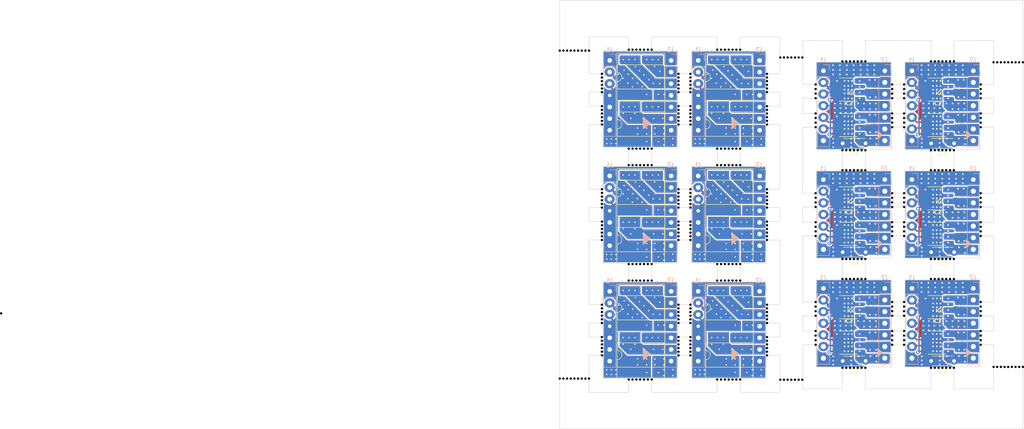
<source format=kicad_pcb>
(kicad_pcb (version 20240108) (generator "pcbnew") (generator_version "8.0")
  (layers (0 "F.Cu" signal) (31 "B.Cu" signal) (34 "B.Paste" user) (35 "F.Paste" user) (36 "B.SilkS" user "B.Silkscreen") (37 "F.SilkS" user "F.Silkscreen") (38 "B.Mask" user) (39 "F.Mask" user) (44 "Edge.Cuts" user))
  (net 0 "")
  (footprint "NPTH" (layer "F.Cu") (at 119.8 127.416666)
    (property "Reference" "KiKit_MB_26_3" (hide yes))
    (property "Value" "NPTH" (hide yes))
  )
  (footprint "NPTH" (layer "F.Cu") (at 100.016666 137)
    (property "Reference" "KiKit_MB_36_5" (hide yes))
    (property "Value" "NPTH" (hide yes))
  )
  (footprint "Capacitor_SMD:C_0805_2012Metric" (layer "F.Cu") (at 151.85 120.9 90)
    (property "Reference" "C1" (hide yes))
    (property "Value" "100n" (hide yes))
  )
  (footprint "NPTH" (layer "F.Cu") (at 64.8 136.8)
    (property "Reference" "KiKit_MB_38_4" (hide yes))
    (property "Value" "NPTH" (hide yes))
  )
  (footprint "NPTH" (layer "F.Cu") (at 136.5 126.416666)
    (property "Reference" "KiKit_MB_28_1" (hide yes))
    (property "Value" "NPTH" (hide yes))
  )
  (footprint "NPTH" (layer "F.Cu") (at 92.5 121.466666)
    (property "Reference" "KiKit_MB_31_5" (hide yes))
    (property "Value" "NPTH" (hide yes))
  )
  (footprint "NPTH" (layer "F.Cu") (at 89.9 122.266666)
    (property "Reference" "KiKit_MB_27_3" (hide yes))
    (property "Value" "NPTH" (hide yes))
  )
  (footprint "NPTH" (layer "F.Cu") (at 119.8 74.583334)
    (property "Reference" "KiKit_MB_1_2" (hide yes))
    (property "Value" "NPTH" (hide yes))
  )
  (footprint "NPTH" (layer "F.Cu") (at 102.516666 137)
    (property "Reference" "KiKit_MB_36_2" (hide yes))
    (property "Value" "NPTH" (hide yes))
  )
  (footprint "TB67H450FNG_EL:TB67H450FNG_EL" (layer "F.Cu") (at 146.22 128.955)
    (property "Reference" "IC1")
    (property "Value" "Motor_A" (hide yes))
  )
  (footprint "NPTH" (layer "F.Cu") (at 73.2 131.733333)
    (property "Reference" "KiKit_MB_26_1" (hide yes))
    (property "Value" "NPTH" (hide yes))
  )
  (footprint "NPTH" (layer "F.Cu") (at 136.5 105.666666)
    (property "Reference" "KiKit_MB_16_4" (hide yes))
    (property "Value" "NPTH" (hide yes))
  )
  (footprint "NPTH" (layer "F.Cu") (at 129.816666 67.55)
    (property "Reference" "KiKit_MB_5_6" (hide yes))
    (property "Value" "NPTH" (hide yes))
  )
  (footprint "NPTH" (layer "F.Cu") (at 81.55 90.2)
    (property "Reference" "KiKit_MB_17_4" (hide yes))
    (property "Value" "NPTH" (hide yes))
  )
  (footprint "NPTH" (layer "F.Cu") (at 92.5 73.466667)
    (property "Reference" "KiKit_MB_7_2" (hide yes))
    (property "Value" "NPTH" (hide yes))
  )
  (footprint "NPTH" (layer "F.Cu") (at 136.5 128.416666)
    (property "Reference" "KiKit_MB_28_3" (hide yes))
    (property "Value" "NPTH" (hide yes))
  )
  (footprint "NPTH" (layer "F.Cu") (at 89.9 131.733333)
    (property "Reference" "KiKit_MB_28_6" (hide yes))
    (property "Value" "NPTH" (hide yes))
  )
  (footprint "NPTH" (layer "F.Cu") (at 125.65 115.05)
    (property "Reference" "KiKit_MB_29_1" (hide yes))
    (property "Value" "NPTH" (hide yes))
  )
  (footprint "NPTH" (layer "F.Cu") (at 89.9 96.266666)
    (property "Reference" "KiKit_MB_15_2" (hide yes))
    (property "Value" "NPTH" (hide yes))
  )
  (footprint "NPTH" (layer "F.Cu") (at 70.4 65.2)
    (property "Reference" "KiKit_MB_37_11" (hide yes))
    (property "Value" "NPTH" (hide yes))
  )
  (footprint "NPTH" (layer "F.Cu") (at 73.2 78.133333)
    (property "Reference" "KiKit_MB_2_5" (hide yes))
    (property "Value" "NPTH" (hide yes))
  )
  (footprint "NPTH" (layer "F.Cu") (at 73.2 129.333333)
    (property "Reference" "KiKit_MB_26_4" (hide yes))
    (property "Value" "NPTH" (hide yes))
  )
  (footprint "NPTH" (layer "F.Cu") (at 136.5 81.916666)
    (property "Reference" "KiKit_MB_4_4" (hide yes))
    (property "Value" "NPTH" (hide yes))
  )
  (footprint "NPTH" (layer "F.Cu") (at 145.783333 115.05)
    (property "Reference" "KiKit_MB_35_2" (hide yes))
    (property "Value" "NPTH" (hide yes))
  )
  (footprint "NPTH" (layer "F.Cu") (at 109.2 95.466666)
    (property "Reference" "KiKit_MB_21_1" (hide yes))
    (property "Value" "NPTH" (hide yes))
  )
  (footprint "NPTH" (layer "F.Cu") (at 139.1 120.083333)
    (property "Reference" "KiKit_MB_31_4" (hide yes))
    (property "Value" "NPTH" (hide yes))
  )
  (footprint "NPTH" (layer "F.Cu") (at 145.783333 86.95)
    (property "Reference" "KiKit_MB_12_6" (hide yes))
    (property "Value" "NPTH" (hide yes))
  )
  (footprint "Capacitor_SMD:C_0805_2012Metric" (layer "F.Cu") (at 151.85 97.15 90)
    (property "Reference" "C1" (hide yes))
    (property "Value" "100n" (hide yes))
  )
  (footprint "NPTH" (layer "F.Cu") (at 84.05 65)
    (property "Reference" "KiKit_MB_5_7" (hide yes))
    (property "Value" "NPTH" (hide yes))
  )
  (footprint "Capacitor_SMD:C_0805_2012Metric" (layer "F.Cu") (at 132.55 120.9 90)
    (property "Reference" "C1" (hide yes))
    (property "Value" "100n" (hide yes))
  )
  (footprint "Capacitor_SMD:C_0805_2012Metric" (layer "F.Cu") (at 132.45 81.1 90)
    (property "Reference" "C2" (hide yes))
    (property "Value" "100n" (hide yes))
  )
  (footprint "NPTH" (layer "F.Cu") (at 79.883334 111.8)
    (property "Reference" "KiKit_MB_18_6" (hide yes))
    (property "Value" "NPTH" (hide yes))
  )
  (footprint "NPTH" (layer "F.Cu") (at 101.683333 137)
    (property "Reference" "KiKit_MB_36_3" (hide yes))
    (property "Value" "NPTH" (hide yes))
  )
  (footprint "NPTH" (layer "F.Cu") (at 81.55 65)
    (property "Reference" "KiKit_MB_5_4" (hide yes))
    (property "Value" "NPTH" (hide yes))
  )
  (footprint "NPTH" (layer "F.Cu") (at 163.4 67.75)
    (property "Reference" "KiKit_MB_39_7" (hide yes))
    (property "Value" "NPTH" (hide yes))
  )
  (footprint "NPTH" (layer "F.Cu") (at 155.8 128.416666)
    (property "Reference" "KiKit_MB_34_3" (hide yes))
    (property "Value" "NPTH" (hide yes))
  )
  (footprint "NPTH" (layer "F.Cu") (at 139.1 104.666666)
    (property "Reference" "KiKit_MB_20_2" (hide yes))
    (property "Value" "NPTH" (hide yes))
  )
  (footprint "NPTH" (layer "F.Cu") (at 139.1 128.416666)
    (property "Reference" "KiKit_MB_32_2" (hide yes))
    (property "Value" "NPTH" (hide yes))
  )
  (footprint "NPTH" (layer "F.Cu") (at 109.2 73.466667)
    (property "Reference" "KiKit_MB_9_5" (hide yes))
    (property "Value" "NPTH" (hide yes))
  )
  (footprint "NPTH" (layer "F.Cu") (at 92.5 102.533333)
    (property "Reference" "KiKit_MB_20_6" (hide yes))
    (property "Value" "NPTH" (hide yes))
  )
  (footprint "Package_DIP:DIP-8_W7.62mm_SMDSocket_SmallPads" (layer "F.Cu") (at 81.69 96.14 90)
    (property "Reference" "U2" (hide yes))
    (property "Value" "~")
  )
  (footprint "NPTH" (layer "F.Cu") (at 149.116666 91.3)
    (property "Reference" "KiKit_MB_23_6" (hide yes))
    (property "Value" "NPTH" (hide yes))
  )
  (footprint "NPTH" (layer "F.Cu") (at 119.8 97.333333)
    (property "Reference" "KiKit_MB_13_3" (hide yes))
    (property "Value" "NPTH" (hide yes))
  )
  (footprint "NPTH" (layer "F.Cu") (at 92.5 123.866666)
    (property "Reference" "KiKit_MB_31_2" (hide yes))
    (property "Value" "NPTH" (hide yes))
  )
  (footprint "NPTH" (layer "F.Cu") (at 109.2 70.266667)
    (property "Reference" "KiKit_MB_9_1" (hide yes))
    (property "Value" "NPTH" (hide yes))
  )
  (footprint "NPTH" (layer "F.Cu") (at 155.8 123.083333)
    (property "Reference" "KiKit_MB_33_4" (hide yes))
    (property "Value" "NPTH" (hide yes))
  )
  (footprint "NPTH" (layer "F.Cu") (at 113.7 66.7)
    (property "Reference" "KiKit_MB_37_6" (hide yes))
    (property "Value" "NPTH" (hide yes))
  )
  (footprint "NPTH" (layer "F.Cu") (at 139.1 79.916666)
    (property "Reference" "KiKit_MB_8_3" (hide yes))
    (property "Value" "NPTH" (hide yes))
  )
  (footprint "NPTH" (layer "F.Cu") (at 147.45 134.45)
    (property "Reference" "KiKit_MB_36_4" (hide yes))
    (property "Value" "NPTH" (hide yes))
  )
  (footprint "NPTH" (layer "F.Cu") (at 127.316667 91.3)
    (property "Reference" "KiKit_MB_17_3" (hide yes))
    (property "Value" "NPTH" (hide yes))
  )
  (footprint "NPTH" (layer "F.Cu") (at 109.2 127.733333)
    (property "Reference" "KiKit_MB_34_1" (hide yes))
    (property "Value" "NPTH" (hide yes))
  )
  (footprint "Capacitor_THT:C_Disc_D4.3mm_W1.9mm_P5.00mm" (layer "F.Cu") (at 130.7 85.45 180)
    (property "Reference" "C3")
    (property "Value" "100u")
  )
  (footprint "NPTH" (layer "F.Cu") (at 155.8 104.666666)
    (property "Reference" "KiKit_MB_22_3" (hide yes))
    (property "Value" "NPTH" (hide yes))
  )
  (footprint "NPTH" (layer "F.Cu") (at 73.2 121.466666)
    (property "Reference" "KiKit_MB_25_5" (hide yes))
    (property "Value" "NPTH" (hide yes))
  )
  (footprint "NPTH" (layer "F.Cu") (at 73.2 102.533333)
    (property "Reference" "KiKit_MB_14_6" (hide yes))
    (property "Value" "NPTH" (hide yes))
  )
  (footprint "NPTH" (layer "F.Cu") (at 103.35 115.4)
    (property "Reference" "KiKit_MB_35_7" (hide yes))
    (property "Value" "NPTH" (hide yes))
  )
  (footprint "NPTH" (layer "F.Cu") (at 98.35 65)
    (property "Reference" "KiKit_MB_11_1" (hide yes))
    (property "Value" "NPTH" (hide yes))
  )
  (footprint "NPTH" (layer "F.Cu") (at 89.9 71.066667)
    (property "Reference" "KiKit_MB_3_2" (hide yes))
    (property "Value" "NPTH" (hide yes))
  )
  (footprint "NPTH" (layer "F.Cu") (at 84.05 115.4)
    (property "Reference" "KiKit_MB_29_7" (hide yes))
    (property "Value" "NPTH" (hide yes))
  )
  (footprint "NPTH" (layer "F.Cu") (at 92.5 128.533333)
    (property "Reference" "KiKit_MB_32_5" (hide yes))
    (property "Value" "NPTH" (hide yes))
  )
  (footprint "NPTH" (layer "F.Cu") (at 155.8 80.916666)
    (property "Reference" "KiKit_MB_10_3" (hide yes))
    (property "Value" "NPTH" (hide yes))
  )
  (footprint "NPTH" (layer "F.Cu") (at 146.616666 115.05)
    (property "Reference" "KiKit_MB_35_3" (hide yes))
    (property "Value" "NPTH" (hide yes))
  )
  (footprint "TB67H450FNG_EL:TB67H450FNG_EL" (layer "F.Cu") (at 126.92 97.465)
    (property "Reference" "IC2")
    (property "Value" "Motor_B" (hide yes))
  )
  (footprint "NPTH" (layer "F.Cu") (at 114.5 66.7)
    (property "Reference" "KiKit_MB_37_7" (hide yes))
    (property "Value" "NPTH" (hide yes))
  )
  (footprint "NPTH" (layer "F.Cu") (at 155.8 73.583334)
    (property "Reference" "KiKit_MB_9_2" (hide yes))
    (property "Value" "NPTH" (hide yes))
  )
  (footprint "NPTH" (layer "F.Cu") (at 147.45 110.7)
    (property "Reference" "KiKit_MB_24_4" (hide yes))
    (property "Value" "NPTH" (hide yes))
  )
  (footprint "Capacitor_THT:C_Disc_D4.3mm_W1.9mm_P5.00mm" (layer "F.Cu") (at 150 109.2 180)
    (property "Reference" "C3")
    (property "Value" "100u")
  )
  (footprint "NPTH" (layer "F.Cu") (at 68 65.2)
    (property "Reference" "KiKit_MB_37_8" (hide yes))
    (property "Value" "NPTH" (hide yes))
  )
  (footprint "TB67H450FNG_EL:TB67H450FNG_EL" (layer "F.Cu") (at 146.22 97.465)
    (property "Reference" "IC2")
    (property "Value" "Motor_B" (hide yes))
  )
  (footprint "NPTH" (layer "F.Cu") (at 145.783333 91.3)
    (property "Reference" "KiKit_MB_23_2" (hide yes))
    (property "Value" "NPTH" (hide yes))
  )
  (footprint "NPTH" (layer "F.Cu") (at 89.9 97.066666)
    (property "Reference" "KiKit_MB_15_3" (hide yes))
    (property "Value" "NPTH" (hide yes))
  )
  (footprint "NPTH" (layer "F.Cu") (at 92.5 77.333333)
    (property "Reference" "KiKit_MB_8_6" (hide yes))
    (property "Value" "NPTH" (hide yes))
  )
  (footprint "Package_DIP:DIP-8_W7.62mm_SMDSocket_SmallPads" (layer "F.Cu") (at 100.99 96.14 90)
    (property "Reference" "U2" (hide yes))
    (property "Value" "~")
  )
  (footprint "NPTH" (layer "F.Cu") (at 136.5 78.916666)
    (property "Reference" "KiKit_MB_4_1" (hide yes))
    (property "Value" "NPTH" (hide yes))
  )
  (footprint "NPTH" (layer "F.Cu") (at 125.65 110.7)
    (property "Reference" "KiKit_MB_18_7" (hide yes))
    (property "Value" "NPTH" (hide yes))
  )
  (footprint "NPTH" (layer "F.Cu") (at 155.8 121.083333)
    (property "Reference" "KiKit_MB_33_2" (hide yes))
    (property "Value" "NPTH" (hide yes))
  )
  (footprint "NPTH" (layer "F.Cu") (at 99.183333 111.8)
    (property "Reference" "KiKit_MB_24_6" (hide yes))
    (property "Value" "NPTH" (hide yes))
  )
  (footprint "NPTH" (layer "F.Cu") (at 73.2 97.866666)
    (property "Reference" "KiKit_MB_13_3" (hide yes))
    (property "Value" "NPTH" (hide yes))
  )
  (footprint "NPTH" (layer "F.Cu") (at 155.8 122.083333)
    (property "Reference" "KiKit_MB_33_3" (hide yes))
    (property "Value" "NPTH" (hide yes))
  )
  (footprint "NPTH" (layer "F.Cu") (at 73.2 122.266666)
    (property "Reference" "KiKit_MB_25_4" (hide yes))
    (property "Value" "NPTH" (hide yes))
  )
  (footprint "NPTH" (layer "F.Cu") (at 89.9 78.933333)
    (property "Reference" "KiKit_MB_4_3" (hide yes))
    (property "Value" "NPTH" (hide yes))
  )
  (footprint "NPTH" (layer "F.Cu") (at 73.2 70.266667)
    (property "Reference" "KiKit_MB_1_6" (hide yes))
    (property "Value" "NPTH" (hide yes))
  )
  (footprint "NPTH" (layer "F.Cu") (at 128.983333 115.05)
    (property "Reference" "KiKit_MB_29_5" (hide yes))
    (property "Value" "NPTH" (hide yes))
  )
  (footprint "NPTH" (layer "F.Cu") (at 119.8 123.083333)
    (property "Reference" "KiKit_MB_25_1" (hide yes))
    (property "Value" "NPTH" (hide yes))
  )
  (footprint "NPTH" (layer "F.Cu") (at 162.6 134.25)
    (property "Reference" "KiKit_MB_40_6" (hide yes))
    (property "Value" "NPTH" (hide yes))
  )
  (footprint "NPTH" (layer "F.Cu") (at 89.9 103.333333)
    (property "Reference" "KiKit_MB_16_2" (hide yes))
    (property "Value" "NPTH" (hide yes))
  )
  (footprint "NPTH" (layer "F.Cu") (at 92.5 71.066667)
    (property "Reference" "KiKit_MB_7_5" (hide yes))
    (property "Value" "NPTH" (hide yes))
  )
  (footprint "TB67H450FNG_EL:TB67H450FNG_EL" (layer "F.Cu") (at 146.22 73.715)
    (property "Reference" "IC2")
    (property "Value" "Motor_B" (hide yes))
  )
  (footprint "Package_DIP:DIP-8_W7.62mm_SMDSocket_SmallPads" (layer "F.Cu") (at 81.69 131.66 90)
    (property "Reference" "U1" (hide yes))
    (property "Value" "~" (hide yes))
  )
  (footprint "Capacitor_SMD:C_0805_2012Metric" (layer "F.Cu") (at 132.55 73.4 90)
    (property "Reference" "C1" (hide yes))
    (property "Value" "100n" (hide yes))
  )
  (footprint "NPTH" (layer "F.Cu") (at 126.483334 86.95)
    (property "Reference" "KiKit_MB_6_6" (hide yes))
    (property "Value" "NPTH" (hide yes))
  )
  (footprint "NPTH" (layer "F.Cu") (at 119.8 79.916666)
    (property "Reference" "KiKit_MB_2_3" (hide yes))
    (property "Value" "NPTH" (hide yes))
  )
  (footprint "NPTH" (layer "F.Cu") (at 128.983333 110.7)
    (property "Reference" "KiKit_MB_18_3" (hide yes))
    (property "Value" "NPTH" (hide yes))
  )
  (footprint "NPTH" (layer "F.Cu") (at 84.05 90.2)
    (property "Reference" "KiKit_MB_17_7" (hide yes))
    (property "Value" "NPTH" (hide yes))
  )
  (footprint "NPTH" (layer "F.Cu") (at 148.283333 86.95)
    (property "Reference" "KiKit_MB_12_3" (hide yes))
    (property "Value" "NPTH" (hide yes))
  )
  (footprint "NPTH" (layer "F.Cu") (at 119.8 96.333333)
    (property "Reference" "KiKit_MB_13_4" (hide yes))
    (property "Value" "NPTH" (hide yes))
  )
  (footprint "NPTH" (layer "F.Cu") (at 80.716667 90.2)
    (property "Reference" "KiKit_MB_17_3" (hide yes))
    (property "Value" "NPTH" (hide yes))
  )
  (footprint "NPTH" (layer "F.Cu") (at 149.116666 67.55)
    (property "Reference" "KiKit_MB_11_6" (hide yes))
    (property "Value" "NPTH" (hide yes))
  )
  (footprint "NPTH" (layer "F.Cu") (at 128.15 134.45)
    (property "Reference" "KiKit_MB_30_4" (hide yes))
    (property "Value" "NPTH" (hide yes))
  )
  (footprint "NPTH" (layer "F.Cu") (at 92.5 96.266666)
    (property "Reference" "KiKit_MB_19_5" (hide yes))
    (property "Value" "NPTH" (hide yes))
  )
  (footprint "NPTH" (layer "F.Cu") (at 80.716667 115.4)
    (property "Reference" "KiKit_MB_29_3" (hide yes))
    (property "Value" "NPTH" (hide yes))
  )
  (footprint "NPTH" (layer "F.Cu") (at 139.1 78.916666)
    (property "Reference" "KiKit_MB_8_4" (hide yes))
    (property "Value" "NPTH" (hide yes))
  )
  (footprint "NPTH" (layer "F.Cu") (at 109.2 103.333333)
    (property "Reference" "KiKit_MB_22_2" (hide yes))
    (property "Value" "NPTH" (hide yes))
  )
  (footprint "NPTH" (layer "F.Cu") (at 128.15 110.7)
    (property "Reference" "KiKit_MB_18_4" (hide yes))
    (property "Value" "NPTH" (hide yes))
  )
  (footprint "NPTH" (layer "F.Cu") (at 83.216666 86.6)
    (property "Reference" "KiKit_MB_6_2" (hide yes))
    (property "Value" "NPTH" (hide yes))
  )
  (footprint "NPTH" (layer "F.Cu") (at 136.5 98.333333)
    (property "Reference" "KiKit_MB_15_3" (hide yes))
    (property "Value" "NPTH" (hide yes))
  )
  (footprint "NPTH" (layer "F.Cu") (at 109.2 71.866667)
    (property "Reference" "KiKit_MB_9_3" (hide yes))
    (property "Value" "NPTH" (hide yes))
  )
  (footprint "NPTH" (layer "F.Cu") (at 103.35 111.8)
    (property "Reference" "KiKit_MB_24_1" (hide yes))
    (property "Value" "NPTH" (hide yes))
  )
  (footprint "NPTH" (layer "F.Cu") (at 158.6 67.75)
    (property "Reference" "KiKit_MB_39_1" (hide yes))
    (property "Value" "NPTH" (hide yes))
  )
  (footprint "NPTH" (layer "F.Cu") (at 149.95 110.7)
    (property "Reference" "KiKit_MB_24_1" (hide yes))
    (property "Value" "NPTH" (hide yes))
  )
  (footprint "NPTH" (layer "F.Cu") (at 109.2 120.666666)
    (property "Reference" "KiKit_MB_33_1" (hide yes))
    (property "Value" "NPTH" (hide yes))
  )
  (footprint "NPTH" (layer "F.Cu") (at 130.65 67.55)
    (property "Reference" "KiKit_MB_5_7" (hide yes))
    (property "Value" "NPTH" (hide yes))
  )
  (footprint "NPTH" (layer "F.Cu") (at 92.5 81.333333)
    (property "Reference" "KiKit_MB_8_1" (hide yes))
    (property "Value" "NPTH" (hide yes))
  )
  (footprint "NPTH" (layer "F.Cu") (at 127.316667 86.95)
    (property "Reference" "KiKit_MB_6_5" (hide yes))
    (property "Value" "NPTH" (hide yes))
  )
  (footprint "NPTH" (layer "F.Cu") (at 92.5 103.333333)
    (property "Reference" "KiKit_MB_20_5" (hide yes))
    (property "Value" "NPTH" (hide yes))
  )
  (footprint "NPTH" (layer "F.Cu") (at 89.9 73.466667)
    (property "Reference" "KiKit_MB_3_5" (hide yes))
    (property "Value" "NPTH" (hide yes))
  )
  (footprint "NPTH" (layer "F.Cu") (at 139.1 121.083333)
    (property "Reference" "KiKit_MB_31_3" (hide yes))
    (property "Value" "NPTH" (hide yes))
  )
  (footprint "NPTH" (layer "F.Cu") (at 160.2 67.75)
    (property "Reference" "KiKit_MB_39_3" (hide yes))
    (property "Value" "NPTH" (hide yes))
  )
  (footprint "NPTH" (layer "F.Cu") (at 149.116666 115.05)
    (property "Reference" "KiKit_MB_35_6" (hide yes))
    (property "Value" "NPTH" (hide yes))
  )
  (footprint "NPTH" (layer "F.Cu") (at 136.5 103.666666)
    (property "Reference" "KiKit_MB_16_2" (hide yes))
    (property "Value" "NPTH" (hide yes))
  )
  (footprint "NPTH" (layer "F.Cu") (at 155.8 72.583334)
    (property "Reference" "KiKit_MB_9_1" (hide yes))
    (property "Value" "NPTH" (hide yes))
  )
  (footprint "NPTH" (layer "F.Cu") (at 89.9 120.666666)
    (property "Reference" "KiKit_MB_27_1" (hide yes))
    (property "Value" "NPTH" (hide yes))
  )
  (footprint "NPTH" (layer "F.Cu") (at 79.883334 137)
    (property "Reference" "KiKit_MB_30_6" (hide yes))
    (property "Value" "NPTH" (hide yes))
  )
  (footprint "NPTH" (layer "F.Cu") (at 127.316667 110.7)
    (property "Reference" "KiKit_MB_18_5" (hide yes))
    (property "Value" "NPTH" (hide yes))
  )
  (footprint "NPTH" (layer "F.Cu") (at 144.95 86.95)
    (property "Reference" "KiKit_MB_12_7" (hide yes))
    (property "Value" "NPTH" (hide yes))
  )
  (footprint "NPTH" (layer "F.Cu") (at 127.316667 115.05)
    (property "Reference" "KiKit_MB_29_3" (hide yes))
    (property "Value" "NPTH" (hide yes))
  )
  (footprint "NPTH" (layer "F.Cu") (at 129.816666 110.7)
    (property "Reference" "KiKit_MB_18_2" (hide yes))
    (property "Value" "NPTH" (hide yes))
  )
  (footprint "NPTH" (layer "F.Cu") (at 109.2 74.266667)
    (property "Reference" "KiKit_MB_9_6" (hide yes))
    (property "Value" "NPTH" (hide yes))
  )
  (footprint "NPTH" (layer "F.Cu") (at 109.2 102.533333)
    (property "Reference" "KiKit_MB_22_1" (hide yes))
    (property "Value" "NPTH" (hide yes))
  )
  (footprint "NPTH" (layer "F.Cu") (at 89.9 129.333333)
    (property "Reference" "KiKit_MB_28_3" (hide yes))
    (property "Value" "NPTH" (hide yes))
  )
  (footprint "NPTH" (layer "F.Cu") (at 109.2 98.666666)
    (property "Reference" "KiKit_MB_21_5" (hide yes))
    (property "Value" "NPTH" (hide yes))
  )
  (footprint "NPTH" (layer "F.Cu") (at 66.4 65.2)
    (property "Reference" "KiKit_MB_37_6" (hide yes))
    (property "Value" "NPTH" (hide yes))
  )
  (footprint "NPTH" (layer "F.Cu") (at 109.2 71.066667)
    (property "Reference" "KiKit_MB_9_2" (hide yes))
    (property "Value" "NPTH" (hide yes))
  )
  (footprint "NPTH" (layer "F.Cu") (at 125.65 134.45)
    (property "Reference" "KiKit_MB_30_7" (hide yes))
    (property "Value" "NPTH" (hide yes))
  )
  (footprint "Capacitor_THT:C_Disc_D4.3mm_W1.9mm_P5.00mm" (layer "F.Cu") (at 150 132.95 180)
    (property "Reference" "C3")
    (property "Value" "100u")
  )
  (footprint "NPTH" (layer "F.Cu") (at 79.883334 90.2)
    (property "Reference" "KiKit_MB_17_2" (hide yes))
    (property "Value" "NPTH" (hide yes))
  )
  (footprint "NPTH" (layer "F.Cu") (at 73.2 74.266667)
    (property "Reference" "KiKit_MB_1_1" (hide yes))
    (property "Value" "NPTH" (hide yes))
  )
  (footprint "NPTH" (layer "F.Cu") (at 84.05 86.6)
    (property "Reference" "KiKit_MB_6_1" (hide yes))
    (property "Value" "NPTH" (hide yes))
  )
  (footprint "NPTH" (layer "F.Cu") (at 164.2 67.75)
    (property "Reference" "KiKit_MB_39_8" (hide yes))
    (property "Value" "NPTH" (hide yes))
  )
  (footprint "NPTH" (layer "F.Cu") (at 136.5 102.666666)
    (property "Reference" "KiKit_MB_16_1" (hide yes))
    (property "Value" "NPTH" (hide yes))
  )
  (footprint "NPTH" (layer "F.Cu") (at 73.2 79.733333)
    (property "Reference" "KiKit_MB_2_3" (hide yes))
    (property "Value" "NPTH" (hide yes))
  )
  (footprint "NPTH" (layer "F.Cu") (at 119.8 126.416666)
    (property "Reference" "KiKit_MB_26_4" (hide yes))
    (property "Value" "NPTH" (hide yes))
  )
  (footprint "Package_DIP:DIP-8_W7.62mm_SMDSocket_SmallPads" (layer "F.Cu") (at 81.69 106.46 90)
    (property "Reference" "U1" (hide yes))
    (property "Value" "~" (hide yes))
  )
  (footprint "NPTH" (layer "F.Cu") (at 109.2 123.066666)
    (property "Reference" "KiKit_MB_33_4" (hide yes))
    (property "Value" "NPTH" (hide yes))
  )
  (footprint "NPTH" (layer "F.Cu") (at 89.9 78.133333)
    (property "Reference" "KiKit_MB_4_2" (hide yes))
    (property "Value" "NPTH" (hide yes))
  )
  (footprint "NPTH" (layer "F.Cu") (at 68.8 136.8)
    (property "Reference" "KiKit_MB_38_9" (hide yes))
    (property "Value" "NPTH" (hide yes))
  )
  (footprint "NPTH" (layer "F.Cu") (at 130.65 86.95)
    (property "Reference" "KiKit_MB_6_1" (hide yes))
    (property "Value" "NPTH" (hide yes))
  )
  (footprint "NPTH" (layer "F.Cu") (at 73.2 97.066666)
    (property "Reference" "KiKit_MB_13_4" (hide yes))
    (property "Value" "NPTH" (hide yes))
  )
  (footprint "NPTH" (layer "F.Cu") (at 144.95 115.05)
    (property "Reference" "KiKit_MB_35_1" (hide yes))
    (property "Value" "NPTH" (hide yes))
  )
  (footprint "NPTH" (layer "F.Cu") (at 144.95 110.7)
    (property "Reference" "KiKit_MB_24_7" (hide yes))
    (property "Value" "NPTH" (hide yes))
  )
  (footprint "NPTH" (layer "F.Cu") (at 89.9 106.533333)
    (property "Reference" "KiKit_MB_16_6" (hide yes))
    (property "Value" "NPTH" (hide yes))
  )
  (footprint "NPTH" (layer "F.Cu") (at 144.95 67.55)
    (property "Reference" "KiKit_MB_11_1" (hide yes))
    (property "Value" "NPTH" (hide yes))
  )
  (footprint "NPTH" (layer "F.Cu") (at 125.65 67.55)
    (property "Reference" "KiKit_MB_5_1" (hide yes))
    (property "Value" "NPTH" (hide yes))
  )
  (footprint "NPTH" (layer "F.Cu") (at 73.2 130.133333)
    (property "Reference" "KiKit_MB_26_3" (hide yes))
    (property "Value" "NPTH" (hide yes))
  )
  (footprint "NPTH" (layer "F.Cu") (at 100.85 137)
    (property "Reference" "KiKit_MB_36_4" (hide yes))
    (property "Value" "NPTH" (hide yes))
  )
  (footprint "NPTH" (layer "F.Cu") (at 146.616666 134.45)
    (property "Reference" "KiKit_MB_36_5" (hide yes))
    (property "Value" "NPTH" (hide yes))
  )
  (footprint "NPTH" (layer "F.Cu") (at 79.05 86.6)
    (property "Reference" "KiKit_MB_6_7" (hide yes))
    (property "Value" "NPTH" (hide yes))
  )
  (footprint "NPTH" (layer "F.Cu") (at 155.8 96.333333)
    (property "Reference" "KiKit_MB_21_1" (hide yes))
    (property "Value" "NPTH" (hide yes))
  )
  (footprint "Package_DIP:DIP-8_W7.62mm_SMDSocket_SmallPads" (layer "F.Cu") (at 100.99 131.66 90)
    (property "Reference" "U1" (hide yes))
    (property "Value" "~" (hide yes))
  )
  (footprint "Capacitor_THT:C_Disc_D4.3mm_W1.9mm_P5.00mm" (layer "F.Cu") (at 130.7 132.95 180)
    (property "Reference" "C3")
    (property "Value" "100u")
  )
  (footprint "NPTH" (layer "F.Cu") (at 100.016666 90.2)
    (property "Reference" "KiKit_MB_23_3" (hide yes))
    (property "Value" "NPTH" (hide yes))
  )
  (footprint "NPTH" (layer "F.Cu") (at 92.5 98.666666)
    (property "Reference" "KiKit_MB_19_2" (hide yes))
    (property "Value" "NPTH" (hide yes))
  )
  (footprint "NPTH" (layer "F.Cu") (at 119.8 120.083333)
    (property "Reference" "KiKit_MB_25_4" (hide yes))
    (property "Value" "NPTH" (hide yes))
  )
  (footprint "NPTH" (layer "F.Cu") (at 127.316667 134.45)
    (property "Reference" "KiKit_MB_30_5" (hide yes))
    (property "Value" "NPTH" (hide yes))
  )
  (footprint "NPTH" (layer "F.Cu") (at 109.2 72.666667)
    (property "Reference" "KiKit_MB_9_4" (hide yes))
    (property "Value" "NPTH" (hide yes))
  )
  (footprint "NPTH" (layer "F.Cu") (at 128.983333 134.45)
    (property "Reference" "KiKit_MB_30_3" (hide yes))
    (property "Value" "NPTH" (hide yes))
  )
  (footprint "NPTH" (layer "F.Cu") (at 128.15 86.95)
    (property "Reference" "KiKit_MB_6_4" (hide yes))
    (property "Value" "NPTH" (hide yes))
  )
  (footprint "NPTH" (layer "F.Cu") (at 101.683333 90.2)
    (property "Reference" "KiKit_MB_23_5" (hide yes))
    (property "Value" "NPTH" (hide yes))
  )
  (footprint "NPTH" (layer "F.Cu") (at 139.1 123.083333)
    (property "Reference" "KiKit_MB_31_1" (hide yes))
    (property "Value" "NPTH" (hide yes))
  )
  (footprint "NPTH" (layer "F.Cu") (at 92.5 80.533333)
    (property "Reference" "KiKit_MB_8_2" (hide yes))
    (property "Value" "NPTH" (hide yes))
  )
  (footprint "NPTH" (layer "F.Cu") (at 102.516666 65)
    (property "Reference" "KiKit_MB_11_6" (hide yes))
    (property "Value" "NPTH" (hide yes))
  )
  (footprint "NPTH" (layer "F.Cu") (at 125.65 86.95)
    (property "Reference" "KiKit_MB_6_7" (hide yes))
    (property "Value" "NPTH" (hide yes))
  )
  (footprint "NPTH" (layer "F.Cu") (at 103.35 86.6)
    (property "Reference" "KiKit_MB_12_1" (hide yes))
    (property "Value" "NPTH" (hide yes))
  )
  (footprint "NPTH" (layer "F.Cu") (at 73.2 81.333333)
    (property "Reference" "KiKit_MB_2_1" (hide yes))
    (property "Value" "NPTH" (hide yes))
  )
  (footprint "NPTH" (layer "F.Cu") (at 165 67.75)
    (property "Reference" "KiKit_MB_39_9" (hide yes))
    (property "Value" "NPTH" (hide yes))
  )
  (footprint "NPTH" (layer "F.Cu") (at 158.6 134.25)
    (property "Reference" "KiKit_MB_40_1" (hide yes))
    (property "Value" "NPTH" (hide yes))
  )
  (footprint "NPTH" (layer "F.Cu") (at 102.516666 115.4)
    (property "Reference" "KiKit_MB_35_6" (hide yes))
    (property "Value" "NPTH" (hide yes))
  )
  (footprint "NPTH" (layer "F.Cu") (at 80.716667 65)
    (property "Reference" "KiKit_MB_5_3" (hide yes))
    (property "Value" "NPTH" (hide yes))
  )
  (footprint "NPTH" (layer "F.Cu") (at 109.2 78.933333)
    (property "Reference" "KiKit_MB_10_3" (hide yes))
    (property "Value" "NPTH" (hide yes))
  )
  (footprint "NPTH" (layer "F.Cu") (at 148.283333 134.45)
    (property "Reference" "KiKit_MB_36_3" (hide yes))
    (property "Value" "NPTH" (hide yes))
  )
  (footprint "NPTH" (layer "F.Cu") (at 92.5 104.933333)
    (property "Reference" "KiKit_MB_20_3" (hide yes))
    (property "Value" "NPTH" (hide yes))
  )
  (footprint "NPTH" (layer "F.Cu") (at 92.5 130.133333)
    (property "Reference" "KiKit_MB_32_3" (hide yes))
    (property "Value" "NPTH" (hide yes))
  )
  (footprint "NPTH" (layer "F.Cu") (at 73.2 71.066667)
    (property "Reference" "KiKit_MB_1_5" (hide yes))
    (property "Value" "NPTH" (hide yes))
  )
  (footprint "NPTH" (layer "F.Cu") (at 102.516666 86.6)
    (property "Reference" "KiKit_MB_12_2" (hide yes))
    (property "Value" "NPTH" (hide yes))
  )
  (footprint "NPTH" (layer "F.Cu") (at 92.5 99.466666)
    (property "Reference" "KiKit_MB_19_1" (hide yes))
    (property "Value" "NPTH" (hide yes))
  )
  (footprint "NPTH" (layer "F.Cu") (at 129.816666 91.3)
    (property "Reference" "KiKit_MB_17_6" (hide yes))
    (property "Value" "NPTH" (hide yes))
  )
  (footprint "NPTH" (layer "F.Cu") (at 161 67.75)
    (property "Reference" "KiKit_MB_39_4" (hide yes))
    (property "Value" "NPTH" (hide yes))
  )
  (footprint "NPTH" (layer "F.Cu") (at 99.183333 137)
    (property "Reference" "KiKit_MB_36_6" (hide yes))
    (property "Value" "NPTH" (hide yes))
  )
  (footprint "NPTH" (layer "F.Cu") (at 112.1 66.7)
    (property "Reference" "KiKit_MB_37_4" (hide yes))
    (property "Value" "NPTH" (hide yes))
  )
  (footprint "NPTH" (layer "F.Cu") (at 146.616666 86.95)
    (property "Reference" "KiKit_MB_12_5" (hide yes))
    (property "Value" "NPTH" (hide yes))
  )
  (footprint "NPTH" (layer "F.Cu") (at 136.5 123.083333)
    (property "Reference" "KiKit_MB_27_4" (hide yes))
    (property "Value" "NPTH" (hide yes))
  )
  (footprint "NPTH" (layer "F.Cu") (at 113.7 137.05)
    (property "Reference" "KiKit_MB_37_6" (hide yes))
    (property "Value" "NPTH" (hide yes))
  )
  (footprint "NPTH" (layer "F.Cu") (at 119.8 104.666666)
    (property "Reference" "KiKit_MB_14_2" (hide yes))
    (property "Value" "NPTH" (hide yes))
  )
  (footprint "NPTH" (layer "F.Cu") (at 146.616666 91.3)
    (property "Reference" "KiKit_MB_23_3" (hide yes))
    (property "Value" "NPTH" (hide yes))
  )
  (footprint "NPTH" (layer "F.Cu") (at 103.35 137)
    (property "Reference" "KiKit_MB_36_1" (hide yes))
    (property "Value" "NPTH" (hide yes))
  )
  (footprint "NPTH" (layer "F.Cu") (at 109.2 130.933333)
    (property "Reference" "KiKit_MB_34_5" (hide yes))
    (property "Value" "NPTH" (hide yes))
  )
  (footprint "NPTH" (layer "F.Cu") (at 159.4 134.25)
    (property "Reference" "KiKit_MB_40_2" (hide yes))
    (property "Value" "NPTH" (hide yes))
  )
  (footprint "NPTH" (layer "F.Cu") (at 139.1 99.333333)
    (property "Reference" "KiKit_MB_19_1" (hide yes))
    (property "Value" "NPTH" (hide yes))
  )
  (footprint "TB67H450FNG_EL:TB67H450FNG_EL" (layer "F.Cu") (at 146.22 121.215)
    (property "Reference" "IC2")
    (property "Value" "Motor_B" (hide yes))
  )
  (footprint "NPTH" (layer "F.Cu") (at 100.85 90.2)
    (property "Reference" "KiKit_MB_23_4" (hide yes))
    (property "Value" "NPTH" (hide yes))
  )
  (footprint "NPTH" (layer "F.Cu") (at 100.016666 111.8)
    (property "Reference" "KiKit_MB_24_5" (hide yes))
    (property "Value" "NPTH" (hide yes))
  )
  (footprint "NPTH" (layer "F.Cu") (at 89.9 72.666667)
    (property "Reference" "KiKit_MB_3_4" (hide yes))
    (property "Value" "NPTH" (hide yes))
  )
  (footprint "NPTH" (layer "F.Cu") (at 149.95 134.45)
    (property "Reference" "KiKit_MB_36_1" (hide yes))
    (property "Value" "NPTH" (hide yes))
  )
  (footprint "NPTH" (layer "F.Cu") (at 89.9 79.733333)
    (property "Reference" "KiKit_MB_4_4" (hide yes))
    (property "Value" "NPTH" (hide yes))
  )
  (footprint "NPTH" (layer "F.Cu") (at 144.95 134.45)
    (property "Reference" "KiKit_MB_36_7" (hide yes))
    (property "Value" "NPTH" (hide yes))
  )
  (footprint "NPTH" (layer "F.Cu") (at 149.116666 86.95)
    (property "Reference" "KiKit_MB_12_2" (hide yes))
    (property "Value" "NPTH" (hide yes))
  )
  (footprint "NPTH" (layer "F.Cu") (at 162.6 67.75)
    (property "Reference" "KiKit_MB_39_6" (hide yes))
    (property "Value" "NPTH" (hide yes))
  )
  (footprint "NPTH" (layer "F.Cu") (at 109.2 104.133333)
    (property "Reference" "KiKit_MB_22_3" (hide yes))
    (property "Value" "NPTH" (hide yes))
  )
  (footprint "NPTH" (layer "F.Cu") (at 164.2 134.25)
    (property "Reference" "KiKit_MB_40_8" (hide yes))
    (property "Value" "NPTH" (hide yes))
  )
  (footprint "NPTH" (layer "F.Cu") (at 155.8 103.666666)
    (property "Reference" "KiKit_MB_22_2" (hide yes))
    (property "Value" "NPTH" (hide yes))
  )
  (footprint "Capacitor_SMD:C_0805_2012Metric" (layer "F.Cu") (at 132.45 104.85 90)
    (property "Reference" "C2" (hide yes))
    (property "Value" "100n" (hide yes))
  )
  (footprint "NPTH" (layer "F.Cu") (at 92.5 97.066666)
    (property "Reference" "KiKit_MB_19_4" (hide yes))
    (property "Value" "NPTH" (hide yes))
  )
  (footprint "NPTH" (layer "F.Cu") (at 73.2 123.066666)
    (property "Reference" "KiKit_MB_25_3" (hide yes))
    (property "Value" "NPTH" (hide yes))
  )
  (footprint "NPTH" (layer "F.Cu") (at 89.9 81.333333)
    (property "Reference" "KiKit_MB_4_6" (hide yes))
    (property "Value" "NPTH" (hide yes))
  )
  (footprint "NPTH" (layer "F.Cu") (at 149.95 91.3)
    (property "Reference" "KiKit_MB_23_7" (hide yes))
    (property "Value" "NPTH" (hide yes))
  )
  (footprint "NPTH" (layer "F.Cu") (at 116.9 66.7)
    (property "Reference" "KiKit_MB_37_10" (hide yes))
    (property "Value" "NPTH" (hide yes))
  )
  (footprint "Package_DIP:DIP-8_W7.62mm_SMDSocket_SmallPads" (layer "F.Cu") (at 81.69 81.26 90)
    (property "Reference" "U1" (hide yes))
    (property "Value" "~" (hide yes))
  )
  (footprint "NPTH" (layer "F.Cu") (at 155.8 105.666666)
    (property "Reference" "KiKit_MB_22_4" (hide yes))
    (property "Value" "NPTH" (hide yes))
  )
  (footprint "NPTH" (layer "F.Cu") (at 89.9 99.466666)
    (property "Reference" "KiKit_MB_15_6" (hide yes))
    (property "Value" "NPTH" (hide yes))
  )
  (footprint "NPTH" (layer "F.Cu") (at 92.5 71.866667)
    (property "Reference" "KiKit_MB_7_4" (hide yes))
    (property "Value" "NPTH" (hide yes))
  )
  (footprint "NPTH" (layer "F.Cu") (at 119.8 81.916666)
    (property "Reference" "KiKit_MB_2_1" (hide yes))
    (property "Value" "NPTH" (hide yes))
  )
  (footprint "NPTH" (layer "F.Cu") (at 73.2 106.533333)
    (property "Reference" "KiKit_MB_14_1" (hide yes))
    (property "Value" "NPTH" (hide yes))
  )
  (footprint "Package_DIP:DIP-8_W7.62mm_SMDSocket_SmallPads" (layer "F.Cu") (at 81.69 70.94 90)
    (property "Reference" "U2" (hide yes))
    (property "Value" "~")
  )
  (footprint "NPTH" (layer "F.Cu") (at 80.716667 137)
    (property "Reference" "KiKit_MB_30_5" (hide yes))
    (property "Value" "NPTH" (hide yes))
  )
  (footprint "NPTH" (layer "F.Cu") (at 73.2 104.133333)
    (property "Reference" "KiKit_MB_14_4" (hide yes))
    (property "Value" "NPTH" (hide yes))
  )
  (footprint "NPTH" (layer "F.Cu") (at 136.5 74.583334)
    (property "Reference" "KiKit_MB_3_3" (hide yes))
    (property "Value" "NPTH" (hide yes))
  )
  (footprint "NPTH" (layer "F.Cu") (at 128.983333 67.55)
    (property "Reference" "KiKit_MB_5_5" (hide yes))
    (property "Value" "NPTH" (hide yes))
  )
  (footprint "NPTH" (layer "F.Cu") (at 101.683333 86.6)
    (property "Reference" "KiKit_MB_12_3" (hide yes))
    (property "Value" "NPTH" (hide yes))
  )
  (footprint "NPTH" (layer "F.Cu") (at 79.883334 65)
    (property "Reference" "KiKit_MB_5_2" (hide yes))
    (property "Value" "NPTH" (hide yes))
  )
  (footprint "NPTH" (layer "F.Cu") (at 147.45 86.95)
    (property "Reference" "KiKit_MB_12_4" (hide yes))
    (property "Value" "NPTH" (hide yes))
  )
  (footprint "NPTH" (layer "F.Cu") (at 92.5 78.933333)
    (property "Reference" "KiKit_MB_8_4" (hide yes))
    (property "Value" "NPTH" (hide yes))
  )
  (footprint "NPTH" (layer "F.Cu") (at 148.283333 91.3)
    (property "Reference" "KiKit_MB_23_5" (hide yes))
    (property "Value" "NPTH" (hide yes))
  )
  (footprint "NPTH" (layer "F.Cu") (at 136.5 73.583334)
    (property "Reference" "KiKit_MB_3_2" (hide yes))
    (property "Value" "NPTH" (hide yes))
  )
  (footprint "NPTH" (layer "F.Cu") (at 136.5 96.333333)
    (property "Reference" "KiKit_MB_15_1" (hide yes))
    (property "Value" "NPTH" (hide yes))
  )
  (footprint "NPTH" (layer "F.Cu") (at 129.816666 86.95)
    (property "Reference" "KiKit_MB_6_2" (hide yes))
    (property "Value" "NPTH" (hide yes))
  )
  (footprint "NPTH" (layer "F.Cu") (at 130.65 134.45)
    (property "Reference" "KiKit_MB_30_1" (hide yes))
    (property "Value" "NPTH" (hide yes))
  )
  (footprint "NPTH" (layer "F.Cu") (at 155.8 127.416666)
    (property "Reference" "KiKit_MB_34_2" (hide yes))
    (property "Value" "NPTH" (hide yes))
  )
  (footprint "NPTH" (layer "F.Cu") (at 139.1 96.333333)
    (property "Reference" "KiKit_MB_19_4" (hide yes))
    (property "Value" "NPTH" (hide yes))
  )
  (footprint "Capacitor_SMD:C_0805_2012Metric" (layer "F.Cu") (at 151.85 73.4 90)
    (property "Reference" "C1" (hide yes))
    (property "Value" "100n" (hide yes))
  )
  (footprint "NPTH" (layer "F.Cu") (at 73.2 130.933333)
    (property "Reference" "KiKit_MB_26_2" (hide yes))
    (property "Value" "NPTH" (hide yes))
  )
  (footprint "NPTH" (layer "F.Cu") (at 89.9 105.733333)
    (property "Reference" "KiKit_MB_16_5" (hide yes))
    (property "Value" "NPTH" (hide yes))
  )
  (footprint "NPTH" (layer "F.Cu") (at 136.5 79.916666)
    (property "Reference" "KiKit_MB_4_2" (hide yes))
    (property "Value" "NPTH" (hide yes))
  )
  (footprint "NPTH" (layer "F.Cu") (at 92.5 78.133333)
    (property "Reference" "KiKit_MB_8_5" (hide yes))
    (property "Value" "NPTH" (hide yes))
  )
  (footprint "NPTH" (layer "F.Cu") (at 89.9 70.266667)
    (property "Reference" "KiKit_MB_3_1" (hide yes))
    (property "Value" "NPTH" (hide yes))
  )
  (footprint "NPTH" (layer "F.Cu") (at 147.45 91.3)
    (property "Reference" "KiKit_MB_23_4" (hide yes))
    (property "Value" "NPTH" (hide yes))
  )
  (footprint "NPTH" (layer "F.Cu") (at 73.2 95.466666)
    (property "Reference" "KiKit_MB_13_6" (hide yes))
    (property "Value" "NPTH" (hide yes))
  )
  (footprint "NPTH" (layer "F.Cu") (at 155.8 97.333333)
    (property "Reference" "KiKit_MB_21_2" (hide yes))
    (property "Value" "NPTH" (hide yes))
  )
  (footprint "NPTH" (layer "F.Cu") (at 139.1 126.416666)
    (property "Reference" "KiKit_MB_32_4" (hide yes))
    (property "Value" "NPTH" (hide yes))
  )
  (footprint "NPTH" (layer "F.Cu") (at 81.55 137)
    (property "Reference" "KiKit_MB_30_4" (hide yes))
    (property "Value" "NPTH" (hide yes))
  )
  (footprint "NPTH" (layer "F.Cu") (at 126.483334 115.05)
    (property "Reference" "KiKit_MB_29_2" (hide yes))
    (property "Value" "NPTH" (hide yes))
  )
  (footprint "NPTH" (layer "F.Cu") (at 115.3 66.7)
    (property "Reference" "KiKit_MB_37_8" (hide yes))
    (property "Value" "NPTH" (hide yes))
  )
  (footprint "NPTH" (layer "F.Cu") (at 100.016666 86.6)
    (property "Reference" "KiKit_MB_12_5" (hide yes))
    (property "Value" "NPTH" (hide yes))
  )
  (footprint "NPTH" (layer "F.Cu") (at 146.616666 110.7)
    (property "Reference" "KiKit_MB_24_5" (hide yes))
    (property "Value" "NPTH" (hide yes))
  )
  (footprint "NPTH" (layer "F.Cu") (at 145.783333 134.45)
    (property "Reference" "KiKit_MB_36_6" (hide yes))
    (property "Value" "NPTH" (hide yes))
  )
  (footprint "NPTH" (layer "F.Cu") (at 109.2 96.266666)
    (property "Reference" "KiKit_MB_21_2" (hide yes))
    (property "Value" "NPTH" (hide yes))
  )
  (footprint "NPTH" (layer "F.Cu") (at 99.183333 90.2)
    (property "Reference" "KiKit_MB_23_2" (hide yes))
    (property "Value" "NPTH" (hide yes))
  )
  (footprint "NPTH" (layer "F.Cu") (at 84.05 137)
    (property "Reference" "KiKit_MB_30_1" (hide yes))
    (property "Value" "NPTH" (hide yes))
  )
  (footprint "NPTH" (layer "F.Cu") (at 144.95 91.3)
    (property "Reference" "KiKit_MB_23_1" (hide yes))
    (property "Value" "NPTH" (hide yes))
  )
  (footprint "NPTH" (layer "F.Cu") (at 109.2 121.466666)
    (property "Reference" "KiKit_MB_33_2" (hide yes))
    (property "Value" "NPTH" (hide yes))
  )
  (footprint "NPTH" (layer "F.Cu") (at 149.116666 134.45)
    (property "Reference" "KiKit_MB_36_2" (hide yes))
    (property "Value" "NPTH" (hide yes))
  )
  (footprint "NPTH" (layer "F.Cu") (at 116.9 137.05)
    (property "Reference" "KiKit_MB_37_10" (hide yes))
    (property "Value" "NPTH" (hide yes))
  )
  (footprint "NPTH" (layer "F.Cu") (at 92.5 127.733333)
    (property "Reference" "KiKit_MB_32_6" (hide yes))
    (property "Value" "NPTH" (hide yes))
  )
  (footprint "NPTH" (layer "F.Cu") (at 155.8 102.666666)
    (property "Reference" "KiKit_MB_22_1" (hide yes))
    (property "Value" "NPTH" (hide yes))
  )
  (footprint "NPTH" (layer "F.Cu") (at 128.983333 86.95)
    (property "Reference" "KiKit_MB_6_3" (hide yes))
    (property "Value" "NPTH" (hide yes))
  )
  (footprint "TB67H450FNG_EL:TB67H450FNG_EL" (layer "F.Cu") (at 146.22 105.205)
    (property "Reference" "IC1")
    (property "Value" "Motor_A" (hide yes))
  )
  (footprint "Capacitor_SMD:C_0805_2012Metric" (layer "F.Cu") (at 132.55 97.15 90)
    (property "Reference" "C1" (hide yes))
    (property "Value" "100n" (hide yes))
  )
  (footprint "NPTH" (layer "F.Cu") (at 139.1 98.333333)
    (property "Reference" "KiKit_MB_19_2" (hide yes))
    (property "Value" "NPTH" (hide yes))
  )
  (footprint "NPTH" (layer "F.Cu") (at 73.2 128.533333)
    (property "Reference" "KiKit_MB_26_5" (hide yes))
    (property "Value" "NPTH" (hide yes))
  )
  (footprint "NPTH" (layer "F.Cu") (at 119.8 129.416666)
    (property "Reference" "KiKit_MB_26_1" (hide yes))
    (property "Value" "NPTH" (hide yes))
  )
  (footprint "Package_DIP:DIP-8_W7.62mm_SMDSocket_SmallPads" (layer "F.Cu") (at 100.99 81.26 90)
    (property "Reference" "U1" (hide yes))
    (property "Value" "~" (hide yes))
  )
  (footprint "NPTH" (layer "F.Cu") (at 64.8 65.2)
    (property "Reference" "KiKit_MB_37_4" (hide yes))
    (property "Value" "NPTH" (hide yes))
  )
  (footprint "NPTH" (layer "F.Cu") (at 92.5 129.333333)
    (property "Reference" "KiKit_MB_32_4" (hide yes))
    (property "Value" "NPTH" (hide yes))
  )
  (footprint "NPTH" (layer "F.Cu") (at 102.516666 90.2)
    (property "Reference" "KiKit_MB_23_6" (hide yes))
    (property "Value" "NPTH" (hide yes))
  )
  (footprint "NPTH" (layer "F.Cu") (at 92.5 70.266667)
    (property "Reference" "KiKit_MB_7_6" (hide yes))
    (property "Value" "NPTH" (hide yes))
  )
  (footprint "NPTH" (layer "F.Cu") (at 148.283333 115.05)
    (property "Reference" "KiKit_MB_35_5" (hide yes))
    (property "Value" "NPTH" (hide yes))
  )
  (footprint "NPTH" (layer "F.Cu") (at 155.8 120.083333)
    (property "Reference" "KiKit_MB_33_1" (hide yes))
    (property "Value" "NPTH" (hide yes))
  )
  (footprint "NPTH" (layer "F.Cu") (at 81.55 86.6)
    (property "Reference" "KiKit_MB_6_4" (hide yes))
    (property "Value" "NPTH" (hide yes))
  )
  (footprint "NPTH" (layer "F.Cu") (at 114.5 137.05)
    (property "Reference" "KiKit_MB_37_7" (hide yes))
    (property "Value" "NPTH" (hide yes))
  )
  (footprint "Capacitor_THT:C_Disc_D4.3mm_W1.9mm_P5.00mm" (layer "F.Cu") (at 130.7 109.2 180)
    (property "Reference" "C3")
    (property "Value" "100u")
  )
  (footprint "NPTH" (layer "F.Cu") (at 79.05 115.4)
    (property "Reference" "KiKit_MB_29_1" (hide yes))
    (property "Value" "NPTH" (hide yes))
  )
  (footprint "NPTH" (layer "F.Cu") (at 136.5 75.583334)
    (property "Reference" "KiKit_MB_3_4" (hide yes))
    (property "Value" "NPTH" (hide yes))
  )
  (footprint "NPTH" (layer "F.Cu") (at 92.5 97.866666)
    (property "Reference" "KiKit_MB_19_3" (hide yes))
    (property "Value" "NPTH" (hide yes))
  )
  (footprint "Package_DIP:DIP-8_W7.62mm_SMDSocket_SmallPads" (layer "F.Cu") (at 81.69 121.34 90)
    (property "Reference" "U2" (hide yes))
    (property "Value" "~")
  )
  (footprint "NPTH" (layer "F.Cu") (at 139.1 74.583334)
    (property "Reference" "KiKit_MB_7_2" (hide yes))
    (property "Value" "NPTH" (hide yes))
  )
  (footprint "NPTH" (layer "F.Cu") (at 109.2 77.333333)
    (property "Reference" "KiKit_MB_10_1" (hide yes))
    (property "Value" "NPTH" (hide yes))
  )
  (footprint "NPTH" (layer "F.Cu") (at 112.1 137.05)
    (property "Reference" "KiKit_MB_37_4" (hide yes))
    (property "Value" "NPTH" (hide yes))
  )
  (footprint "NPTH" (layer "F.Cu") (at 149.116666 110.7)
    (property "Reference" "KiKit_MB_24_2" (hide yes))
    (property "Value" "NPTH" (hide yes))
  )
  (footprint "NPTH" (layer "F.Cu") (at 119.8 128.416666)
    (property "Reference" "KiKit_MB_26_2" (hide yes))
    (property "Value" "NPTH" (hide yes))
  )
  (footprint "NPTH" (layer "F.Cu") (at 92.5 122.266666)
    (property "Reference" "KiKit_MB_31_4" (hide yes))
    (property "Value" "NPTH" (hide yes))
  )
  (footprint "NPTH" (layer "F.Cu") (at 109.2 131.733333)
    (property "Reference" "KiKit_MB_34_6" (hide yes))
    (property "Value" "NPTH" (hide yes))
  )
  (footprint "NPTH" (layer "F.Cu") (at 73.2 72.666667)
    (property "Reference" "KiKit_MB_1_3" (hide yes))
    (property "Value" "NPTH" (hide yes))
  )
  (footprint "NPTH" (layer "F.Cu") (at 92.5 72.666667)
    (property "Reference" "KiKit_MB_7_3" (hide yes))
    (property "Value" "NPTH" (hide yes))
  )
  (footprint "NPTH" (layer "F.Cu") (at 155.8 81.916666)
    (property "Reference" "KiKit_MB_10_4" (hide yes))
    (property "Value" "NPTH" (hide yes))
  )
  (footprint "NPTH" (layer "F.Cu") (at 109.2 105.733333)
    (property "Reference" "KiKit_MB_22_5" (hide yes))
    (property "Value" "NPTH" (hide yes))
  )
  (footprint "NPTH" (layer "F.Cu") (at 136.5 80.916666)
    (property "Reference" "KiKit_MB_4_3" (hide yes))
    (property "Value" "NPTH" (hide yes))
  )
  (footprint "NPTH" (layer "F.Cu") (at 163.4 134.25)
    (property "Reference" "KiKit_MB_40_7" (hide yes))
    (property "Value" "NPTH" (hide yes))
  )
  (footprint "NPTH" (layer "F.Cu") (at 119.8 78.916666)
    (property "Reference" "KiKit_MB_2_4" (hide yes))
    (property "Value" "NPTH" (hide yes))
  )
  (footprint "NPTH" (layer "F.Cu") (at 79.883334 115.4)
    (property "Reference" "KiKit_MB_29_2" (hide yes))
    (property "Value" "NPTH" (hide yes))
  )
  (footprint "NPTH" (layer "F.Cu") (at 139.1 72.583334)
    (property "Reference" "KiKit_MB_7_4" (hide yes))
    (property "Value" "NPTH" (hide yes))
  )
  (footprint "NPTH" (layer "F.Cu") (at 73.2 120.666666)
    (property "Reference" "KiKit_MB_25_6" (hide yes))
    (property "Value" "NPTH" (hide yes))
  )
  (footprint "NPTH" (layer "F.Cu") (at 79.05 137)
    (property "Reference" "KiKit_MB_30_7" (hide yes))
    (property "Value" "NPTH" (hide yes))
  )
  (footprint "NPTH" (layer "F.Cu") (at 109.2 104.933333)
    (property "Reference" "KiKit_MB_22_4" (hide yes))
    (property "Value" "NPTH" (hide yes))
  )
  (footprint "NPTH" (layer "F.Cu") (at 73.2 98.666666)
    (property "Reference" "KiKit_MB_13_2" (hide yes))
    (property "Value" "NPTH" (hide yes))
  )
  (footprint "NPTH" (layer "F.Cu") (at 109.2 106.533333)
    (property "Reference" "KiKit_MB_22_6" (hide yes))
    (property "Value" "NPTH" (hide yes))
  )
  (footprint "NPTH" (layer "F.Cu") (at 92.5 105.733333)
    (property "Reference" "KiKit_MB_20_2" (hide yes))
    (property "Value" "NPTH" (hide yes))
  )
  (footprint "NPTH" (layer "F.Cu") (at 92.5 79.733333)
    (property "Reference" "KiKit_MB_8_3" (hide yes))
    (property "Value" "NPTH" (hide yes))
  )
  (footprint "NPTH" (layer "F.Cu") (at 119.8 75.583334)
    (property "Reference" "KiKit_MB_1_1" (hide yes))
    (property "Value" "NPTH" (hide yes))
  )
  (footprint "TB67H450FNG_EL:TB67H450FNG_EL" (layer "F.Cu") (at 126.92 128.955)
    (property "Reference" "IC1")
    (property "Value" "Motor_A" (hide yes))
  )
  (footprint "NPTH" (layer "F.Cu") (at 98.35 115.4)
    (property "Reference" "KiKit_MB_35_1" (hide yes))
    (property "Value" "NPTH" (hide yes))
  )
  (footprint "NPTH" (layer "F.Cu") (at 89.9 123.866666)
    (property "Reference" "KiKit_MB_27_5" (hide yes))
    (property "Value" "NPTH" (hide yes))
  )
  (footprint "NPTH" (layer "F.Cu") (at 136.5 72.583334)
    (property "Reference" "KiKit_MB_3_1" (hide yes))
    (property "Value" "NPTH" (hide yes))
  )
  (footprint "NPTH" (layer "F.Cu") (at 83.216666 90.2)
    (property "Reference" "KiKit_MB_17_6" (hide yes))
    (property "Value" "NPTH" (hide yes))
  )
  (footprint "NPTH" (layer "F.Cu") (at 155.8 99.333333)
    (property "Reference" "KiKit_MB_21_4" (hide yes))
    (property "Value" "NPTH" (hide yes))
  )
  (footprint "NPTH" (layer "F.Cu") (at 128.15 91.3)
    (property "Reference" "KiKit_MB_17_4" (hide yes))
    (property "Value" "NPTH" (hide yes))
  )
  (footprint "NPTH" (layer "F.Cu") (at 82.383333 65)
    (property "Reference" "KiKit_MB_5_5" (hide yes))
    (property "Value" "NPTH" (hide yes))
  )
  (footprint "NPTH" (layer "F.Cu") (at 92.5 104.133333)
    (property "Reference" "KiKit_MB_20_4" (hide yes))
    (property "Value" "NPTH" (hide yes))
  )
  (footprint "NPTH" (layer "F.Cu") (at 81.55 115.4)
    (property "Reference" "KiKit_MB_29_4" (hide yes))
    (property "Value" "NPTH" (hide yes))
  )
  (footprint "NPTH" (layer "F.Cu") (at 109.2 130.133333)
    (property "Reference" "KiKit_MB_34_4" (hide yes))
    (property "Value" "NPTH" (hide yes))
  )
  (footprint "NPTH" (layer "F.Cu") (at 145.783333 110.7)
    (property "Reference" "KiKit_MB_24_6" (hide yes))
    (property "Value" "NPTH" (hide yes))
  )
  (footprint "NPTH" (layer "F.Cu") (at 89.9 77.333333)
    (property "Reference" "KiKit_MB_4_1" (hide yes))
    (property "Value" "NPTH" (hide yes))
  )
  (footprint "NPTH" (layer "F.Cu") (at 80.716667 111.8)
    (property "Reference" "KiKit_MB_18_5" (hide yes))
    (property "Value" "NPTH" (hide yes))
  )
  (footprint "NPTH" (layer "F.Cu") (at 136.5 121.083333)
    (property "Reference" "KiKit_MB_27_2" (hide yes))
    (property "Value" "NPTH" (hide yes))
  )
  (footprint "NPTH" (layer "F.Cu") (at 136.5 104.666666)
    (property "Reference" "KiKit_MB_16_3" (hide yes))
    (property "Value" "NPTH" (hide yes))
  )
  (footprint "NPTH" (layer "F.Cu") (at 119.8 80.916666)
    (property "Reference" "KiKit_MB_2_2" (hide yes))
    (property "Value" "NPTH" (hide yes))
  )
  (footprint "NPTH" (layer "F.Cu") (at 99.183333 115.4)
    (property "Reference" "KiKit_MB_35_2" (hide yes))
    (property "Value" "NPTH" (hide yes))
  )
  (footprint "NPTH" (layer "F.Cu") (at 130.65 91.3)
    (property "Reference" "KiKit_MB_17_7" (hide yes))
    (property "Value" "NPTH" (hide yes))
  )
  (footprint "NPTH" (layer "F.Cu") (at 92.5 124.666666)
    (property "Reference" "KiKit_MB_31_1" (hide yes))
    (property "Value" "NPTH" (hide yes))
  )
  (footprint "NPTH" (layer "F.Cu") (at 109.2 123.866666)
    (property "Reference" "KiKit_MB_33_5" (hide yes))
    (property "Value" "NPTH" (hide yes))
  )
  (footprint "NPTH" (layer "F.Cu") (at 80.716667 86.6)
    (property "Reference" "KiKit_MB_6_5" (hide yes))
    (property "Value" "NPTH" (hide yes))
  )
  (footprint "NPTH" (layer "F.Cu") (at 98.35 137)
    (property "Reference" "KiKit_MB_36_7" (hide yes))
    (property "Value" "NPTH" (hide yes))
  )
  (footprint "NPTH" (layer "F.Cu") (at 73.2 127.733333)
    (property "Reference" "KiKit_MB_26_6" (hide yes))
    (property "Value" "NPTH" (hide yes))
  )
  (footprint "NPTH" (layer "F.Cu") (at 136.5 97.333333)
    (property "Reference" "KiKit_MB_15_2" (hide yes))
    (property "Value" "NPTH" (hide yes))
  )
  (footprint "NPTH" (layer "F.Cu") (at 160.2 134.25)
    (property "Reference" "KiKit_MB_40_3" (hide yes))
    (property "Value" "NPTH" (hide yes))
  )
  (footprint "NPTH" (layer "F.Cu") (at 83.216666 65)
    (property "Reference" "KiKit_MB_5_6" (hide yes))
    (property "Value" "NPTH" (hide yes))
  )
  (footprint "NPTH" (layer "F.Cu") (at 102.516666 111.8)
    (property "Reference" "KiKit_MB_24_2" (hide yes))
    (property "Value" "NPTH" (hide yes))
  )
  (footprint "NPTH" (layer "F.Cu") (at 89.9 104.933333)
    (property "Reference" "KiKit_MB_16_4" (hide yes))
    (property "Value" "NPTH" (hide yes))
  )
  (footprint "NPTH" (layer "F.Cu") (at 89.9 121.466666)
    (property "Reference" "KiKit_MB_27_2" (hide yes))
    (property "Value" "NPTH" (hide yes))
  )
  (footprint "NPTH" (layer "F.Cu") (at 129.816666 115.05)
    (property "Reference" "KiKit_MB_29_6" (hide yes))
    (property "Value" "NPTH" (hide yes))
  )
  (footprint "NPTH" (layer "F.Cu") (at 119.8 103.666666)
    (property "Reference" "KiKit_MB_14_3" (hide yes))
    (property "Value" "NPTH" (hide yes))
  )
  (footprint "NPTH" (layer "F.Cu") (at 129.816666 134.45)
    (property "Reference" "KiKit_MB_30_2" (hide yes))
    (property "Value" "NPTH" (hide yes))
  )
  (footprint "NPTH" (layer "F.Cu") (at 67.2 65.2)
    (property "Reference" "KiKit_MB_37_7" (hide yes))
    (property "Value" "NPTH" (hide yes))
  )
  (footprint "Package_DIP:DIP-8_W7.62mm_SMDSocket_SmallPads" (layer "F.Cu") (at 100.99 70.94 90)
    (property "Reference" "U2" (hide yes))
    (property "Value" "~")
  )
  (footprint "NPTH" (layer "F.Cu") (at 139.1 73.583334)
    (property "Reference" "KiKit_MB_7_3" (hide yes))
    (property "Value" "NPTH" (hide yes))
  )
  (footprint "NPTH" (layer "F.Cu") (at 119.8 121.083333)
    (property "Reference" "KiKit_MB_25_3" (hide yes))
    (property "Value" "NPTH" (hide yes))
  )
  (footprint "NPTH" (layer "F.Cu") (at 127.316667 67.55)
    (property "Reference" "KiKit_MB_5_3" (hide yes))
    (property "Value" "NPTH" (hide yes))
  )
  (footprint "TB67H450FNG_EL:TB67H450FNG_EL" (layer "F.Cu") (at 126.92 73.715)
    (property "Reference" "IC2")
    (property "Value" "Motor_B" (hide yes))
  )
  (footprint "NPTH" (layer "F.Cu") (at 119.8 105.666666)
    (property "Reference" "KiKit_MB_14_1" (hide yes))
    (property "Value" "NPTH" (hide yes))
  )
  (footprint "TB67H450FNG_EL:TB67H450FNG_EL" (layer "F.Cu") (at 126.92 121.215)
    (property "Reference" "IC2")
    (property "Value" "Motor_B" (hide yes))
  )
  (footprint "NPTH" (layer "F.Cu") (at 139.1 102.666666)
    (property "Reference" "KiKit_MB_20_4" (hide yes))
    (property "Value" "NPTH" (hide yes))
  )
  (footprint "TB67H450FNG_EL:TB67H450FNG_EL" (layer "F.Cu") (at 126.92 105.205)
    (property "Reference" "IC1")
    (property "Value" "Motor_A" (hide yes))
  )
  (footprint "NPTH" (layer "F.Cu") (at 126.483334 134.45)
    (property "Reference" "KiKit_MB_30_6" (hide yes))
    (property "Value" "NPTH" (hide yes))
  )
  (footprint "NPTH" (layer "F.Cu") (at 139.1 103.666666)
    (property "Reference" "KiKit_MB_20_3" (hide yes))
    (property "Value" "NPTH" (hide yes))
  )
  (footprint "Capacitor_SMD:C_0805_2012Metric" (layer "F.Cu") (at 151.75 128.6 90)
    (property "Reference" "C2" (hide yes))
    (property "Value" "100n" (hide yes))
  )
  (footprint "NPTH" (layer "F.Cu") (at 161.8 134.25)
    (property "Reference" "KiKit_MB_40_5" (hide yes))
    (property "Value" "NPTH" (hide yes))
  )
  (footprint "NPTH" (layer "F.Cu") (at 89.9 130.133333)
    (property "Reference" "KiKit_MB_28_4" (hide yes))
    (property "Value" "NPTH" (hide yes))
  )
  (footprint "NPTH" (layer "F.Cu") (at 89.9 98.666666)
    (property "Reference" "KiKit_MB_15_5" (hide yes))
    (property "Value" "NPTH" (hide yes))
  )
  (footprint "NPTH" (layer "F.Cu") (at 73.2 124.666666)
    (property "Reference" "KiKit_MB_25_1" (hide yes))
    (property "Value" "NPTH" (hide yes))
  )
  (footprint "NPTH" (layer "F.Cu") (at 67.2 136.8)
    (property "Reference" "KiKit_MB_38_7" (hide yes))
    (property "Value" "NPTH" (hide yes))
  )
  (footprint "NPTH" (layer "F.Cu") (at 69.6 136.8)
    (property "Reference" "KiKit_MB_38_10" (hide yes))
    (property "Value" "NPTH" (hide yes))
  )
  (footprint "NPTH" (layer "F.Cu") (at 139.1 80.916666)
    (property "Reference" "KiKit_MB_8_2" (hide yes))
    (property "Value" "NPTH" (hide yes))
  )
  (footprint "NPTH" (layer "F.Cu") (at 79.05 65)
    (property "Reference" "KiKit_MB_5_1" (hide yes))
    (property "Value" "NPTH" (hide yes))
  )
  (footprint "NPTH" (layer "F.Cu") (at 112.9 137.05)
    (property "Reference" "KiKit_MB_37_5" (hide yes))
    (property "Value" "NPTH" (hide yes))
  )
  (footprint "NPTH" (layer "F.Cu") (at 119.8 73.583334)
    (property "Reference" "KiKit_MB_1_3" (hide yes))
    (property "Value" "NPTH" (hide yes))
  )
  (footprint "NPTH" (layer "F.Cu") (at 89.9 127.733333)
    (property "Reference" "KiKit_MB_28_1" (hide yes))
    (property "Value" "NPTH" (hide yes))
  )
  (footprint "NPTH" (layer "F.Cu") (at 70.4 136.8)
    (property "Reference" "KiKit_MB_38_11" (hide yes))
    (property "Value" "NPTH" (hide yes))
  )
  (footprint "NPTH" (layer "F.Cu") (at 68.8 65.2)
    (property "Reference" "KiKit_MB_37_9" (hide yes))
    (property "Value" "NPTH" (hide yes))
  )
  (footprint "Capacitor_SMD:C_0805_2012Metric" (layer "F.Cu") (at 151.75 81.1 90)
    (property "Reference" "C2" (hide yes))
    (property "Value" "100n" (hide yes))
  )
  (footprint "NPTH" (layer "F.Cu") (at 92.5 95.466666)
    (property "Reference" "KiKit_MB_19_6" (hide yes))
    (property "Value" "NPTH" (hide yes))
  )
  (footprint "NPTH" (layer "F.Cu") (at 100.85 86.6)
    (property "Reference" "KiKit_MB_12_4" (hide yes))
    (property "Value" "NPTH" (hide yes))
  )
  (footprint "NPTH" (layer "F.Cu") (at 65.6 65.2)
    (property "Reference" "KiKit_MB_37_5" (hide yes))
    (property "Value" "NPTH" (hide yes))
  )
  (footprint "NPTH" (layer "F.Cu") (at 136.5 129.416666)
    (property "Reference" "KiKit_MB_28_4" (hide yes))
    (property "Value" "NPTH" (hide yes))
  )
  (footprint "NPTH" (layer "F.Cu") (at 89.9 74.266667)
    (property "Reference" "KiKit_MB_3_6" (hide yes))
    (property "Value" "NPTH" (hide yes))
  )
  (footprint "NPTH" (layer "F.Cu") (at 68 136.8)
    (property "Reference" "KiKit_MB_38_8" (hide yes))
    (property "Value" "NPTH" (hide yes))
  )
  (footprint "NPTH" (layer "F.Cu") (at 109.2 128.533333)
    (property "Reference" "KiKit_MB_34_2" (hide yes))
    (property "Value" "NPTH" (hide yes))
  )
  (footprint "NPTH" (layer "F.Cu") (at 147.45 115.05)
    (property "Reference" "KiKit_MB_35_4" (hide yes))
    (property "Value" "NPTH" (hide yes))
  )
  (footprint "NPTH" (layer "F.Cu") (at 109.2 129.333333)
    (property "Reference" "KiKit_MB_34_3" (hide yes))
    (property "Value" "NPTH" (hide yes))
  )
  (footprint "NPTH" (layer "F.Cu") (at 73.2 105.733333)
    (property "Reference" "KiKit_MB_14_2" (hide yes))
    (property "Value" "NPTH" (hide yes))
  )
  (footprint "NPTH" (layer "F.Cu") (at 73.2 104.933333)
    (property "Reference" "KiKit_MB_14_3" (hide yes))
    (property "Value" "NPTH" (hide yes))
  )
  (footprint "Package_DIP:DIP-8_W7.62mm_SMDSocket_SmallPads" (layer "F.Cu") (at 100.99 106.46 90)
    (property "Reference" "U1" (hide yes))
    (property "Value" "~" (hide yes))
  )
  (footprint "TB67H450FNG_EL:TB67H450FNG_EL" (layer "F.Cu") (at 146.22 81.455)
    (property "Reference" "IC1")
    (property "Value" "Motor_A" (hide yes))
  )
  (footprint "NPTH" (layer "F.Cu") (at 100.85 111.8)
    (property "Reference" "KiKit_MB_24_4" (hide yes))
    (property "Value" "NPTH" (hide yes))
  )
  (footprint "NPTH" (layer "F.Cu") (at 79.05 90.2)
    (property "Reference" "KiKit_MB_17_1" (hide yes))
    (property "Value" "NPTH" (hide yes))
  )
  (footprint "NPTH" (layer "F.Cu") (at 73.2 99.466666)
    (property "Reference" "KiKit_MB_13_1" (hide yes))
    (property "Value" "NPTH" (hide yes))
  )
  (footprint "NPTH" (layer "F.Cu") (at 89.9 123.066666)
    (property "Reference" "KiKit_MB_27_4" (hide yes))
    (property "Value" "NPTH" (hide yes))
  )
  (footprint "NPTH" (layer "F.Cu") (at 100.016666 65)
    (property "Reference" "KiKit_MB_11_3" (hide yes))
    (property "Value" "NPTH" (hide yes))
  )
  (footprint "NPTH" (layer "F.Cu") (at 155.8 78.916666)
    (property "Reference" "KiKit_MB_10_1" (hide yes))
    (property "Value" "NPTH" (hide yes))
  )
  (footprint "NPTH" (layer "F.Cu") (at 69.6 65.2)
    (property "Reference" "KiKit_MB_37_10" (hide yes))
    (property "Value" "NPTH" (hide yes))
  )
  (footprint "NPTH" (layer "F.Cu") (at 128.15 67.55)
    (property "Reference" "KiKit_MB_5_4" (hide yes))
    (property "Value" "NPTH" (hide yes))
  )
  (footprint "Capacitor_SMD:C_0805_2012Metric" (layer "F.Cu") (at 132.45 128.6 90)
    (property "Reference" "C2" (hide yes))
    (property "Value" "100n" (hide yes))
  )
  (footprint "NPTH" (layer "F.Cu") (at 99.183333 65)
    (property "Reference" "KiKit_MB_11_2" (hide yes))
    (property "Value" "NPTH" (hide yes))
  )
  (footprint "NPTH" (layer "F.Cu") (at 65.6 136.8)
    (property "Reference" "KiKit_MB_38_5" (hide yes))
    (property "Value" "NPTH" (hide yes))
  )
  (footprint "NPTH" (layer "F.Cu") (at 149.95 67.55)
    (property "Reference" "KiKit_MB_11_7" (hide yes))
    (property "Value" "NPTH" (hide yes))
  )
  (footprint "NPTH" (layer "F.Cu") (at 146.616666 67.55)
    (property "Reference" "KiKit_MB_11_3" (hide yes))
    (property "Value" "NPTH" (hide yes))
  )
  (footprint "Capacitor_SMD:C_0805_2012Metric" (layer "F.Cu") (at 151.75 104.85 90)
    (property "Reference" "C2" (hide yes))
    (property "Value" "100n" (hide yes))
  )
  (footprint "NPTH" (layer "F.Cu") (at 109.2 97.866666)
    (property "Reference" "KiKit_MB_21_4" (hide yes))
    (property "Value" "NPTH" (hide yes))
  )
  (footprint "NPTH" (layer "F.Cu") (at 73.2 103.333333)
    (property "Reference" "KiKit_MB_14_5" (hide yes))
    (property "Value" "NPTH" (hide yes))
  )
  (footprint "NPTH" (layer "F.Cu") (at 64 136.8)
    (property "Reference" "KiKit_MB_38_3" (hide yes))
    (property "Value" "NPTH" (hide yes))
  )
  (footprint "NPTH" (layer "F.Cu") (at 119.8 122.083333)
    (property "Reference" "KiKit_MB_25_2" (hide yes))
    (property "Value" "NPTH" (hide yes))
  )
  (footprint "NPTH" (layer "F.Cu") (at 109.2 78.133333)
    (property "Reference" "KiKit_MB_10_2" (hide yes))
    (property "Value" "NPTH" (hide yes))
  )
  (footprint "NPTH" (layer "F.Cu") (at 125.65 91.3)
    (property "Reference" "KiKit_MB_17_1" (hide yes))
    (property "Value" "NPTH" (hide yes))
  )
  (footprint "NPTH" (layer "F.Cu") (at 99.183333 86.6)
    (property "Reference" "KiKit_MB_12_6" (hide yes))
    (property "Value" "NPTH" (hide yes))
  )
  (footprint "NPTH" (layer "F.Cu") (at 73.2 71.866667)
    (property "Reference" "KiKit_MB_1_4" (hide yes))
    (property "Value" "NPTH" (hide yes))
  )
  (footprint "NPTH" (layer "F.Cu") (at 79.05 111.8)
    (property "Reference" "KiKit_MB_18_7" (hide yes))
    (property "Value" "NPTH" (hide yes))
  )
  (footprint "Capacitor_THT:C_Disc_D4.3mm_W1.9mm_P5.00mm" (layer "F.Cu") (at 150 85.45 180)
    (property "Reference" "C3")
    (property "Value" "100u")
  )
  (footprint "NPTH" (layer "F.Cu") (at 103.35 90.2)
    (property "Reference" "KiKit_MB_23_7" (hide yes))
    (property "Value" "NPTH" (hide yes))
  )
  (footprint "NPTH" (layer "F.Cu") (at 83.216666 111.8)
    (property "Reference" "KiKit_MB_18_2" (hide yes))
    (property "Value" "NPTH" (hide yes))
  )
  (footprint "NPTH" (layer "F.Cu") (at 149.95 86.95)
    (property "Reference" "KiKit_MB_12_1" (hide yes))
    (property "Value" "NPTH" (hide yes))
  )
  (footprint "NPTH" (layer "F.Cu") (at 128.15 115.05)
    (property "Reference" "KiKit_MB_29_4" (hide yes))
    (property "Value" "NPTH" (hide yes))
  )
  (footprint "NPTH" (layer "F.Cu") (at 79.883334 86.6)
    (property "Reference" "KiKit_MB_6_6" (hide yes))
    (property "Value" "NPTH" (hide yes))
  )
  (footprint "NPTH" (layer "F.Cu") (at 101.683333 65)
    (property "Reference" "KiKit_MB_11_5" (hide yes))
    (property "Value" "NPTH" (hide yes))
  )
  (footprint "NPTH" (layer "F.Cu") (at 136.5 99.333333)
    (property "Reference" "KiKit_MB_15_4" (hide yes))
    (property "Value" "NPTH" (hide yes))
  )
  (footprint "NPTH" (layer "F.Cu") (at 100.85 65)
    (property "Reference" "KiKit_MB_11_4" (hide yes))
    (property "Value" "NPTH" (hide yes))
  )
  (footprint "NPTH" (layer "F.Cu") (at 155.8 98.333333)
    (property "Reference" "KiKit_MB_21_3" (hide yes))
    (property "Value" "NPTH" (hide yes))
  )
  (footprint "NPTH" (layer "F.Cu") (at 109.2 124.666666)
    (property "Reference" "KiKit_MB_33_6" (hide yes))
    (property "Value" "NPTH" (hide yes))
  )
  (footprint "NPTH" (layer "F.Cu") (at 109.2 99.466666)
    (property "Reference" "KiKit_MB_21_6" (hide yes))
    (property "Value" "NPTH" (hide yes))
  )
  (footprint "NPTH" (layer "F.Cu") (at 139.1 81.916666)
    (property "Reference" "KiKit_MB_8_1" (hide yes))
    (property "Value" "NPTH" (hide yes))
  )
  (footprint "NPTH" (layer "F.Cu") (at 73.2 96.266666)
    (property "Reference" "KiKit_MB_13_5" (hide yes))
    (property "Value" "NPTH" (hide yes))
  )
  (footprint "NPTH" (layer "F.Cu") (at 165 134.25)
    (property "Reference" "KiKit_MB_40_9" (hide yes))
    (property "Value" "NPTH" (hide yes))
  )
  (footprint "NPTH" (layer "F.Cu") (at 89.9 102.533333)
    (property "Reference" "KiKit_MB_16_1" (hide yes))
    (property "Value" "NPTH" (hide yes))
  )
  (footprint "NPTH" (layer "F.Cu") (at 139.1 127.416666)
    (property "Reference" "KiKit_MB_32_3" (hide yes))
    (property "Value" "NPTH" (hide yes))
  )
  (footprint "NPTH" (layer "F.Cu") (at 130.65 115.05)
    (property "Reference" "KiKit_MB_29_7" (hide yes))
    (property "Value" "NPTH" (hide yes))
  )
  (footprint "NPTH" (layer "F.Cu") (at 139.1 122.083333)
    (property "Reference" "KiKit_MB_31_2" (hide yes))
    (property "Value" "NPTH" (hide yes))
  )
  (footprint "NPTH" (layer "F.Cu") (at 89.9 130.933333)
    (property "Reference" "KiKit_MB_28_5" (hide yes))
    (property "Value" "NPTH" (hide yes))
  )
  (footprint "NPTH" (layer "F.Cu") (at 89.9 95.466666)
    (property "Reference" "KiKit_MB_15_1" (hide yes))
    (property "Value" "NPTH" (hide yes))
  )
  (footprint "NPTH" (layer "F.Cu") (at 73.2 78.933333)
    (property "Reference" "KiKit_MB_2_4" (hide yes))
    (property "Value" "NPTH" (hide yes))
  )
  (footprint "NPTH" (layer "F.Cu") (at 155.8 126.416666)
    (property "Reference" "KiKit_MB_34_1" (hide yes))
    (property "Value" "NPTH" (hide yes))
  )
  (footprint "NPTH" (layer "F.Cu") (at 119.8 72.583334)
    (property "Reference" "KiKit_MB_1_4" (hide yes))
    (property "Value" "NPTH" (hide yes))
  )
  (footprint "NPTH" (layer "F.Cu") (at 84.05 111.8)
    (property "Reference" "KiKit_MB_18_1" (hide yes))
    (property "Value" "NPTH" (hide yes))
  )
  (footprint "NPTH" (layer "F.Cu") (at -57.8 122.566667)
    (property "Reference" "KiKit_MB_40_6" (hide yes))
    (property "Value" "NPTH" (hide yes))
  )
  (footprint "NPTH" (layer "F.Cu") (at 89.9 97.866666)
    (property "Reference" "KiKit_MB_15_4" (hide yes))
    (property "Value" "NPTH" (hide yes))
  )
  (footprint "NPTH" (layer "F.Cu") (at 89.9 124.666666)
    (property "Reference" "KiKit_MB_27_6" (hide yes))
    (property "Value" "NPTH" (hide yes))
  )
  (footprint "NPTH" (layer "F.Cu") (at 115.3 137.05)
    (property "Reference" "KiKit_MB_37_8" (hide yes))
    (property "Value" "NPTH" (hide yes))
  )
  (footprint "NPTH" (layer "F.Cu") (at 147.45 67.55)
    (property "Reference" "KiKit_MB_11_4" (hide yes))
    (property "Value" "NPTH" (hide yes))
  )
  (footprint "NPTH" (layer "F.Cu") (at 109.2 80.533333)
    (property "Reference" "KiKit_MB_10_5" (hide yes))
    (property "Value" "NPTH" (hide yes))
  )
  (footprint "NPTH" (layer "F.Cu") (at 64 65.2)
    (property "Reference" "KiKit_MB_37_3" (hide yes))
    (property "Value" "NPTH" (hide yes))
  )
  (footprint "NPTH" (layer "F.Cu") (at 119.8 99.333333)
    (property "Reference" "KiKit_MB_13_1" (hide yes))
    (property "Value" "NPTH" (hide yes))
  )
  (footprint "NPTH" (layer "F.Cu") (at 82.383333 137)
    (property "Reference" "KiKit_MB_30_3" (hide yes))
    (property "Value" "NPTH" (hide yes))
  )
  (footprint "NPTH" (layer "F.Cu") (at 73.2 73.466667)
    (property "Reference" "KiKit_MB_1_2" (hide yes))
    (property "Value" "NPTH" (hide yes))
  )
  (footprint "NPTH" (layer "F.Cu") (at 109.2 97.066666)
    (property "Reference" "KiKit_MB_21_3" (hide yes))
    (property "Value" "NPTH" (hide yes))
  )
  (footprint "NPTH" (layer "F.Cu") (at 109.2 122.266666)
    (property "Reference" "KiKit_MB_33_3" (hide yes))
    (property "Value" "NPTH" (hide yes))
  )
  (footprint "NPTH" (layer "F.Cu") (at 73.2 123.866666)
    (property "Reference" "KiKit_MB_25_2" (hide yes))
    (property "Value" "NPTH" (hide yes))
  )
  (footprint "NPTH" (layer "F.Cu") (at 155.8 75.583334)
    (property "Reference" "KiKit_MB_9_4" (hide yes))
    (property "Value" "NPTH" (hide yes))
  )
  (footprint "NPTH" (layer "F.Cu") (at 139.1 75.583334)
    (property "Reference" "KiKit_MB_7_1" (hide yes))
    (property "Value" "NPTH" (hide yes))
  )
  (footprint "NPTH" (layer "F.Cu") (at 82.383333 90.2)
    (property "Reference" "KiKit_MB_17_5" (hide yes))
    (property "Value" "NPTH" (hide yes))
  )
  (footprint "NPTH" (layer "F.Cu") (at 145.783333 67.55)
    (property "Reference" "KiKit_MB_11_2" (hide yes))
    (property "Value" "NPTH" (hide yes))
  )
  (footprint "NPTH" (layer "F.Cu") (at 82.383333 86.6)
    (property "Reference" "KiKit_MB_6_3" (hide yes))
    (property "Value" "NPTH" (hide yes))
  )
  (footprint "NPTH" (layer "F.Cu") (at 130.65 110.7)
    (property "Reference" "KiKit_MB_18_1" (hide yes))
    (property "Value" "NPTH" (hide yes))
  )
  (footprint "NPTH" (layer "F.Cu") (at 92.5 106.533333)
    (property "Reference" "KiKit_MB_20_1" (hide yes))
    (property "Value" "NPTH" (hide yes))
  )
  (footprint "NPTH" (layer "F.Cu") (at 92.5 74.266667)
    (property "Reference" "KiKit_MB_7_1" (hide yes))
    (property "Value" "NPTH" (hide yes))
  )
  (footprint "NPTH" (layer "F.Cu") (at 109.2 79.733333)
    (property "Reference" "KiKit_MB_10_4" (hide yes))
    (property "Value" "NPTH" (hide yes))
  )
  (footprint "NPTH" (layer "F.Cu") (at 159.4 67.75)
    (property "Reference" "KiKit_MB_39_2" (hide yes))
    (property "Value" "NPTH" (hide yes))
  )
  (footprint "NPTH" (layer "F.Cu") (at 136.5 127.416666)
    (property "Reference" "KiKit_MB_28_2" (hide yes))
    (property "Value" "NPTH" (hide yes))
  )
  (footprint "NPTH" (layer "F.Cu") (at 149.95 115.05)
    (property "Reference" "KiKit_MB_35_7" (hide yes))
    (property "Value" "NPTH" (hide yes))
  )
  (footprint "NPTH" (layer "F.Cu") (at 101.683333 111.8)
    (property "Reference" "KiKit_MB_24_3" (hide yes))
    (property "Value" "NPTH" (hide yes))
  )
  (footprint "NPTH" (layer "F.Cu") (at 119.8 102.666666)
    (property "Reference" "KiKit_MB_14_4" (hide yes))
    (property "Value" "NPTH" (hide yes))
  )
  (footprint "NPTH" (layer "F.Cu") (at 89.9 128.533333)
    (property "Reference" "KiKit_MB_28_2" (hide yes))
    (property "Value" "NPTH" (hide yes))
  )
  (footprint "NPTH" (layer "F.Cu") (at 112.9 66.7)
    (property "Reference" "KiKit_MB_37_5" (hide yes))
    (property "Value" "NPTH" (hide yes))
  )
  (footprint "NPTH" (layer "F.Cu") (at 89.9 104.133333)
    (property "Reference" "KiKit_MB_16_3" (hide yes))
    (property "Value" "NPTH" (hide yes))
  )
  (footprint "NPTH" (layer "F.Cu") (at 126.483334 110.7)
    (property "Reference" "KiKit_MB_18_6" (hide yes))
    (property "Value" "NPTH" (hide yes))
  )
  (footprint "NPTH" (layer "F.Cu") (at 83.216666 115.4)
    (property "Reference" "KiKit_MB_29_6" (hide yes))
    (property "Value" "NPTH" (hide yes))
  )
  (footprint "NPTH" (layer "F.Cu") (at 136.5 120.083333)
    (property "Reference" "KiKit_MB_27_1" (hide yes))
    (property "Value" "NPTH" (hide yes))
  )
  (footprint "NPTH" (layer "F.Cu") (at 92.5 131.733333)
    (property "Reference" "KiKit_MB_32_1" (hide yes))
    (property "Value" "NPTH" (hide yes))
  )
  (footprint "NPTH" (layer "F.Cu") (at 139.1 97.333333)
    (property "Reference" "KiKit_MB_19_3" (hide yes))
    (property "Value" "NPTH" (hide yes))
  )
  (footprint "NPTH" (layer "F.Cu") (at 89.9 71.866667)
    (property "Reference" "KiKit_MB_3_3" (hide yes))
    (property "Value" "NPTH" (hide yes))
  )
  (footprint "NPTH" (layer "F.Cu") (at 136.5 122.083333)
    (property "Reference" "KiKit_MB_27_3" (hide yes))
    (property "Value" "NPTH" (hide yes))
  )
  (footprint "NPTH" (layer "F.Cu") (at 109.2 81.333333)
    (property "Reference" "KiKit_MB_10_6" (hide yes))
    (property "Value" "NPTH" (hide yes))
  )
  (footprint "NPTH" (layer "F.Cu") (at 82.383333 111.8)
    (property "Reference" "KiKit_MB_18_3" (hide yes))
    (property "Value" "NPTH" (hide yes))
  )
  (footprint "NPTH" (layer "F.Cu") (at 128.983333 91.3)
    (property "Reference" "KiKit_MB_17_5" (hide yes))
    (property "Value" "NPTH" (hide yes))
  )
  (footprint "NPTH" (layer "F.Cu") (at 66.4 136.8)
    (property "Reference" "KiKit_MB_38_6" (hide yes))
    (property "Value" "NPTH" (hide yes))
  )
  (footprint "NPTH" (layer "F.Cu") (at 73.2 77.333333)
    (property "Reference" "KiKit_MB_2_6" (hide yes))
    (property "Value" "NPTH" (hide yes))
  )
  (footprint "NPTH" (layer "F.Cu") (at 161 134.25)
    (property "Reference" "KiKit_MB_40_4" (hide yes))
    (property "Value" "NPTH" (hide yes))
  )
  (footprint "NPTH" (layer "F.Cu") (at 161.8 67.75)
    (property "Reference" "KiKit_MB_39_5" (hide yes))
    (property "Value" "NPTH" (hide yes))
  )
  (footprint "NPTH" (layer "F.Cu") (at 148.283333 67.55)
    (property "Reference" "KiKit_MB_11_5" (hide yes))
    (property "Value" "NPTH" (hide yes))
  )
  (footprint "NPTH" (layer "F.Cu") (at 155.8 129.416666)
    (property "Reference" "KiKit_MB_34_4" (hide yes))
    (property "Value" "NPTH" (hide yes))
  )
  (footprint "NPTH" (layer "F.Cu") (at 92.5 120.666666)
    (property "Reference" "KiKit_MB_31_6" (hide yes))
    (property "Value" "NPTH" (hide yes))
  )
  (footprint "NPTH" (layer "F.Cu") (at 155.8 74.583334)
    (property "Reference" "KiKit_MB_9_3" (hide yes))
    (property "Value" "NPTH" (hide yes))
  )
  (footprint "NPTH" (layer "F.Cu") (at 155.8 79.916666)
    (property "Reference" "KiKit_MB_10_2" (hide yes))
    (property "Value" "NPTH" (hide yes))
  )
  (footprint "NPTH" (layer "F.Cu") (at 139.1 105.666666)
    (property "Reference" "KiKit_MB_20_1" (hide yes))
    (property "Value" "NPTH" (hide yes))
  )
  (footprint "NPTH" (layer "F.Cu") (at 92.5 130.933333)
    (property "Reference" "KiKit_MB_32_2" (hide yes))
    (property "Value" "NPTH" (hide yes))
  )
  (footprint "NPTH" (layer "F.Cu") (at 92.5 123.066666)
    (property "Reference" "KiKit_MB_31_3" (hide yes))
    (property "Value" "NPTH" (hide yes))
  )
  (footprint "NPTH" (layer "F.Cu") (at 139.1 129.416666)
    (property "Reference" "KiKit_MB_32_1" (hide yes))
    (property "Value" "NPTH" (hide yes))
  )
  (footprint "NPTH" (layer "F.Cu") (at 116.1 66.7)
    (property "Reference" "KiKit_MB_37_9" (hide yes))
    (property "Value" "NPTH" (hide yes))
  )
  (footprint "NPTH" (layer "F.Cu") (at 116.1 137.05)
    (property "Reference" "KiKit_MB_37_9" (hide yes))
    (property "Value" "NPTH" (hide yes))
  )
  (footprint "NPTH" (layer "F.Cu") (at 98.35 90.2)
    (property "Reference" "KiKit_MB_23_1" (hide yes))
    (property "Value" "NPTH" (hide yes))
  )
  (footprint "TB67H450FNG_EL:TB67H450FNG_EL" (layer "F.Cu") (at 126.92 81.455)
    (property "Reference" "IC1")
    (property "Value" "Motor_A" (hide yes))
  )
  (footprint "NPTH" (layer "F.Cu") (at 101.683333 115.4)
    (property "Reference" "KiKit_MB_35_5" (hide yes))
    (property "Value" "NPTH" (hide yes))
  )
  (footprint "NPTH" (layer "F.Cu") (at 82.383333 115.4)
    (property "Reference" "KiKit_MB_29_5" (hide yes))
    (property "Value" "NPTH" (hide yes))
  )
  (footprint "Package_DIP:DIP-8_W7.62mm_SMDSocket_SmallPads" (layer "F.Cu") (at 100.99 121.34 90)
    (property "Reference" "U2" (hide yes))
    (property "Value" "~")
  )
  (footprint "NPTH" (layer "F.Cu") (at 73.2 80.533333)
    (property "Reference" "KiKit_MB_2_2" (hide yes))
    (property "Value" "NPTH" (hide yes))
  )
  (footprint "NPTH" (layer "F.Cu") (at 100.016666 115.4)
    (property "Reference" "KiKit_MB_35_3" (hide yes))
    (property "Value" "NPTH" (hide yes))
  )
  (footprint "NPTH" (layer "F.Cu") (at 126.483334 91.3)
    (property "Reference" "KiKit_MB_17_2" (hide yes))
    (property "Value" "NPTH" (hide yes))
  )
  (footprint "NPTH" (layer "F.Cu") (at 100.85 115.4)
    (property "Reference" "KiKit_MB_35_4" (hide yes))
    (property "Value" "NPTH" (hide yes))
  )
  (footprint "NPTH" (layer "F.Cu") (at 89.9 80.533333)
    (property "Reference" "KiKit_MB_4_5" (hide yes))
    (property "Value" "NPTH" (hide yes))
  )
  (footprint "NPTH" (layer "F.Cu") (at 83.216666 137)
    (property "Reference" "KiKit_MB_30_2" (hide yes))
    (property "Value" "NPTH" (hide yes))
  )
  (footprint "NPTH" (layer "F.Cu") (at 148.283333 110.7)
    (property "Reference" "KiKit_MB_24_3" (hide yes))
    (property "Value" "NPTH" (hide yes))
  )
  (footprint "NPTH" (layer "F.Cu") (at 98.35 111.8)
    (property "Reference" "KiKit_MB_24_7" (hide yes))
    (property "Value" "NPTH" (hide yes))
  )
  (footprint "NPTH" (layer "F.Cu") (at 126.483334 67.55)
    (property "Reference" "KiKit_MB_5_2" (hide yes))
    (property "Value" "NPTH" (hide yes))
  )
  (footprint "NPTH" (layer "F.Cu") (at 81.55 111.8)
    (property "Reference" "KiKit_MB_18_4" (hide yes))
    (property "Value" "NPTH" (hide yes))
  )
  (footprint "NPTH" (layer "F.Cu") (at 98.35 86.6)
    (property "Reference" "KiKit_MB_12_7" (hide yes))
    (property "Value" "NPTH" (hide yes))
  )
  (footprint "NPTH" (layer "F.Cu") (at 103.35 65)
    (property "Reference" "KiKit_MB_11_7" (hide yes))
    (property "Value" "NPTH" (hide yes))
  )
  (footprint "NPTH" (layer "F.Cu") (at 119.8 98.333333)
    (property "Reference" "KiKit_MB_13_2" (hide yes))
    (property "Value" "NPTH" (hide yes))
  )
  (footprint "Capacitor_SMD:C_0805_2012Metric" (layer "B.Cu") (at 104.75 121.55 90)
    (property "Reference" "C1" (hide yes))
    (property "Value" "100" (hide yes))
  )
  (footprint "Connector_PinHeader_2.54mm:PinHeader_1x07_P2.54mm_Vertical" (layer "B.Cu") (at 107.6 117.75 180)
    (property "Reference" "J2")
    (property "Value" "Conn_01x07_Pin")
  )
  (footprint "Connector_PinHeader_2.54mm:PinHeader_1x07_P2.54mm_Vertical" (layer "B.Cu") (at 134.89 69.61 180)
    (property "Reference" "J2")
    (property "Value" "Conn_01x07_Pin" (hide yes))
  )
  (footprint "Connector_PinHeader_2.54mm:PinHeader_1x07_P2.54mm_Vertical" (layer "B.Cu") (at 121.5 93.36 180)
    (property "Reference" "J1")
    (property "Value" "Conn_01x07_Pin" (hide yes))
  )
  (footprint "Capacitor_SMD:C_0805_2012Metric" (layer "B.Cu") (at 104.75 129.3 90)
    (property "Reference" "C2" (hide yes))
    (property "Value" "100" (hide yes))
  )
  (footprint "Connector_PinHeader_2.54mm:PinHeader_1x07_P2.54mm_Vertical" (layer "B.Cu") (at 154.19 69.61 180)
    (property "Reference" "J2")
    (property "Value" "Conn_01x07_Pin" (hide yes))
  )
  (footprint "Capacitor_SMD:C_0805_2012Metric" (layer "B.Cu") (at 85.45 96.35 90)
    (property "Reference" "C1" (hide yes))
    (property "Value" "100" (hide yes))
  )
  (footprint "Connector_PinHeader_2.54mm:PinHeader_1x07_P2.54mm_Vertical" (layer "B.Cu") (at 74.9 67.35 180)
    (property "Reference" "J1")
    (property "Value" "Conn_01x07_Pin" (hide yes))
  )
  (footprint "Connector_PinHeader_2.54mm:PinHeader_1x07_P2.54mm_Vertical" (layer "B.Cu") (at 154.19 93.36 180)
    (property "Reference" "J2")
    (property "Value" "Conn_01x07_Pin" (hide yes))
  )
  (footprint "Capacitor_SMD:C_0805_2012Metric" (layer "B.Cu") (at 85.45 104.1 90)
    (property "Reference" "C2" (hide yes))
    (property "Value" "100" (hide yes))
  )
  (footprint "Connector_PinHeader_2.54mm:PinHeader_1x07_P2.54mm_Vertical" (layer "B.Cu") (at 140.8 93.36 180)
    (property "Reference" "J1")
    (property "Value" "Conn_01x07_Pin" (hide yes))
  )
  (footprint "Connector_PinHeader_2.54mm:PinHeader_1x07_P2.54mm_Vertical" (layer "B.Cu") (at 107.6 67.35 180)
    (property "Reference" "J2")
    (property "Value" "Conn_01x07_Pin")
  )
  (footprint "Connector_PinHeader_2.54mm:PinHeader_1x07_P2.54mm_Vertical" (layer "B.Cu") (at 74.9 117.75 180)
    (property "Reference" "J1")
    (property "Value" "Conn_01x07_Pin" (hide yes))
  )
  (footprint "Connector_PinHeader_2.54mm:PinHeader_1x07_P2.54mm_Vertical" (layer "B.Cu") (at 121.5 117.11 180)
    (property "Reference" "J1")
    (property "Value" "Conn_01x07_Pin" (hide yes))
  )
  (footprint "Capacitor_SMD:C_0805_2012Metric" (layer "B.Cu") (at 85.45 129.3 90)
    (property "Reference" "C2" (hide yes))
    (property "Value" "100" (hide yes))
  )
  (footprint "Connector_PinHeader_2.54mm:PinHeader_1x07_P2.54mm_Vertical" (layer "B.Cu") (at 88.3 117.75 180)
    (property "Reference" "J2")
    (property "Value" "Conn_01x07_Pin")
  )
  (footprint "Capacitor_SMD:C_0805_2012Metric" (layer "B.Cu") (at 104.75 71.15 90)
    (property "Reference" "C1" (hide yes))
    (property "Value" "100" (hide yes))
  )
  (footprint "Connector_PinHeader_2.54mm:PinHeader_1x07_P2.54mm_Vertical" (layer "B.Cu") (at 154.19 117.11 180)
    (property "Reference" "J2")
    (property "Value" "Conn_01x07_Pin" (hide yes))
  )
  (footprint "Capacitor_SMD:C_0805_2012Metric" (layer "B.Cu") (at 104.75 78.9 90)
    (property "Reference" "C2" (hide yes))
    (property "Value" "100" (hide yes))
  )
  (footprint "Capacitor_SMD:C_0805_2012Metric" (layer "B.Cu") (at 85.45 71.15 90)
    (property "Reference" "C1" (hide yes))
    (property "Value" "100" (hide yes))
  )
  (footprint "Capacitor_SMD:C_0805_2012Metric" (layer "B.Cu") (at 85.45 78.9 90)
    (property "Reference" "C2" (hide yes))
    (property "Value" "100" (hide yes))
  )
  (footprint "Connector_PinHeader_2.54mm:PinHeader_1x07_P2.54mm_Vertical" (layer "B.Cu") (at 107.6 92.55 180)
    (property "Reference" "J2")
    (property "Value" "Conn_01x07_Pin")
  )
  (footprint "Connector_PinHeader_2.54mm:PinHeader_1x07_P2.54mm_Vertical" (layer "B.Cu") (at 74.9 92.55 180)
    (property "Reference" "J1")
    (property "Value" "Conn_01x07_Pin" (hide yes))
  )
  (footprint "Capacitor_SMD:C_0805_2012Metric" (layer "B.Cu") (at 104.75 96.35 90)
    (property "Reference" "C1" (hide yes))
    (property "Value" "100" (hide yes))
  )
  (footprint "Connector_PinHeader_2.54mm:PinHeader_1x07_P2.54mm_Vertical" (layer "B.Cu") (at 88.3 67.35 180)
    (property "Reference" "J2")
    (property "Value" "Conn_01x07_Pin")
  )
  (footprint "Connector_PinHeader_2.54mm:PinHeader_1x07_P2.54mm_Vertical" (layer "B.Cu") (at 140.8 69.61 180)
    (property "Reference" "J1")
    (property "Value" "Conn_01x07_Pin" (hide yes))
  )
  (footprint "Connector_PinHeader_2.54mm:PinHeader_1x07_P2.54mm_Vertical" (layer "B.Cu") (at 134.89 117.11 180)
    (property "Reference" "J2")
    (property "Value" "Conn_01x07_Pin" (hide yes))
  )
  (footprint "Connector_PinHeader_2.54mm:PinHeader_1x07_P2.54mm_Vertical" (layer "B.Cu") (at 94.2 117.75 180)
    (property "Reference" "J1")
    (property "Value" "Conn_01x07_Pin" (hide yes))
  )
  (footprint "Connector_PinHeader_2.54mm:PinHeader_1x07_P2.54mm_Vertical" (layer "B.Cu") (at 134.89 93.36 180)
    (property "Reference" "J2")
    (property "Value" "Conn_01x07_Pin" (hide yes))
  )
  (footprint "Capacitor_SMD:C_0805_2012Metric" (layer "B.Cu") (at 104.75 104.1 90)
    (property "Reference" "C2" (hide yes))
    (property "Value" "100" (hide yes))
  )
  (footprint "Connector_PinHeader_2.54mm:PinHeader_1x07_P2.54mm_Vertical" (layer "B.Cu") (at 140.8 117.11 180)
    (property "Reference" "J1")
    (property "Value" "Conn_01x07_Pin" (hide yes))
  )
  (footprint "Connector_PinHeader_2.54mm:PinHeader_1x07_P2.54mm_Vertical" (layer "B.Cu") (at 88.3 92.55 180)
    (property "Reference" "J2")
    (property "Value" "Conn_01x07_Pin")
  )
  (footprint "Connector_PinHeader_2.54mm:PinHeader_1x07_P2.54mm_Vertical" (layer "B.Cu") (at 94.2 67.35 180)
    (property "Reference" "J1")
    (property "Value" "Conn_01x07_Pin" (hide yes))
  )
  (footprint "Connector_PinHeader_2.54mm:PinHeader_1x07_P2.54mm_Vertical" (layer "B.Cu") (at 94.2 92.55 180)
    (property "Reference" "J1")
    (property "Value" "Conn_01x07_Pin" (hide yes))
  )
  (footprint "Connector_PinHeader_2.54mm:PinHeader_1x07_P2.54mm_Vertical" (layer "B.Cu") (at 121.5 69.61 180)
    (property "Reference" "J1")
    (property "Value" "Conn_01x07_Pin" (hide yes))
  )
  (footprint "Capacitor_SMD:C_0805_2012Metric" (layer "B.Cu") (at 85.45 121.55 90)
    (property "Reference" "C1" (hide yes))
    (property "Value" "100" (hide yes))
  )
  (gr_poly (pts (xy 133.375 82.775) (xy 133.375 84.425) (xy 134.2 83.6)) (stroke (width 0.2)) (fill solid) (layer "B.SilkS"))
  (gr_poly (pts (xy 101.536678 130.175) (xy 101.536678 132.675) (xy 103 131.425)) (stroke (width 0.2)) (fill solid) (layer "B.SilkS"))
  (gr_poly (pts (xy 152.675 82.775) (xy 152.675 84.425) (xy 153.5 83.6)) (stroke (width 0.2)) (fill solid) (layer "B.SilkS"))
  (gr_poly (pts (xy 133.375 130.275) (xy 133.375 131.925) (xy 134.2 131.1)) (stroke (width 0.2)) (fill solid) (layer "B.SilkS"))
  (gr_poly (pts (xy 82.236678 104.975) (xy 82.236678 107.475) (xy 83.7 106.225)) (stroke (width 0.2)) (fill solid) (layer "B.SilkS"))
  (gr_poly (pts (xy 152.675 106.525) (xy 152.675 108.175) (xy 153.5 107.35)) (stroke (width 0.2)) (fill solid) (layer "B.SilkS"))
  (gr_poly (pts (xy 133.375 106.525) (xy 133.375 108.175) (xy 134.2 107.35)) (stroke (width 0.2)) (fill solid) (layer "B.SilkS"))
  (gr_poly (pts (xy 101.536678 104.975) (xy 101.536678 107.475) (xy 103 106.225)) (stroke (width 0.2)) (fill solid) (layer "B.SilkS"))
  (gr_poly (pts (xy 101.536678 79.775) (xy 101.536678 82.275) (xy 103 81.025)) (stroke (width 0.2)) (fill solid) (layer "B.SilkS"))
  (gr_poly (pts (xy 152.675 130.275) (xy 152.675 131.925) (xy 153.5 131.1)) (stroke (width 0.2)) (fill solid) (layer "B.SilkS"))
  (gr_poly (pts (xy 82.236678 79.775) (xy 82.236678 82.275) (xy 83.7 81.025)) (stroke (width 0.2)) (fill solid) (layer "B.SilkS"))
  (gr_poly (pts (xy 82.236678 130.175) (xy 82.236678 132.675) (xy 83.7 131.425)) (stroke (width 0.2)) (fill solid) (layer "B.SilkS"))
  (gr_poly (pts (xy 133.4 82.775) (xy 133.4 84.425) (xy 134.225 83.6)) (stroke (width 0.2)) (fill solid) (layer "F.SilkS"))
  (gr_poly (pts (xy 133.4 130.275) (xy 133.4 131.925) (xy 134.225 131.1)) (stroke (width 0.2)) (fill solid) (layer "F.SilkS"))
  (gr_poly (pts (xy 152.7 106.525) (xy 152.7 108.175) (xy 153.525 107.35)) (stroke (width 0.2)) (fill solid) (layer "F.SilkS"))
  (gr_poly (pts (xy 133.4 106.525) (xy 133.4 108.175) (xy 134.225 107.35)) (stroke (width 0.2)) (fill solid) (layer "F.SilkS"))
  (gr_poly (pts (xy 152.7 82.775) (xy 152.7 84.425) (xy 153.525 83.6)) (stroke (width 0.2)) (fill solid) (layer "F.SilkS"))
  (gr_poly (pts (xy 152.7 130.275) (xy 152.7 131.925) (xy 153.525 131.1)) (stroke (width 0.2)) (fill solid) (layer "F.SilkS"))
  (gr_line (start 155.6 129.416666) (end 158.6 129.416666) (stroke (width 0.1)) (layer "Edge.Cuts"))
  (gr_line (start 139.3 99.333333) (end 139.3 102.666666) (stroke (width 0.1)) (layer "Edge.Cuts"))
  (gr_line (start 84.05 115.6) (end 84.05 113.601) (stroke (width 0.1)) (layer "Edge.Cuts"))
  (gr_line (start 137.799 99.333333) (end 137.801 99.333333) (stroke (width 0.1)) (layer "Edge.Cuts"))
  (gr_line (start 73.4 127.733333) (end 70.4 127.733333) (stroke (width 0.1)) (layer "Edge.Cuts"))
  (gr_line (start 130.65 91.5) (end 130.65 89.126) (stroke (width 0.1)) (layer "Edge.Cuts"))
  (gr_line (start 84.05 65.2) (end 84.05 62.2) (stroke (width 0.1)) (layer "Edge.Cuts"))
  (gr_line (start 98.35 62.2) (end 98.35 65.2) (stroke (width 0.1)) (layer "Edge.Cuts"))
  (gr_line (start 120 91.5) (end 120 96.333333) (stroke (width 0.1)) (layer "Edge.Cuts"))
  (gr_line (start 112 127.733333) (end 109 127.733333) (stroke (width 0.1)) (layer "Edge.Cuts"))
  (gr_line (start 109 102.533333) (end 109 99.466666) (stroke (width 0.1)) (layer "Edge.Cuts"))
  (gr_line (start 84.05 88.401) (end 84.05 88.399) (stroke (width 0.1)) (layer "Edge.Cuts"))
  (gr_line (start 91.199 106.533333) (end 91.201 106.533333) (stroke (width 0.1)) (layer "Edge.Cuts"))
  (gr_line (start 84.05 113.601) (end 84.05 113.599) (stroke (width 0.1)) (layer "Edge.Cuts"))
  (gr_line (start 112 139.8) (end 103.35 139.8) (stroke (width 0.1)) (layer "Edge.Cuts"))
  (gr_line (start 149.95 86.75) (end 155.6 86.75) (stroke (width 0.1)) (layer "Edge.Cuts"))
  (gr_line (start 92.7 81.333333) (end 92.7 86.4) (stroke (width 0.1)) (layer "Edge.Cuts"))
  (gr_line (start 89.7 111.6) (end 89.7 106.533333) (stroke (width 0.1)) (layer "Edge.Cuts"))
  (gr_line (start 89.7 136.8) (end 89.7 131.733333) (stroke (width 0.1)) (layer "Edge.Cuts"))
  (gr_line (start 136.3 134.25) (end 136.3 129.416666) (stroke (width 0.1)) (layer "Edge.Cuts"))
  (gr_line (start 155.6 72.583333) (end 155.6 67.75) (stroke (width 0.1)) (layer "Edge.Cuts"))
  (gr_line (start 109 111.6) (end 109 106.533333) (stroke (width 0.1)) (layer "Edge.Cuts"))
  (gr_line (start 144.95 86.75) (end 144.95 89.124) (stroke (width 0.1)) (layer "Edge.Cuts"))
  (gr_line (start 120 115.25) (end 120 120.083333) (stroke (width 0.1)) (layer "Edge.Cuts"))
  (gr_line (start 139.3 72.583333) (end 137.801 72.583333) (stroke (width 0.1)) (layer "Edge.Cuts"))
  (gr_line (start 139.3 91.5) (end 139.3 96.333333) (stroke (width 0.1)) (layer "Edge.Cuts"))
  (gr_line (start 137.799 96.333333) (end 136.3 96.333333) (stroke (width 0.1)) (layer "Edge.Cuts"))
  (gr_line (start 91.201 127.733333) (end 91.199 127.733333) (stroke (width 0.1)) (layer "Edge.Cuts"))
  (gr_line (start 92.7 124.666666) (end 92.7 127.733333) (stroke (width 0.1)) (layer "Edge.Cuts"))
  (gr_line (start 109 120.666666) (end 109 115.6) (stroke (width 0.1)) (layer "Edge.Cuts"))
  (gr_line (start 130.65 112.874) (end 130.65 110.5) (stroke (width 0.1)) (layer "Edge.Cuts"))
  (gr_line (start 158.6 123.083333) (end 158.6 126.416666) (stroke (width 0.1)) (layer "Edge.Cuts"))
  (gr_line (start 79.05 111.6) (end 79.05 113.599) (stroke (width 0.1)) (layer "Edge.Cuts"))
  (gr_line (start 73.4 102.533333) (end 70.4 102.533333) (stroke (width 0.1)) (layer "Edge.Cuts"))
  (gr_line (start 144.95 110.5) (end 144.95 112.874) (stroke (width 0.1)) (layer "Edge.Cuts"))
  (gr_line (start 120 99.333333) (end 120 102.666666) (stroke (width 0.1)) (layer "Edge.Cuts"))
  (gr_line (start 109 124.666666) (end 112 124.666666) (stroke (width 0.1)) (layer "Edge.Cuts"))
  (gr_line (start 103.35 86.4) (end 109 86.4) (stroke (width 0.1)) (layer "Edge.Cuts"))
  (gr_line (start 125.65 115.25) (end 120 115.25) (stroke (width 0.1)) (layer "Edge.Cuts"))
  (gr_line (start 155.6 123.083333) (end 158.6 123.083333) (stroke (width 0.1)) (layer "Edge.Cuts"))
  (gr_line (start 79.05 136.8) (end 79.05 139.8) (stroke (width 0.1)) (layer "Edge.Cuts"))
  (gr_line (start 120 67.75) (end 120 72.583333) (stroke (width 0.1)) (layer "Edge.Cuts"))
  (gr_line (start 117 102.666666) (end 117 99.333333) (stroke (width 0.1)) (layer "Edge.Cuts"))
  (gr_line (start 70.4 127.733333) (end 70.4 124.666666) (stroke (width 0.1)) (layer "Edge.Cuts"))
  (gr_line (start 92.7 90.4) (end 92.7 95.466666) (stroke (width 0.1)) (layer "Edge.Cuts"))
  (gr_line (start 137.799 72.583333) (end 136.3 72.583333) (stroke (width 0.1)) (layer "Edge.Cuts"))
  (gr_line (start 79.05 139.8) (end 70.4 139.8) (stroke (width 0.1)) (layer "Edge.Cuts"))
  (gr_line (start 137.801 105.666666) (end 139.3 105.666666) (stroke (width 0.1)) (layer "Edge.Cuts"))
  (gr_line (start 120 120.083333) (end 117 120.083333) (stroke (width 0.1)) (layer "Edge.Cuts"))
  (gr_line (start 149.95 89.126) (end 149.95 89.124) (stroke (width 0.1)) (layer "Edge.Cuts"))
  (gr_line (start 89.7 65.2) (end 84.05 65.2) (stroke (width 0.1)) (layer "Edge.Cuts"))
  (gr_line (start 64 54.2) (end 64 147.8) (stroke (width 0.1)) (layer "Edge.Cuts"))
  (gr_line (start 112 106.533333) (end 112 120.666666) (stroke (width 0.1)) (layer "Edge.Cuts"))
  (gr_line (start 117 78.916666) (end 117 75.583333) (stroke (width 0.1)) (layer "Edge.Cuts"))
  (gr_line (start 149.95 134.25) (end 155.6 134.25) (stroke (width 0.1)) (layer "Edge.Cuts"))
  (gr_line (start 165 54.2) (end 64 54.2) (stroke (width 0.1)) (layer "Edge.Cuts"))
  (gr_line (start 144.95 91.5) (end 139.3 91.5) (stroke (width 0.1)) (layer "Edge.Cuts"))
  (gr_line (start 120 102.666666) (end 117 102.666666) (stroke (width 0.1)) (layer "Edge.Cuts"))
  (gr_line (start 70.4 106.533333) (end 73.4 106.533333) (stroke (width 0.1)) (layer "Edge.Cuts"))
  (gr_line (start 109 95.466666) (end 109 90.4) (stroke (width 0.1)) (layer "Edge.Cuts"))
  (gr_line (start 137.801 96.333333) (end 137.799 96.333333) (stroke (width 0.1)) (layer "Edge.Cuts"))
  (gr_line (start 120 126.416666) (end 117 126.416666) (stroke (width 0.1)) (layer "Edge.Cuts"))
  (gr_line (start 120 86.75) (end 125.65 86.75) (stroke (width 0.1)) (layer "Edge.Cuts"))
  (gr_line (start 136.3 67.75) (end 130.65 67.75) (stroke (width 0.1)) (layer "Edge.Cuts"))
  (gr_line (start 70.4 62.2) (end 79.05 62.2) (stroke (width 0.1)) (layer "Edge.Cuts"))
  (gr_line (start 109 81.333333) (end 112 81.333333) (stroke (width 0.1)) (layer "Edge.Cuts"))
  (gr_line (start 158.6 102.666666) (end 155.6 102.666666) (stroke (width 0.1)) (layer "Edge.Cuts"))
  (gr_line (start 137.801 81.916666) (end 139.3 81.916666) (stroke (width 0.1)) (layer "Edge.Cuts"))
  (gr_line (start 136.3 110.5) (end 136.3 105.666666) (stroke (width 0.1)) (layer "Edge.Cuts"))
  (gr_line (start 144.95 112.874) (end 144.95 112.876) (stroke (width 0.1)) (layer "Edge.Cuts"))
  (gr_line (start 130.65 89.124) (end 130.65 86.75) (stroke (width 0.1)) (layer "Edge.Cuts"))
  (gr_line (start 136.3 78.916666) (end 136.3 75.583333) (stroke (width 0.1)) (layer "Edge.Cuts"))
  (gr_line (start 112 74.266666) (end 112 77.333333) (stroke (width 0.1)) (layer "Edge.Cuts"))
  (gr_line (start 137.801 129.416666) (end 139.3 129.416666) (stroke (width 0.1)) (layer "Edge.Cuts"))
  (gr_line (start 149.95 91.5) (end 149.95 89.126) (stroke (width 0.1)) (layer "Edge.Cuts"))
  (gr_line (start 125.65 134.25) (end 125.65 139) (stroke (width 0.1)) (layer "Edge.Cuts"))
  (gr_line (start 112 131.733333) (end 112 139.8) (stroke (width 0.1)) (layer "Edge.Cuts"))
  (gr_line (start 73.4 131.733333) (end 73.4 136.8) (stroke (width 0.1)) (layer "Edge.Cuts"))
  (gr_line (start 130.65 110.5) (end 136.3 110.5) (stroke (width 0.1)) (layer "Edge.Cuts"))
  (gr_line (start 91.201 70.266666) (end 91.199 70.266666) (stroke (width 0.1)) (layer "Edge.Cuts"))
  (gr_line (start 125.65 112.876) (end 125.65 115.25) (stroke (width 0.1)) (layer "Edge.Cuts"))
  (gr_line (start 158.6 75.583333) (end 158.6 78.916666) (stroke (width 0.1)) (layer "Edge.Cuts"))
  (gr_line (start 120 78.916666) (end 117 78.916666) (stroke (width 0.1)) (layer "Edge.Cuts"))
  (gr_line (start 92.7 77.333333) (end 91.201 77.333333) (stroke (width 0.1)) (layer "Edge.Cuts"))
  (gr_line (start 79.05 86.4) (end 79.05 88.399) (stroke (width 0.1)) (layer "Edge.Cuts"))
  (gr_line (start 91.199 77.333333) (end 89.7 77.333333) (stroke (width 0.1)) (layer "Edge.Cuts"))
  (gr_line (start 155.6 81.916666) (end 158.6 81.916666) (stroke (width 0.1)) (layer "Edge.Cuts"))
  (gr_line (start 155.6 96.333333) (end 155.6 91.5) (stroke (width 0.1)) (layer "Edge.Cuts"))
  (gr_line (start 139.3 126.416666) (end 137.801 126.416666) (stroke (width 0.1)) (layer "Edge.Cuts"))
  (gr_line (start 155.6 105.666666) (end 158.6 105.666666) (stroke (width 0.1)) (layer "Edge.Cuts"))
  (gr_line (start 139.3 134.25) (end 144.95 134.25) (stroke (width 0.1)) (layer "Edge.Cuts"))
  (gr_line (start 98.35 113.601) (end 98.35 115.6) (stroke (width 0.1)) (layer "Edge.Cuts"))
  (gr_line (start 73.4 124.666666) (end 73.4 127.733333) (stroke (width 0.1)) (layer "Edge.Cuts"))
  (gr_line (start 92.7 86.4) (end 98.35 86.4) (stroke (width 0.1)) (layer "Edge.Cuts"))
  (gr_line (start 136.3 120.083333) (end 136.3 115.25) (stroke (width 0.1)) (layer "Edge.Cuts"))
  (gr_line (start 120 75.583333) (end 120 78.916666) (stroke (width 0.1)) (layer "Edge.Cuts"))
  (gr_line (start 144.95 112.876) (end 144.95 115.25) (stroke (width 0.1)) (layer "Edge.Cuts"))
  (gr_line (start 89.7 127.733333) (end 89.7 124.666666) (stroke (width 0.1)) (layer "Edge.Cuts"))
  (gr_line (start 130.65 89.126) (end 130.65 89.124) (stroke (width 0.1)) (layer "Edge.Cuts"))
  (gr_line (start 158.6 72.583333) (end 155.6 72.583333) (stroke (width 0.1)) (layer "Edge.Cuts"))
  (gr_line (start 120 105.666666) (end 120 110.5) (stroke (width 0.1)) (layer "Edge.Cuts"))
  (gr_line (start 139.3 67.75) (end 139.3 72.583333) (stroke (width 0.1)) (layer "Edge.Cuts"))
  (gr_line (start 103.35 136.8) (end 109 136.8) (stroke (width 0.1)) (layer "Edge.Cuts"))
  (gr_line (start 155.6 99.333333) (end 158.6 99.333333) (stroke (width 0.1)) (layer "Edge.Cuts"))
  (gr_line (start 89.7 124.666666) (end 91.199 124.666666) (stroke (width 0.1)) (layer "Edge.Cuts"))
  (gr_line (start 139.3 86.75) (end 144.95 86.75) (stroke (width 0.1)) (layer "Edge.Cuts"))
  (gr_line (start 103.35 139.8) (end 103.35 136.8) (stroke (width 0.1)) (layer "Edge.Cuts"))
  (gr_line (start 120 123.083333) (end 120 126.416666) (stroke (width 0.1)) (layer "Edge.Cuts"))
  (gr_line (start 73.4 95.466666) (end 70.4 95.466666) (stroke (width 0.1)) (layer "Edge.Cuts"))
  (gr_line (start 103.35 113.599) (end 103.35 111.6) (stroke (width 0.1)) (layer "Edge.Cuts"))
  (gr_line (start 155.6 115.25) (end 149.95 115.25) (stroke (width 0.1)) (layer "Edge.Cuts"))
  (gr_line (start 112 62.2) (end 112 70.266666) (stroke (width 0.1)) (layer "Edge.Cuts"))
  (gr_line (start 112 120.666666) (end 109 120.666666) (stroke (width 0.1)) (layer "Edge.Cuts"))
  (gr_line (start 103.35 65.2) (end 103.35 62.2) (stroke (width 0.1)) (layer "Edge.Cuts"))
  (gr_line (start 73.4 90.4) (end 73.4 95.466666) (stroke (width 0.1)) (layer "Edge.Cuts"))
  (gr_line (start 112 77.333333) (end 109 77.333333) (stroke (width 0.1)) (layer "Edge.Cuts"))
  (gr_line (start 73.4 65.2) (end 73.4 70.266666) (stroke (width 0.1)) (layer "Edge.Cuts"))
  (gr_line (start 73.4 136.8) (end 79.05 136.8) (stroke (width 0.1)) (layer "Edge.Cuts"))
  (gr_line (start 158.6 105.666666) (end 158.6 120.083333) (stroke (width 0.1)) (layer "Edge.Cuts"))
  (gr_line (start 73.4 120.666666) (end 70.4 120.666666) (stroke (width 0.1)) (layer "Edge.Cuts"))
  (gr_line (start 92.7 74.266666) (end 92.7 77.333333) (stroke (width 0.1)) (layer "Edge.Cuts"))
  (gr_line (start 84.05 113.599) (end 84.05 111.6) (stroke (width 0.1)) (layer "Edge.Cuts"))
  (gr_line (start 109 127.733333) (end 109 124.666666) (stroke (width 0.1)) (layer "Edge.Cuts"))
  (gr_line (start 136.3 72.583333) (end 136.3 67.75) (stroke (width 0.1)) (layer "Edge.Cuts"))
  (gr_line (start 89.7 131.733333) (end 91.199 131.733333) (stroke (width 0.1)) (layer "Edge.Cuts"))
  (gr_line (start 109 115.6) (end 103.35 115.6) (stroke (width 0.1)) (layer "Edge.Cuts"))
  (gr_line (start 155.6 110.5) (end 155.6 105.666666) (stroke (width 0.1)) (layer "Edge.Cuts"))
  (gr_line (start 130.65 115.25) (end 130.65 112.876) (stroke (width 0.1)) (layer "Edge.Cuts"))
  (gr_line (start 109 106.533333) (end 112 106.533333) (stroke (width 0.1)) (layer "Edge.Cuts"))
  (gr_line (start 98.35 88.399) (end 98.35 88.401) (stroke (width 0.1)) (layer "Edge.Cuts"))
  (gr_line (start 137.799 105.666666) (end 137.801 105.666666) (stroke (width 0.1)) (layer "Edge.Cuts"))
  (gr_line (start 149.95 110.5) (end 155.6 110.5) (stroke (width 0.1)) (layer "Edge.Cuts"))
  (gr_line (start 125.65 110.5) (end 125.65 112.874) (stroke (width 0.1)) (layer "Edge.Cuts"))
  (gr_line (start 112 81.333333) (end 112 95.466666) (stroke (width 0.1)) (layer "Edge.Cuts"))
  (gr_line (start 136.3 99.333333) (end 137.799 99.333333) (stroke (width 0.1)) (layer "Edge.Cuts"))
  (gr_line (start 130.65 86.75) (end 136.3 86.75) (stroke (width 0.1)) (layer "Edge.Cuts"))
  (gr_line (start 137.801 78.916666) (end 137.799 78.916666) (stroke (width 0.1)) (layer "Edge.Cuts"))
  (gr_line (start 139.3 78.916666) (end 137.801 78.916666) (stroke (width 0.1)) (layer "Edge.Cuts"))
  (gr_line (start 137.799 123.083333) (end 137.801 123.083333) (stroke (width 0.1)) (layer "Edge.Cuts"))
  (gr_line (start 112 99.466666) (end 112 102.533333) (stroke (width 0.1)) (layer "Edge.Cuts"))
  (gr_line (start 91.201 102.533333) (end 91.199 102.533333) (stroke (width 0.1)) (layer "Edge.Cuts"))
  (gr_line (start 112 102.533333) (end 109 102.533333) (stroke (width 0.1)) (layer "Edge.Cuts"))
  (gr_line (start 89.7 120.666666) (end 89.7 115.6) (stroke (width 0.1)) (layer "Edge.Cuts"))
  (gr_line (start 79.05 113.601) (end 79.05 115.6) (stroke (width 0.1)) (layer "Edge.Cuts"))
  (gr_line (start 103.35 115.6) (end 103.35 113.601) (stroke (width 0.1)) (layer "Edge.Cuts"))
  (gr_line (start 70.4 81.333333) (end 73.4 81.333333) (stroke (width 0.1)) (layer "Edge.Cuts"))
  (gr_line (start 98.35 90.4) (end 92.7 90.4) (stroke (width 0.1)) (layer "Edge.Cuts"))
  (gr_line (start 98.35 139.8) (end 84.05 139.8) (stroke (width 0.1)) (layer "Edge.Cuts"))
  (gr_line (start 91.199 99.466666) (end 91.201 99.466666) (stroke (width 0.1)) (layer "Edge.Cuts"))
  (gr_line (start 149.95 89.124) (end 149.95 86.75) (stroke (width 0.1)) (layer "Edge.Cuts"))
  (gr_line (start 137.799 81.916666) (end 137.801 81.916666) (stroke (width 0.1)) (layer "Edge.Cuts"))
  (gr_line (start 73.4 86.4) (end 79.05 86.4) (stroke (width 0.1)) (layer "Edge.Cuts"))
  (gr_line (start 149.95 112.876) (end 149.95 112.874) (stroke (width 0.1)) (layer "Edge.Cuts"))
  (gr_line (start 73.4 111.6) (end 79.05 111.6) (stroke (width 0.1)) (layer "Edge.Cuts"))
  (gr_line (start 91.199 131.733333) (end 91.201 131.733333) (stroke (width 0.1)) (layer "Edge.Cuts"))
  (gr_line (start 79.05 88.401) (end 79.05 90.4) (stroke (width 0.1)) (layer "Edge.Cuts"))
  (gr_line (start 158.6 129.416666) (end 158.6 139) (stroke (width 0.1)) (layer "Edge.Cuts"))
  (gr_line (start 120 134.25) (end 125.65 134.25) (stroke (width 0.1)) (layer "Edge.Cuts"))
  (gr_line (start 139.3 96.333333) (end 137.801 96.333333) (stroke (width 0.1)) (layer "Edge.Cuts"))
  (gr_line (start 91.201 95.466666) (end 91.199 95.466666) (stroke (width 0.1)) (layer "Edge.Cuts"))
  (gr_line (start 155.6 120.083333) (end 155.6 115.25) (stroke (width 0.1)) (layer "Edge.Cuts"))
  (gr_line (start 136.3 75.583333) (end 137.799 75.583333) (stroke (width 0.1)) (layer "Edge.Cuts"))
  (gr_line (start 109 65.2) (end 103.35 65.2) (stroke (width 0.1)) (layer "Edge.Cuts"))
  (gr_line (start 112 124.666666) (end 112 127.733333) (stroke (width 0.1)) (layer "Edge.Cuts"))
  (gr_line (start 92.7 102.533333) (end 91.201 102.533333) (stroke (width 0.1)) (layer "Edge.Cuts"))
  (gr_line (start 84.05 62.2) (end 98.35 62.2) (stroke (width 0.1)) (layer "Edge.Cuts"))
  (gr_line (start 89.7 99.466666) (end 91.199 99.466666) (stroke (width 0.1)) (layer "Edge.Cuts"))
  (gr_line (start 130.65 134.25) (end 136.3 134.25) (stroke (width 0.1)) (layer "Edge.Cuts"))
  (gr_line (start 109 90.4) (end 103.35 90.4) (stroke (width 0.1)) (layer "Edge.Cuts"))
  (gr_line (start 120 96.333333) (end 117 96.333333) (stroke (width 0.1)) (layer "Edge.Cuts"))
  (gr_line (start 158.6 78.916666) (end 155.6 78.916666) (stroke (width 0.1)) (layer "Edge.Cuts"))
  (gr_line (start 125.65 139) (end 117 139) (stroke (width 0.1)) (layer "Edge.Cuts"))
  (gr_line (start 92.7 120.666666) (end 91.201 120.666666) (stroke (width 0.1)) (layer "Edge.Cuts"))
  (gr_line (start 70.4 77.333333) (end 70.4 74.266666) (stroke (width 0.1)) (layer "Edge.Cuts"))
  (gr_line (start 144.95 115.25) (end 139.3 115.25) (stroke (width 0.1)) (layer "Edge.Cuts"))
  (gr_line (start 109 77.333333) (end 109 74.266666) (stroke (width 0.1)) (layer "Edge.Cuts"))
  (gr_line (start 155.6 102.666666) (end 155.6 99.333333) (stroke (width 0.1)) (layer "Edge.Cuts"))
  (gr_line (start 117 96.333333) (end 117 81.916666) (stroke (width 0.1)) (layer "Edge.Cuts"))
  (gr_line (start 103.35 111.6) (end 109 111.6) (stroke (width 0.1)) (layer "Edge.Cuts"))
  (gr_line (start 137.799 102.666666) (end 136.3 102.666666) (stroke (width 0.1)) (layer "Edge.Cuts"))
  (gr_line (start 155.6 126.416666) (end 155.6 123.083333) (stroke (width 0.1)) (layer "Edge.Cuts"))
  (gr_line (start 165 147.8) (end 165 54.2) (stroke (width 0.1)) (layer "Edge.Cuts"))
  (gr_line (start 79.05 65.2) (end 73.4 65.2) (stroke (width 0.1)) (layer "Edge.Cuts"))
  (gr_line (start 137.799 126.416666) (end 136.3 126.416666) (stroke (width 0.1)) (layer "Edge.Cuts"))
  (gr_line (start 120 81.916666) (end 120 86.75) (stroke (width 0.1)) (layer "Edge.Cuts"))
  (gr_line (start 158.6 63) (end 158.6 72.583333) (stroke (width 0.1)) (layer "Edge.Cuts"))
  (gr_line (start 137.801 102.666666) (end 137.799 102.666666) (stroke (width 0.1)) (layer "Edge.Cuts"))
  (gr_line (start 73.4 74.266666) (end 73.4 77.333333) (stroke (width 0.1)) (layer "Edge.Cuts"))
  (gr_line (start 73.4 106.533333) (end 73.4 111.6) (stroke (width 0.1)) (layer "Edge.Cuts"))
  (gr_line (start 73.4 77.333333) (end 70.4 77.333333) (stroke (width 0.1)) (layer "Edge.Cuts"))
  (gr_line (start 125.65 63) (end 125.65 67.75) (stroke (width 0.1)) (layer "Edge.Cuts"))
  (gr_line (start 158.6 81.916666) (end 158.6 96.333333) (stroke (width 0.1)) (layer "Edge.Cuts"))
  (gr_line (start 155.6 134.25) (end 155.6 129.416666) (stroke (width 0.1)) (layer "Edge.Cuts"))
  (gr_line (start 120 129.416666) (end 120 134.25) (stroke (width 0.1)) (layer "Edge.Cuts"))
  (gr_line (start 117 81.916666) (end 120 81.916666) (stroke (width 0.1)) (layer "Edge.Cuts"))
  (gr_line (start 117 126.416666) (end 117 123.083333) (stroke (width 0.1)) (layer "Edge.Cuts"))
  (gr_line (start 89.7 74.266666) (end 91.199 74.266666) (stroke (width 0.1)) (layer "Edge.Cuts"))
  (gr_line (start 79.05 115.6) (end 73.4 115.6) (stroke (width 0.1)) (layer "Edge.Cuts"))
  (gr_line (start 117 75.583333) (end 120 75.583333) (stroke (width 0.1)) (layer "Edge.Cuts"))
  (gr_line (start 89.7 81.333333) (end 91.199 81.333333) (stroke (width 0.1)) (layer "Edge.Cuts"))
  (gr_line (start 98.35 65.2) (end 92.7 65.2) (stroke (width 0.1)) (layer "Edge.Cuts"))
  (gr_line (start 144.95 67.75) (end 139.3 67.75) (stroke (width 0.1)) (layer "Edge.Cuts"))
  (gr_line (start 92.7 95.466666) (end 91.201 95.466666) (stroke (width 0.1)) (layer "Edge.Cuts"))
  (gr_line (start 79.05 62.2) (end 79.05 65.2) (stroke (width 0.1)) (layer "Edge.Cuts"))
  (gr_line (start 109 70.266666) (end 109 65.2) (stroke (width 0.1)) (layer "Edge.Cuts"))
  (gr_line (start 103.35 88.399) (end 103.35 86.4) (stroke (width 0.1)) (layer "Edge.Cuts"))
  (gr_line (start 91.199 74.266666) (end 91.201 74.266666) (stroke (width 0.1)) (layer "Edge.Cuts"))
  (gr_line (start 137.799 129.416666) (end 137.801 129.416666) (stroke (width 0.1)) (layer "Edge.Cuts"))
  (gr_line (start 92.7 131.733333) (end 92.7 136.8) (stroke (width 0.1)) (layer "Edge.Cuts"))
  (gr_line (start 98.35 86.4) (end 98.35 88.399) (stroke (width 0.1)) (layer "Edge.Cuts"))
  (gr_line (start 89.7 115.6) (end 84.05 115.6) (stroke (width 0.1)) (layer "Edge.Cuts"))
  (gr_line (start 70.4 74.266666) (end 73.4 74.266666) (stroke (width 0.1)) (layer "Edge.Cuts"))
  (gr_line (start 130.65 63) (end 144.95 63) (stroke (width 0.1)) (layer "Edge.Cuts"))
  (gr_line (start 70.4 70.266666) (end 70.4 62.2) (stroke (width 0.1)) (layer "Edge.Cuts"))
  (gr_line (start 79.05 88.399) (end 79.05 88.401) (stroke (width 0.1)) (layer "Edge.Cuts"))
  (gr_line (start 109 86.4) (end 109 81.333333) (stroke (width 0.1)) (layer "Edge.Cuts"))
  (gr_line (start 92.7 115.6) (end 92.7 120.666666) (stroke (width 0.1)) (layer "Edge.Cuts"))
  (gr_line (start 137.801 126.416666) (end 137.799 126.416666) (stroke (width 0.1)) (layer "Edge.Cuts"))
  (gr_line (start 89.7 70.266666) (end 89.7 65.2) (stroke (width 0.1)) (layer "Edge.Cuts"))
  (gr_line (start 117 72.583333) (end 117 63) (stroke (width 0.1)) (layer "Edge.Cuts"))
  (gr_line (start 158.6 96.333333) (end 155.6 96.333333) (stroke (width 0.1)) (layer "Edge.Cuts"))
  (gr_line (start 144.95 89.124) (end 144.95 89.126) (stroke (width 0.1)) (layer "Edge.Cuts"))
  (gr_line (start 92.7 127.733333) (end 91.201 127.733333) (stroke (width 0.1)) (layer "Edge.Cuts"))
  (gr_line (start 158.6 139) (end 149.95 139) (stroke (width 0.1)) (layer "Edge.Cuts"))
  (gr_line (start 144.95 139) (end 130.65 139) (stroke (width 0.1)) (layer "Edge.Cuts"))
  (gr_line (start 103.35 113.601) (end 103.35 113.599) (stroke (width 0.1)) (layer "Edge.Cuts"))
  (gr_line (start 149.95 115.25) (end 149.95 112.876) (stroke (width 0.1)) (layer "Edge.Cuts"))
  (gr_line (start 117 99.333333) (end 120 99.333333) (stroke (width 0.1)) (layer "Edge.Cuts"))
  (gr_line (start 155.6 67.75) (end 149.95 67.75) (stroke (width 0.1)) (layer "Edge.Cuts"))
  (gr_line (start 70.4 120.666666) (end 70.4 106.533333) (stroke (width 0.1)) (layer "Edge.Cuts"))
  (gr_line (start 73.4 81.333333) (end 73.4 86.4) (stroke (width 0.1)) (layer "Edge.Cuts"))
  (gr_line (start 136.3 126.416666) (end 136.3 123.083333) (stroke (width 0.1)) (layer "Edge.Cuts"))
  (gr_line (start 125.65 91.5) (end 120 91.5) (stroke (width 0.1)) (layer "Edge.Cuts"))
  (gr_line (start 136.3 115.25) (end 130.65 115.25) (stroke (width 0.1)) (layer "Edge.Cuts"))
  (gr_line (start 136.3 102.666666) (end 136.3 99.333333) (stroke (width 0.1)) (layer "Edge.Cuts"))
  (gr_line (start 91.199 124.666666) (end 91.201 124.666666) (stroke (width 0.1)) (layer "Edge.Cuts"))
  (gr_line (start 70.4 139.8) (end 70.4 131.733333) (stroke (width 0.1)) (layer "Edge.Cuts"))
  (gr_line (start 149.95 63) (end 158.6 63) (stroke (width 0.1)) (layer "Edge.Cuts"))
  (gr_line (start 112 70.266666) (end 109 70.266666) (stroke (width 0.1)) (layer "Edge.Cuts"))
  (gr_line (start 136.3 105.666666) (end 137.799 105.666666) (stroke (width 0.1)) (layer "Edge.Cuts"))
  (gr_line (start 89.7 106.533333) (end 91.199 106.533333) (stroke (width 0.1)) (layer "Edge.Cuts"))
  (gr_line (start 137.801 75.583333) (end 139.3 75.583333) (stroke (width 0.1)) (layer "Edge.Cuts"))
  (gr_line (start 139.3 120.083333) (end 137.801 120.083333) (stroke (width 0.1)) (layer "Edge.Cuts"))
  (gr_line (start 109 74.266666) (end 112 74.266666) (stroke (width 0.1)) (layer "Edge.Cuts"))
  (gr_line (start 149.95 67.75) (end 149.95 63) (stroke (width 0.1)) (layer "Edge.Cuts"))
  (gr_line (start 70.4 102.533333) (end 70.4 99.466666) (stroke (width 0.1)) (layer "Edge.Cuts"))
  (gr_line (start 91.201 99.466666) (end 92.7 99.466666) (stroke (width 0.1)) (layer "Edge.Cuts"))
  (gr_line (start 139.3 105.666666) (end 139.3 110.5) (stroke (width 0.1)) (layer "Edge.Cuts"))
  (gr_line (start 91.201 131.733333) (end 92.7 131.733333) (stroke (width 0.1)) (layer "Edge.Cuts"))
  (gr_line (start 92.7 106.533333) (end 92.7 111.6) (stroke (width 0.1)) (layer "Edge.Cuts"))
  (gr_line (start 137.801 123.083333) (end 139.3 123.083333) (stroke (width 0.1)) (layer "Edge.Cuts"))
  (gr_line (start 92.7 111.6) (end 98.35 111.6) (stroke (width 0.1)) (layer "Edge.Cuts"))
  (gr_line (start 91.199 81.333333) (end 91.201 81.333333) (stroke (width 0.1)) (layer "Edge.Cuts"))
  (gr_line (start 70.4 131.733333) (end 73.4 131.733333) (stroke (width 0.1)) (layer "Edge.Cuts"))
  (gr_line (start 73.4 115.6) (end 73.4 120.666666) (stroke (width 0.1)) (layer "Edge.Cuts"))
  (gr_line (start 109 99.466666) (end 112 99.466666) (stroke (width 0.1)) (layer "Edge.Cuts"))
  (gr_line (start 91.201 124.666666) (end 92.7 124.666666) (stroke (width 0.1)) (layer "Edge.Cuts"))
  (gr_line (start 137.799 120.083333) (end 136.3 120.083333) (stroke (width 0.1)) (layer "Edge.Cuts"))
  (gr_line (start 137.801 120.083333) (end 137.799 120.083333) (stroke (width 0.1)) (layer "Edge.Cuts"))
  (gr_line (start 136.3 129.416666) (end 137.799 129.416666) (stroke (width 0.1)) (layer "Edge.Cuts"))
  (gr_line (start 91.199 95.466666) (end 89.7 95.466666) (stroke (width 0.1)) (layer "Edge.Cuts"))
  (gr_line (start 103.35 90.4) (end 103.35 88.401) (stroke (width 0.1)) (layer "Edge.Cuts"))
  (gr_line (start 64 147.8) (end 165 147.8) (stroke (width 0.1)) (layer "Edge.Cuts"))
  (gr_line (start 117 123.083333) (end 120 123.083333) (stroke (width 0.1)) (layer "Edge.Cuts"))
  (gr_line (start 98.35 136.8) (end 98.35 139.8) (stroke (width 0.1)) (layer "Edge.Cuts"))
  (gr_line (start 130.65 67.75) (end 130.65 63) (stroke (width 0.1)) (layer "Edge.Cuts"))
  (gr_line (start 158.6 126.416666) (end 155.6 126.416666) (stroke (width 0.1)) (layer "Edge.Cuts"))
  (gr_line (start 92.7 70.266666) (end 91.201 70.266666) (stroke (width 0.1)) (layer "Edge.Cuts"))
  (gr_line (start 73.4 99.466666) (end 73.4 102.533333) (stroke (width 0.1)) (layer "Edge.Cuts"))
  (gr_line (start 139.3 115.25) (end 139.3 120.083333) (stroke (width 0.1)) (layer "Edge.Cuts"))
  (gr_line (start 136.3 86.75) (end 136.3 81.916666) (stroke (width 0.1)) (layer "Edge.Cuts"))
  (gr_line (start 125.65 112.874) (end 125.65 112.876) (stroke (width 0.1)) (layer "Edge.Cuts"))
  (gr_line (start 139.3 75.583333) (end 139.3 78.916666) (stroke (width 0.1)) (layer "Edge.Cuts"))
  (gr_line (start 70.4 124.666666) (end 73.4 124.666666) (stroke (width 0.1)) (layer "Edge.Cuts"))
  (gr_line (start 84.05 136.8) (end 89.7 136.8) (stroke (width 0.1)) (layer "Edge.Cuts"))
  (gr_line (start 139.3 129.416666) (end 139.3 134.25) (stroke (width 0.1)) (layer "Edge.Cuts"))
  (gr_line (start 137.801 72.583333) (end 137.799 72.583333) (stroke (width 0.1)) (layer "Edge.Cuts"))
  (gr_line (start 84.05 90.4) (end 84.05 88.401) (stroke (width 0.1)) (layer "Edge.Cuts"))
  (gr_line (start 89.7 102.533333) (end 89.7 99.466666) (stroke (width 0.1)) (layer "Edge.Cuts"))
  (gr_line (start 91.201 106.533333) (end 92.7 106.533333) (stroke (width 0.1)) (layer "Edge.Cuts"))
  (gr_line (start 130.65 139) (end 130.65 134.25) (stroke (width 0.1)) (layer "Edge.Cuts"))
  (gr_line (start 91.199 120.666666) (end 89.7 120.666666) (stroke (width 0.1)) (layer "Edge.Cuts"))
  (gr_line (start 92.7 136.8) (end 98.35 136.8) (stroke (width 0.1)) (layer "Edge.Cuts"))
  (gr_line (start 91.201 120.666666) (end 91.199 120.666666) (stroke (width 0.1)) (layer "Edge.Cuts"))
  (gr_line (start 144.95 134.25) (end 144.95 139) (stroke (width 0.1)) (layer "Edge.Cuts"))
  (gr_line (start 158.6 99.333333) (end 158.6 102.666666) (stroke (width 0.1)) (layer "Edge.Cuts"))
  (gr_line (start 91.199 70.266666) (end 89.7 70.266666) (stroke (width 0.1)) (layer "Edge.Cuts"))
  (gr_line (start 117 105.666666) (end 120 105.666666) (stroke (width 0.1)) (layer "Edge.Cuts"))
  (gr_line (start 136.3 91.5) (end 130.65 91.5) (stroke (width 0.1)) (layer "Edge.Cuts"))
  (gr_line (start 84.05 86.4) (end 89.7 86.4) (stroke (width 0.1)) (layer "Edge.Cuts"))
  (gr_line (start 117 139) (end 117 129.416666) (stroke (width 0.1)) (layer "Edge.Cuts"))
  (gr_line (start 103.35 88.401) (end 103.35 88.399) (stroke (width 0.1)) (layer "Edge.Cuts"))
  (gr_line (start 125.65 67.75) (end 120 67.75) (stroke (width 0.1)) (layer "Edge.Cuts"))
  (gr_line (start 92.7 99.466666) (end 92.7 102.533333) (stroke (width 0.1)) (layer "Edge.Cuts"))
  (gr_line (start 73.4 70.266666) (end 70.4 70.266666) (stroke (width 0.1)) (layer "Edge.Cuts"))
  (gr_line (start 89.7 86.4) (end 89.7 81.333333) (stroke (width 0.1)) (layer "Edge.Cuts"))
  (gr_line (start 109 136.8) (end 109 131.733333) (stroke (width 0.1)) (layer "Edge.Cuts"))
  (gr_line (start 139.3 102.666666) (end 137.801 102.666666) (stroke (width 0.1)) (layer "Edge.Cuts"))
  (gr_line (start 137.801 99.333333) (end 139.3 99.333333) (stroke (width 0.1)) (layer "Edge.Cuts"))
  (gr_line (start 125.65 89.124) (end 125.65 89.126) (stroke (width 0.1)) (layer "Edge.Cuts"))
  (gr_line (start 91.201 77.333333) (end 91.199 77.333333) (stroke (width 0.1)) (layer "Edge.Cuts"))
  (gr_line (start 144.95 89.126) (end 144.95 91.5) (stroke (width 0.1)) (layer "Edge.Cuts"))
  (gr_line (start 112 95.466666) (end 109 95.466666) (stroke (width 0.1)) (layer "Edge.Cuts"))
  (gr_line (start 137.799 78.916666) (end 136.3 78.916666) (stroke (width 0.1)) (layer "Edge.Cuts"))
  (gr_line (start 120 72.583333) (end 117 72.583333) (stroke (width 0.1)) (layer "Edge.Cuts"))
  (gr_line (start 98.35 111.6) (end 98.35 113.599) (stroke (width 0.1)) (layer "Edge.Cuts"))
  (gr_line (start 136.3 96.333333) (end 136.3 91.5) (stroke (width 0.1)) (layer "Edge.Cuts"))
  (gr_line (start 92.7 65.2) (end 92.7 70.266666) (stroke (width 0.1)) (layer "Edge.Cuts"))
  (gr_line (start 149.95 112.874) (end 149.95 110.5) (stroke (width 0.1)) (layer "Edge.Cuts"))
  (gr_line (start 84.05 88.399) (end 84.05 86.4) (stroke (width 0.1)) (layer "Edge.Cuts"))
  (gr_line (start 149.95 139) (end 149.95 134.25) (stroke (width 0.1)) (layer "Edge.Cuts"))
  (gr_line (start 84.05 111.6) (end 89.7 111.6) (stroke (width 0.1)) (layer "Edge.Cuts"))
  (gr_line (start 109 131.733333) (end 112 131.733333) (stroke (width 0.1)) (layer "Edge.Cuts"))
  (gr_line (start 70.4 99.466666) (end 73.4 99.466666) (stroke (width 0.1)) (layer "Edge.Cuts"))
  (gr_line (start 139.3 110.5) (end 144.95 110.5) (stroke (width 0.1)) (layer "Edge.Cuts"))
  (gr_line (start 137.799 75.583333) (end 137.801 75.583333) (stroke (width 0.1)) (layer "Edge.Cuts"))
  (gr_line (start 139.3 81.916666) (end 139.3 86.75) (stroke (width 0.1)) (layer "Edge.Cuts"))
  (gr_line (start 84.05 139.8) (end 84.05 136.8) (stroke (width 0.1)) (layer "Edge.Cuts"))
  (gr_line (start 120 110.5) (end 125.65 110.5) (stroke (width 0.1)) (layer "Edge.Cuts"))
  (gr_line (start 139.3 123.083333) (end 139.3 126.416666) (stroke (width 0.1)) (layer "Edge.Cuts"))
  (gr_line (start 158.6 120.083333) (end 155.6 120.083333) (stroke (width 0.1)) (layer "Edge.Cuts"))
  (gr_line (start 89.7 90.4) (end 84.05 90.4) (stroke (width 0.1)) (layer "Edge.Cuts"))
  (gr_line (start 155.6 75.583333) (end 158.6 75.583333) (stroke (width 0.1)) (layer "Edge.Cuts"))
  (gr_line (start 117 120.083333) (end 117 105.666666) (stroke (width 0.1)) (layer "Edge.Cuts"))
  (gr_line (start 136.3 123.083333) (end 137.799 123.083333) (stroke (width 0.1)) (layer "Edge.Cuts"))
  (gr_line (start 117 129.416666) (end 120 129.416666) (stroke (width 0.1)) (layer "Edge.Cuts"))
  (gr_line (start 136.3 81.916666) (end 137.799 81.916666) (stroke (width 0.1)) (layer "Edge.Cuts"))
  (gr_line (start 79.05 90.4) (end 73.4 90.4) (stroke (width 0.1)) (layer "Edge.Cuts"))
  (gr_line (start 91.199 127.733333) (end 89.7 127.733333) (stroke (width 0.1)) (layer "Edge.Cuts"))
  (gr_line (start 155.6 91.5) (end 149.95 91.5) (stroke (width 0.1)) (layer "Edge.Cuts"))
  (gr_line (start 91.199 102.533333) (end 89.7 102.533333) (stroke (width 0.1)) (layer "Edge.Cuts"))
  (gr_line (start 91.201 74.266666) (end 92.7 74.266666) (stroke (width 0.1)) (layer "Edge.Cuts"))
  (gr_line (start 89.7 95.466666) (end 89.7 90.4) (stroke (width 0.1)) (layer "Edge.Cuts"))
  (gr_line (start 103.35 62.2) (end 112 62.2) (stroke (width 0.1)) (layer "Edge.Cuts"))
  (gr_line (start 98.35 113.599) (end 98.35 113.601) (stroke (width 0.1)) (layer "Edge.Cuts"))
  (gr_line (start 155.6 78.916666) (end 155.6 75.583333) (stroke (width 0.1)) (layer "Edge.Cuts"))
  (gr_line (start 125.65 86.75) (end 125.65 89.124) (stroke (width 0.1)) (layer "Edge.Cuts"))
  (gr_line (start 155.6 86.75) (end 155.6 81.916666) (stroke (width 0.1)) (layer "Edge.Cuts"))
  (gr_line (start 91.201 81.333333) (end 92.7 81.333333) (stroke (width 0.1)) (layer "Edge.Cuts"))
  (gr_line (start 89.7 77.333333) (end 89.7 74.266666) (stroke (width 0.1)) (layer "Edge.Cuts"))
  (gr_line (start 130.65 112.876) (end 130.65 112.874) (stroke (width 0.1)) (layer "Edge.Cuts"))
  (gr_line (start 79.05 113.599) (end 79.05 113.601) (stroke (width 0.1)) (layer "Edge.Cuts"))
  (gr_line (start 125.65 89.126) (end 125.65 91.5) (stroke (width 0.1)) (layer "Edge.Cuts"))
  (gr_line (start 117 63) (end 125.65 63) (stroke (width 0.1)) (layer "Edge.Cuts"))
  (gr_line (start 144.95 63) (end 144.95 67.75) (stroke (width 0.1)) (layer "Edge.Cuts"))
  (gr_line (start 70.4 95.466666) (end 70.4 81.333333) (stroke (width 0.1)) (layer "Edge.Cuts"))
  (gr_line (start 98.35 88.401) (end 98.35 90.4) (stroke (width 0.1)) (layer "Edge.Cuts"))
  (gr_line (start 98.35 115.6) (end 92.7 115.6) (stroke (width 0.1)) (layer "Edge.Cuts"))
  (segment (start 124.45 129.59) (end 121.72 129.59) (width 0.3048) (layer "F.Cu") (net 0))
  (segment (start 124.45 74.35) (end 121.84 74.35) (width 0.3048) (layer "F.Cu") (net 0))
  (segment (start 124.45 107.11) (end 122.99 107.11) (width 0.3048) (layer "F.Cu") (net 0))
  (segment (start 141.73 96.83) (end 140.8 95.9) (width 0.3048) (layer "F.Cu") (net 0))
  (segment (start 143.75 98.1) (end 141.14 98.1) (width 0.3048) (layer "F.Cu") (net 0))
  (segment (start 74.9 72.43) (end 74.9 72.95) (width 0.3048) (layer "F.Cu") (net 0))
  (segment (start 124.45 96.83) (end 122.43 96.83) (width 0.3048) (layer "F.Cu") (net 0))
  (segment (start 77.88 133.53) (end 77.88 135.47) (width 0.3048) (layer "F.Cu") (net 0))
  (segment (start 122.55 80.82) (end 121.5 79.77) (width 0.3048) (layer "F.Cu") (net 0))
  (segment (start 94.2 72.95) (end 96 74.75) (width 0.3048) (layer "F.Cu") (net 0))
  (segment (start 95.8 122.85) (end 96.9476 123.9976) (width 0.3048) (layer "F.Cu") (net 0))
  (segment (start 79.2676 123.9976) (end 80.42 125.15) (width 0.3048) (layer "F.Cu") (net 0))
  (segment (start 121.84 74.35) (end 121.5 74.69) (width 0.3048) (layer "F.Cu") (net 0))
  (segment (start 141.02 82.09) (end 140.8 82.31) (width 0.3048) (layer "F.Cu") (net 0))
  (segment (start 141.14 121.85) (end 140.8 122.19) (width 0.3048) (layer "F.Cu") (net 0))
  (segment (start 143.75 107.11) (end 142.29 107.11) (width 0.3048) (layer "F.Cu") (net 0))
  (segment (start 143.75 129.59) (end 141.02 129.59) (width 0.3048) (layer "F.Cu") (net 0))
  (segment (start 143.75 104.57) (end 141.85 104.57) (width 0.3048) (layer "F.Cu") (net 0))
  (segment (start 75.560182 78.6976) (end 76.3524 79.489818) (width 0.3048) (layer "F.Cu") (net 0))
  (segment (start 76.5 97.65) (end 77.6476 98.7976) (width 0.3048) (layer "F.Cu") (net 0))
  (segment (start 94.2 120.29) (end 95.8 121.89) (width 0.3048) (layer "F.Cu") (net 0))
  (segment (start 74.9 122.83) (end 74.9 123.35) (width 0.3048) (layer "F.Cu") (net 0))
  (segment (start 74.9 69.89) (end 76.5 71.49) (width 0.3048) (layer "F.Cu") (net 0))
  (segment (start 141.14 74.35) (end 140.8 74.69) (width 0.3048) (layer "F.Cu") (net 0))
  (segment (start 94.2 130.45) (end 94.2 130.55) (width 0.3048) (layer "F.Cu") (net 0))
  (segment (start 94.8476 103.8976) (end 94.860182 103.8976) (width 0.3048) (layer "F.Cu") (net 0))
  (segment (start 75.5476 103.8976) (end 75.560182 103.8976) (width 0.3048) (layer "F.Cu") (net 0))
  (segment (start 94.2 77.51) (end 94.2 78.05) (width 0.3048) (layer "F.Cu") (net 0))
  (segment (start 96.9476 98.7976) (end 98.5676 98.7976) (width 0.3048) (layer "F.Cu") (net 0))
  (segment (start 141.73 120.58) (end 140.8 119.65) (width 0.3048) (layer "F.Cu") (net 0))
  (segment (start 124.45 82.09) (end 121.72 82.09) (width 0.3048) (layer "F.Cu") (net 0))
  (segment (start 143.75 74.35) (end 141.14 74.35) (width 0.3048) (layer "F.Cu") (net 0))
  (segment (start 142.15 123.45) (end 142.48 123.12) (width 0.3048) (layer "F.Cu") (net 0))
  (segment (start 122.85 99.7) (end 123.18 99.37) (width 0.3048) (layer "F.Cu") (net 0))
  (segment (start 124.45 104.57) (end 122.55 104.57) (width 0.3048) (layer "F.Cu") (net 0))
  (segment (start 79.2676 98.7976) (end 80.42 99.95) (width 0.3048) (layer "F.Cu") (net 0))
  (segment (start 124.45 128.32) (end 122.55 128.32) (width 0.3048) (layer "F.Cu") (net 0))
  (segment (start 95.6524 104.689818) (end 95.6524 105.7024) (width 0.3048) (layer "F.Cu") (net 0))
  (segment (start 143.75 82.09) (end 141.02 82.09) (width 0.3048) (layer "F.Cu") (net 0))
  (segment (start 143.75 121.85) (end 141.14 121.85) (width 0.3048) (layer "F.Cu") (net 0))
  (segment (start 77.88 83.13) (end 77.88 85.07) (width 0.3048) (layer "F.Cu") (net 0))
  (segment (start 141.02 129.59) (end 140.8 129.81) (width 0.3048) (layer "F.Cu") (net 0))
  (segment (start 95.8 72.45) (end 96.9476 73.5976) (width 0.3048) (layer "F.Cu") (net 0))
  (segment (start 76.7 74.75) (end 77.88 74.75) (width 0.3048) (layer "F.Cu") (net 0))
  (segment (start 74.9 130.45) (end 74.9 130.55) (width 0.3048) (layer "F.Cu") (net 0))
  (segment (start 76.3524 129.889818) (end 76.3524 130.9024) (width 0.3048) (layer "F.Cu") (net 0))
  (segment (start 76.5 71.49) (end 76.5 72.45) (width 0.3048) (layer "F.Cu") (net 0))
  (segment (start 123.18 75.62) (end 124.45 75.62) (width 0.3048) (layer "F.Cu") (net 0))
  (segment (start 95.6524 129.889818) (end 95.6524 130.9024) (width 0.3048) (layer "F.Cu") (net 0))
  (segment (start 74.9 120.29) (end 76.5 121.89) (width 0.3048) (layer "F.Cu") (net 0))
  (segment (start 75.5476 78.6976) (end 75.560182 78.6976) (width 0.3048) (layer "F.Cu") (net 0))
  (segment (start 143.75 96.83) (end 141.73 96.83) (width 0.3048) (layer "F.Cu") (net 0))
  (segment (start 124.45 98.1) (end 121.84 98.1) (width 0.3048) (layer "F.Cu") (net 0))
  (segment (start 142.29 130.86) (end 142.1 131.05) (width 0.3048) (layer "F.Cu") (net 0))
  (segment (start 94.2 80.15) (end 97.18 83.13) (width 0.3048) (layer "F.Cu") (net 0))
  (segment (start 142.48 75.62) (end 143.75 75.62) (width 0.3048) (layer "F.Cu") (net 0))
  (segment (start 76.3524 105.7024) (end 80.42 109.77) (width 0.3048) (layer "F.Cu") (net 0))
  (segment (start 77.6476 123.9976) (end 79.2676 123.9976) (width 0.3048) (layer "F.Cu") (net 0))
  (segment (start 94.860182 78.6976) (end 95.6524 79.489818) (width 0.3048) (layer "F.Cu") (net 0))
  (segment (start 76.5 96.69) (end 76.5 97.65) (width 0.3048) (layer "F.Cu") (net 0))
  (segment (start 124.45 83.36) (end 122.99 83.36) (width 0.3048) (layer "F.Cu") (net 0))
  (segment (start 75.560182 103.8976) (end 76.3524 104.689818) (width 0.3048) (layer "F.Cu") (net 0))
  (segment (start 96 99.95) (end 97.18 99.95) (width 0.3048) (layer "F.Cu") (net 0))
  (segment (start 122.99 130.86) (end 122.8 131.05) (width 0.3048) (layer "F.Cu") (net 0))
  (segment (start 95.8 71.49) (end 95.8 72.45) (width 0.3048) (layer "F.Cu") (net 0))
  (segment (start 122.55 104.57) (end 121.5 103.52) (width 0.3048) (layer "F.Cu") (net 0))
  (segment (start 122.99 107.11) (end 122.8 107.3) (width 0.3048) (layer "F.Cu") (net 0))
  (segment (start 94.2 105.25) (end 94.2 105.35) (width 0.3048) (layer "F.Cu") (net 0))
  (segment (start 74.9 102.71) (end 74.9 103.25) (width 0.3048) (layer "F.Cu") (net 0))
  (segment (start 77.88 108.33) (end 77.88 110.27) (width 0.3048) (layer "F.Cu") (net 0))
  (segment (start 94.2 98.15) (end 96 99.95) (width 0.3048) (layer "F.Cu") (net 0))
  (segment (start 74.9 77.51) (end 74.9 78.05) (width 0.3048) (layer "F.Cu") (net 0))
  (segment (start 74.9 105.25) (end 74.9 105.35) (width 0.3048) (layer "F.Cu") (net 0))
  (segment (start 142.29 107.11) (end 142.1 107.3) (width 0.3048) (layer "F.Cu") (net 0))
  (segment (start 94.2 80.05) (end 94.2 80.15) (width 0.3048) (layer "F.Cu") (net 0))
  (segment (start 76.5 72.45) (end 77.6476 73.5976) (width 0.3048) (layer "F.Cu") (net 0))
  (segment (start 74.9 80.15) (end 77.88 83.13) (width 0.3048) (layer "F.Cu") (net 0))
  (segment (start 76.3524 130.9024) (end 80.42 134.97) (width 0.3048) (layer "F.Cu") (net 0))
  (segment (start 95.6524 105.7024) (end 99.72 109.77) (width 0.3048) (layer "F.Cu") (net 0))
  (segment (start 98.5676 123.9976) (end 99.72 125.15) (width 0.3048) (layer "F.Cu") (net 0))
  (segment (start 141.85 128.32) (end 140.8 127.27) (width 0.3048) (layer "F.Cu") (net 0))
  (segment (start 122.43 96.83) (end 121.5 95.9) (width 0.3048) (layer "F.Cu") (net 0))
  (segment (start 141.85 104.57) (end 140.8 103.52) (width 0.3048) (layer "F.Cu") (net 0))
  (segment (start 98.5676 98.7976) (end 99.72 99.95) (width 0.3048) (layer "F.Cu") (net 0))
  (segment (start 94.2 97.63) (end 94.2 98.15) (width 0.3048) (layer "F.Cu") (net 0))
  (segment (start 122.43 73.08) (end 121.5 72.15) (width 0.3048) (layer "F.Cu") (net 0))
  (segment (start 124.45 120.58) (end 122.43 120.58) (width 0.3048) (layer "F.Cu") (net 0))
  (segment (start 74.9 130.55) (end 77.88 133.53) (width 0.3048) (layer "F.Cu") (net 0))
  (segment (start 74.9 95.09) (end 76.5 96.69) (width 0.3048) (layer "F.Cu") (net 0))
  (segment (start 74.9 128.45) (end 75.5476 129.0976) (width 0.3048) (layer "F.Cu") (net 0))
  (segment (start 74.9 98.15) (end 76.7 99.95) (width 0.3048) (layer "F.Cu") (net 0))
  (segment (start 77.6476 98.7976) (end 79.2676 98.7976) (width 0.3048) (layer "F.Cu") (net 0))
  (segment (start 123.18 99.37) (end 124.45 99.37) (width 0.3048) (layer "F.Cu") (net 0))
  (segment (start 97.18 108.33) (end 97.18 110.27) (width 0.3048) (layer "F.Cu") (net 0))
  (segment (start 76.3524 80.5024) (end 80.42 84.57) (width 0.3048) (layer "F.Cu") (net 0))
  (segment (start 94.2 95.09) (end 95.8 96.69) (width 0.3048) (layer "F.Cu") (net 0))
  (segment (start 76.7 125.15) (end 77.88 125.15) (width 0.3048) (layer "F.Cu") (net 0))
  (segment (start 96 74.75) (end 97.18 74.75) (width 0.3048) (layer "F.Cu") (net 0))
  (segment (start 122.85 75.95) (end 123.18 75.62) (width 0.3048) (layer "F.Cu") (net 0))
  (segment (start 143.75 130.86) (end 142.29 130.86) (width 0.3048) (layer "F.Cu") (net 0))
  (segment (start 142.15 99.7) (end 142.48 99.37) (width 0.3048) (layer "F.Cu") (net 0))
  (segment (start 124.45 105.84) (end 121.72 105.84) (width 0.3048) (layer "F.Cu") (net 0))
  (segment (start 76.3524 104.689818) (end 76.3524 105.7024) (width 0.3048) (layer "F.Cu") (net 0))
  (segment (start 94.2 102.71) (end 94.2 103.25) (width 0.3048) (layer "F.Cu") (net 0))
  (segment (start 143.75 83.36) (end 142.29 83.36) (width 0.3048) (layer "F.Cu") (net 0))
  (segment (start 74.9 123.35) (end 76.7 125.15) (width 0.3048) (layer "F.Cu") (net 0))
  (segment (start 94.2 123.35) (end 96 125.15) (width 0.3048) (layer "F.Cu") (net 0))
  (segment (start 123.18 123.12) (end 124.45 123.12) (width 0.3048) (layer "F.Cu") (net 0))
  (segment (start 141.85 80.82) (end 140.8 79.77) (width 0.3048) (layer "F.Cu") (net 0))
  (segment (start 96 125.15) (end 97.18 125.15) (width 0.3048) (layer "F.Cu") (net 0))
  (segment (start 74.9 72.95) (end 76.7 74.75) (width 0.3048) (layer "F.Cu") (net 0))
  (segment (start 143.75 73.08) (end 141.73 73.08) (width 0.3048) (layer "F.Cu") (net 0))
  (segment (start 96.9476 123.9976) (end 98.5676 123.9976) (width 0.3048) (layer "F.Cu") (net 0))
  (segment (start 121.84 98.1) (end 121.5 98.44) (width 0.3048) (layer "F.Cu") (net 0))
  (segment (start 142.48 99.37) (end 143.75 99.37) (width 0.3048) (layer "F.Cu") (net 0))
  (segment (start 143.75 128.32) (end 141.85 128.32) (width 0.3048) (layer "F.Cu") (net 0))
  (segment (start 121.72 129.59) (end 121.5 129.81) (width 0.3048) (layer "F.Cu") (net 0))
  (segment (start 95.6524 130.9024) (end 99.72 134.97) (width 0.3048) (layer "F.Cu") (net 0))
  (segment (start 122.99 83.36) (end 122.8 83.55) (width 0.3048) (layer "F.Cu") (net 0))
  (segment (start 74.9 97.63) (end 74.9 98.15) (width 0.3048) (layer "F.Cu") (net 0))
  (segment (start 124.45 80.82) (end 122.55 80.82) (width 0.3048) (layer "F.Cu") (net 0))
  (segment (start 94.2 122.83) (end 94.2 123.35) (width 0.3048) (layer "F.Cu") (net 0))
  (segment (start 94.2 105.35) (end 97.18 108.33) (width 0.3048) (layer "F.Cu") (net 0))
  (segment (start 121.72 82.09) (end 121.5 82.31) (width 0.3048) (layer "F.Cu") (net 0))
  (segment (start 94.2 69.89) (end 95.8 71.49) (width 0.3048) (layer "F.Cu") (net 0))
  (segment (start 76.7 99.95) (end 77.88 99.95) (width 0.3048) (layer "F.Cu") (net 0))
  (segment (start 74.9 105.35) (end 77.88 108.33) (width 0.3048) (layer "F.Cu") (net 0))
  (segment (start 142.15 75.95) (end 142.48 75.62) (width 0.3048) (layer "F.Cu") (net 0))
  (segment (start 94.2 128.45) (end 94.8476 129.0976) (width 0.3048) (layer "F.Cu") (net 0))
  (segment (start 142.29 83.36) (end 142.1 83.55) (width 0.3048) (layer "F.Cu") (net 0))
  (segment (start 143.75 105.84) (end 141.02 105.84) (width 0.3048) (layer "F.Cu") (net 0))
  (segment (start 74.9 127.91) (end 74.9 128.45) (width 0.3048) (layer "F.Cu") (net 0))
  (segment (start 94.2 78.05) (end 94.8476 78.6976) (width 0.3048) (layer "F.Cu") (net 0))
  (segment (start 74.9 78.05) (end 75.5476 78.6976) (width 0.3048) (layer "F.Cu") (net 0))
  (segment (start 122.43 120.58) (end 121.5 119.65) (width 0.3048) (layer "F.Cu") (net 0))
  (segment (start 75.5476 129.0976) (end 75.560182 129.0976) (width 0.3048) (layer "F.Cu") (net 0))
  (segment (start 96.9476 73.5976) (end 98.5676 73.5976) (width 0.3048) (layer "F.Cu") (net 0))
  (segment (start 77.6476 73.5976) (end 79.2676 73.5976) (width 0.3048) (layer "F.Cu") (net 0))
  (segment (start 141.73 73.08) (end 140.8 72.15) (width 0.3048) (layer "F.Cu") (net 0))
  (segment (start 98.5676 73.5976) (end 99.72 74.75) (width 0.3048) (layer "F.Cu") (net 0))
  (segment (start 124.45 121.85) (end 121.84 121.85) (width 0.3048) (layer "F.Cu") (net 0))
  (segment (start 94.8476 78.6976) (end 94.860182 78.6976) (width 0.3048) (layer "F.Cu") (net 0))
  (segment (start 76.5 122.85) (end 77.6476 123.9976) (width 0.3048) (layer "F.Cu") (net 0))
  (segment (start 94.2 72.43) (end 94.2 72.95) (width 0.3048) (layer "F.Cu") (net 0))
  (segment (start 95.8 121.89) (end 95.8 122.85) (width 0.3048) (layer "F.Cu") (net 0))
  (segment (start 143.75 120.58) (end 141.73 120.58) (width 0.3048) (layer "F.Cu") (net 0))
  (segment (start 95.8 96.69) (end 95.8 97.65) (width 0.3048) (layer "F.Cu") (net 0))
  (segment (start 94.860182 129.0976) (end 95.6524 129.889818) (width 0.3048) (layer "F.Cu") (net 0))
  (segment (start 94.2 103.25) (end 94.8476 103.8976) (width 0.3048) (layer "F.Cu") (net 0))
  (segment (start 75.560182 129.0976) (end 76.3524 129.889818) (width 0.3048) (layer "F.Cu") (net 0))
  (segment (start 94.2 130.55) (end 97.18 133.53) (width 0.3048) (layer "F.Cu") (net 0))
  (segment (start 141.02 105.84) (end 140.8 106.06) (width 0.3048) (layer "F.Cu") (net 0))
  (segment (start 79.2676 73.5976) (end 80.42 74.75) (width 0.3048) (layer "F.Cu") (net 0))
  (segment (start 76.3524 79.489818) (end 76.3524 80.5024) (width 0.3048) (layer "F.Cu") (net 0))
  (segment (start 122.85 123.45) (end 123.18 123.12) (width 0.3048) (layer "F.Cu") (net 0))
  (segment (start 95.6524 79.489818) (end 95.6524 80.5024) (width 0.3048) (layer "F.Cu") (net 0))
  (segment (start 121.72 105.84) (end 121.5 106.06) (width 0.3048) (layer "F.Cu") (net 0))
  (segment (start 74.9 80.05) (end 74.9 80.15) (width 0.3048) (layer "F.Cu") (net 0))
  (segment (start 122.55 128.32) (end 121.5 127.27) (width 0.3048) (layer "F.Cu") (net 0))
  (segment (start 76.5 121.89) (end 76.5 122.85) (width 0.3048) (layer "F.Cu") (net 0))
  (segment (start 97.18 83.13) (end 97.18 85.07) (width 0.3048) (layer "F.Cu") (net 0))
  (segment (start 94.8476 129.0976) (end 94.860182 129.0976) (width 0.3048) (layer "F.Cu") (net 0))
  (segment (start 94.860182 103.8976) (end 95.6524 104.689818) (width 0.3048) (layer "F.Cu") (net 0))
  (segment (start 95.8 97.65) (end 96.9476 98.7976) (width 0.3048) (layer "F.Cu") (net 0))
  (segment (start 74.9 103.25) (end 75.5476 103.8976) (width 0.3048) (layer "F.Cu") (net 0))
  (segment (start 142.48 123.12) (end 143.75 123.12) (width 0.3048) (layer "F.Cu") (net 0))
  (segment (start 124.45 130.86) (end 122.99 130.86) (width 0.3048) (layer "F.Cu") (net 0))
  (segment (start 97.18 133.53) (end 97.18 135.47) (width 0.3048) (layer "F.Cu") (net 0))
  (segment (start 141.14 98.1) (end 140.8 98.44) (width 0.3048) (layer "F.Cu") (net 0))
  (segment (start 95.6524 80.5024) (end 99.72 84.57) (width 0.3048) (layer "F.Cu") (net 0))
  (segment (start 124.45 73.08) (end 122.43 73.08) (width 0.3048) (layer "F.Cu") (net 0))
  (segment (start 121.84 121.85) (end 121.5 122.19) (width 0.3048) (layer "F.Cu") (net 0))
  (segment (start 143.75 80.82) (end 141.85 80.82) (width 0.3048) (layer "F.Cu") (net 0))
  (segment (start 94.2 127.91) (end 94.2 128.45) (width 0.3048) (layer "F.Cu") (net 0))
  (via (at 128.1 68.4) (size 0.65) (drill 0.35) (layers "F.Cu" "B.Cu") (net 0))
  (via (at 129.39 79.56) (size 0.65) (drill 0.35) (layers "F.Cu" "B.Cu") (net 0))
  (via (at 131.65 122.85) (size 0.65) (drill 0.35) (layers "F.Cu" "B.Cu") (net 0))
  (via (at 146.9 100.5) (size 0.65) (drill 0.35) (layers "F.Cu" "B.Cu") (net 0))
  (via (at 85.5 67.15) (size 0.6) (drill 0.3) (layers "F.Cu" "B.Cu") (net 0))
  (via (at 95.55 134.9) (size 0.6) (drill 0.3) (layers "F.Cu" "B.Cu") (net 0))
  (via (at 126.11 83.35) (size 0.65) (drill 0.35) (layers "F.Cu" "B.Cu") (net 0))
  (via (at 103.525 67.15) (size 0.6) (drill 0.3) (layers "F.Cu" "B.Cu") (net 0))
  (via (at 129.39 73.08) (size 0.65) (drill 0.35) (layers "F.Cu" "B.Cu") (net 0))
  (via (at 127.73 82.265) (size 0.65) (drill 0.35) (layers "F.Cu" "B.Cu") (net 0))
  (via (at 94.55 109.7) (size 0.6) (drill 0.3) (layers "F.Cu" "B.Cu") (net 0))
  (via (at 126.92 122.025) (size 0.65) (drill 0.35) (layers "F.Cu" "B.Cu") (net 0))
  (via (at 148.69 103.31) (size 0.65) (drill 0.35) (layers "F.Cu" "B.Cu") (net 0))
  (via (at 142.1 83.55) (size 0.8) (drill 0.4) (layers "F.Cu" "B.Cu") (net 0))
  (via (at 107.95 84.45) (size 0.6) (drill 0.3) (layers "F.Cu" "B.Cu") (net 0))
  (via (at 98.425 127.85) (size 0.6) (drill 0.3) (layers "F.Cu" "B.Cu") (net 0))
  (via (at 123.6 70.4) (size 0.65) (drill 0.35) (layers "F.Cu" "B.Cu") (net 0))
  (via (at 95.85 93.95) (size 0.6) (drill 0.3) (layers "F.Cu" "B.Cu") (net 0))
  (via (at 148.69 75.62) (size 0.65) (drill 0.35) (layers "F.Cu" "B.Cu") (net 0))
  (via (at 152.35 85.6) (size 0.65) (drill 0.35) (layers "F.Cu" "B.Cu") (net 0))
  (via (at 146.85 110) (size 0.65) (drill 0.35) (layers "F.Cu" "B.Cu") (net 0))
  (via (at 82.96 74.75) (size 0.6) (drill 0.3) (layers "F.Cu" "B.Cu") (net 0))
  (via (at 98.425 102.65) (size 0.6) (drill 0.3) (layers "F.Cu" "B.Cu") (net 0))
  (via (at 84.225 117.55) (size 0.6) (drill 0.3) (layers "F.Cu" "B.Cu") (net 0))
  (via (at 105.1 72.4) (size 0.6) (drill 0.3) (layers "F.Cu" "B.Cu") (net 0))
  (via (at 145.9 117.9) (size 0.65) (drill 0.35) (layers "F.Cu" "B.Cu") (net 0))
  (via (at 82.35 120.9) (size 0.6) (drill 0.3) (layers "F.Cu" "B.Cu") (net 0))
  (via (at 107.95 85.75) (size 0.6) (drill 0.3) (layers "F.Cu" "B.Cu") (net 0))
  (via (at 127.73 99.4) (size 0.65) (drill 0.35) (layers "F.Cu" "B.Cu") (net 0))
  (via (at 122.85 99.7) (size 0.8) (drill 0.4) (layers "F.Cu" "B.Cu") (net 0))
  (via (at 129.05 100.5) (size 0.65) (drill 0.35) (layers "F.Cu" "B.Cu") (net 0))
  (via (at 129.39 130.86) (size 0.65) (drill 0.35) (layers "F.Cu" "B.Cu") (net 0))
  (via (at 107.95 110.95) (size 0.6) (drill 0.3) (layers "F.Cu" "B.Cu") (net 0))
  (via (at 124 102.5) (size 0.65) (drill 0.35) (layers "F.Cu" "B.Cu") (net 0))
  (via (at 144.5 100.5) (size 0.65) (drill 0.35) (layers "F.Cu" "B.Cu") (net 0))
  (via (at 99.15 98.3) (size 0.6) (drill 0.3) (layers "F.Cu" "B.Cu") (net 0))
  (via (at 81.95 98.3) (size 0.6) (drill 0.3) (layers "F.Cu" "B.Cu") (net 0))
  (via (at 126.11 73.715) (size 0.65) (drill 0.35) (layers "F.Cu" "B.Cu") (net 0))
  (via (at 145.7 102.5) (size 0.65) (drill 0.35) (layers "F.Cu" "B.Cu") (net 0))
  (via (at 81 82.1) (size 0.6) (drill 0.3) (layers "F.Cu" "B.Cu") (net 0))
  (via (at 145.41 95.55) (size 0.65) (drill 0.35) (layers "F.Cu" "B.Cu") (net 0))
  (via (at 82.25 80) (size 0.6) (drill 0.3) (layers "F.Cu" "B.Cu") (net 0))
  (via (at 79.9 121.65) (size 0.6) (drill 0.3) (layers "F.Cu" "B.Cu") (net 0))
  (via (at 148.45 84.4) (size 0.65) (drill 0.35) (layers "F.Cu" "B.Cu") (net 0))
  (via (at 99.7 92.35) (size 0.6) (drill 0.3) (layers "F.Cu" "B.Cu") (net 0))
  (via (at 98.8 105.2) (size 0.6) (drill 0.3) (layers "F.Cu" "B.Cu") (net 0))
  (via (at 147.03 95.55) (size 0.65) (drill 0.35) (layers "F.Cu" "B.Cu") (net 0))
  (via (at 147.03 83.35) (size 0.65) (drill 0.35) (layers "F.Cu" "B.Cu") (net 0))
  (via (at 86.7 133.8) (size 0.6) (drill 0.3) (layers "F.Cu" "B.Cu") (net 0))
  (via (at 103.7 97.55) (size 0.6) (drill 0.3) (layers "F.Cu" "B.Cu") (net 0))
  (via (at 82.95 82.1) (size 0.6) (drill 0.3) (layers "F.Cu" "B.Cu") (net 0))
  (via (at 145.41 120.405) (size 0.65) (drill 0.35) (layers "F.Cu" "B.Cu") (net 0))
  (via (at 150.95 100.5) (size 0.65) (drill 0.35) (layers "F.Cu" "B.Cu") (net 0))
  (via (at 85.8 97.6) (size 0.6) (drill 0.3) (layers "F.Cu" "B.Cu") (net 0))
  (via (at 85.5 125.15) (size 0.6) (drill 0.3) (layers "F.Cu" "B.Cu") (net 0))
  (via (at 131.6 126.75) (size 0.65) (drill 0.35) (layers "F.Cu" "B.Cu") (net 0))
  (via (at 127.55 110) (size 0.65) (drill 0.35) (layers "F.Cu" "B.Cu") (net 0))
  (via (at 149.65 76.75) (size 0.65) (drill 0.35) (layers "F.Cu" "B.Cu") (net 0))
  (via (at 132.6 115.9) (size 0.65) (drill 0.35) (layers "F.Cu" "B.Cu") (net 0))
  (via (at 125.2 78.75) (size 0.65) (drill 0.35) (layers "F.Cu" "B.Cu") (net 0))
  (via (at 80.4 77.45) (size 0.6) (drill 0.3) (layers "F.Cu" "B.Cu") (net 0))
  (via (at 126.4 101.5) (size 0.65) (drill 0.35) (layers "F.Cu" "B.Cu") (net 0))
  (via (at 101.25 123.5) (size 0.6) (drill 0.3) (layers "F.Cu" "B.Cu") (net 0))
  (via (at 148.45 108.15) (size 0.65) (drill 0.35) (layers "F.Cu" "B.Cu") (net 0))
  (via (at 145.41 105.205) (size 0.65) (drill 0.35) (layers "F.Cu" "B.Cu") (net 0))
  (via (at 126.92 128.955) (size 0.65) (drill 0.35) (layers "F.Cu" "B.Cu") (net 0))
  (via (at 126.6 116.9) (size 0.65) (drill 0.35) (layers "F.Cu" "B.Cu") (net 0))
  (via (at 104.05 133.8) (size 0.6) (drill 0.3) (layers "F.Cu" "B.Cu") (net 0))
  (via (at 148.69 120.58) (size 0.65) (drill 0.35) (layers "F.Cu" "B.Cu") (net 0))
  (via (at 97.15 117.55) (size 0.6) (drill 0.3) (layers "F.Cu" "B.Cu") (net 0))
  (via (at 133.05 133.1) (size 0.65) (drill 0.35) (layers "F.Cu" "B.Cu") (net 0))
  (via (at 104.8 99.95) (size 0.6) (drill 0.3) (layers "F.Cu" "B.Cu") (net 0))
  (via (at 101.65 70.5) (size 0.6) (drill 0.3) (layers "F.Cu" "B.Cu") (net 0))
  (via (at 146.85 132.85) (size 0.65) (drill 0.35) (layers "F.Cu" "B.Cu") (net 0))
  (via (at 142.95 84.45) (size 0.65) (drill 0.35) (layers "F.Cu" "B.Cu") (net 0))
  (via (at 132.9 99.1) (size 0.65) (drill 0.35) (layers "F.Cu" "B.Cu") (net 0))
  (via (at 126.92 98.275) (size 0.65) (drill 0.35) (layers "F.Cu" "B.Cu") (net 0))
  (via (at 146.85 108.2) (size 0.65) (drill 0.35) (layers "F.Cu" "B.Cu") (net 0))
  (via (at 122.8 131.05) (size 0.8) (drill 0.4) (layers "F.Cu" "B.Cu") (net 0))
  (via (at 93.55 135.9) (size 0.6) (drill 0.3) (layers "F.Cu" "B.Cu") (net 0))
  (via (at 127.55 85.35) (size 0.65) (drill 0.35) (layers "F.Cu" "B.Cu") (net 0))
  (via (at 79.5 130.4) (size 0.6) (drill 0.3) (layers "F.Cu" "B.Cu") (net 0))
  (via (at 147.03 81.455) (size 0.65) (drill 0.35) (layers "F.Cu" "B.Cu") (net 0))
  (via (at 99.2 71.25) (size 0.6) (drill 0.3) (layers "F.Cu" "B.Cu") (net 0))
  (via (at 147.03 79.55) (size 0.65) (drill 0.35) (layers "F.Cu" "B.Cu") (net 0))
  (via (at 88.65 85.75) (size 0.6) (drill 0.3) (layers "F.Cu" "B.Cu") (net 0))
  (via (at 80.4 78.9) (size 0.6) (drill 0.3) (layers "F.Cu" "B.Cu") (net 0))
  (via (at 131.65 76.75) (size 0.65) (drill 0.35) (layers "F.Cu" "B.Cu") (net 0))
  (via (at 150.4 92.15) (size 0.65) (drill 0.35) (layers "F.Cu" "B.Cu") (net 0))
  (via (at 77.85 77.45) (size 0.6) (drill 0.3) (layers "F.Cu" "B.Cu") (net 0))
  (via (at 82.95 127.85) (size 0.6) (drill 0.3) (layers "F.Cu" "B.Cu") (net 0))
  (via (at 86.7 107.3) (size 0.6) (drill 0.3) (layers "F.Cu" "B.Cu") (net 0))
  (via (at 94.55 85.5) (size 0.6) (drill 0.3) (layers "F.Cu" "B.Cu") (net 0))
  (via (at 126.4 124.25) (size 0.65) (drill 0.35) (layers "F.Cu" "B.Cu") (net 0))
  (via (at 143.75 95.56) (size 0.65) (drill 0.35) (layers "F.Cu" "B.Cu") (net 0))
  (via (at 147.03 74.525) (size 0.65) (drill 0.35) (layers "F.Cu" "B.Cu") (net 0))
  (via (at 126.4 125.25) (size 0.65) (drill 0.35) (layers "F.Cu" "B.Cu") (net 0))
  (via (at 76.85 95.55) (size 0.6) (drill 0.3) (layers "F.Cu" "B.Cu") (net 0))
  (via (at 146.22 127.05) (size 0.65) (drill 0.35) (layers "F.Cu" "B.Cu") (net 0))
  (via (at 126.6 93.15) (size 0.65) (drill 0.35) (layers "F.Cu" "B.Cu") (net 0))
  (via (at 98.15 97.5) (size 0.6) (drill 0.3) (layers "F.Cu" "B.Cu") (net 0))
  (via (at 104 119.05) (size 0.6) (drill 0.3) (layers "F.Cu" "B.Cu") (net 0))
  (via (at 105.1 122.8) (size 0.6) (drill 0.3) (layers "F.Cu" "B.Cu") (net 0))
  (via (at 144.5 101.5) (size 0.65) (drill 0.35) (layers "F.Cu" "B.Cu") (net 0))
  (via (at 145.9 115.9) (size 0.65) (drill 0.35) (layers "F.Cu" "B.Cu") (net 0))
  (via (at 127.73 103.3) (size 0.65) (drill 0.35) (layers "F.Cu" "B.Cu") (net 0))
  (via (at 98.425 117.55) (size 0.6) (drill 0.3) (layers "F.Cu" "B.Cu") (net 0))
  (via (at 100.3 83.4) (size 0.6) (drill 0.3) (layers "F.Cu" "B.Cu") (net 0))
  (via (at 75.25 85.5) (size 0.6) (drill 0.3) (layers "F.Cu" "B.Cu") (net 0))
  (via (at 105.15 94.95) (size 0.6) (drill 0.3) (layers "F.Cu" "B.Cu") (net 0))
  (via (at 94.55 84.5) (size 0.6) (drill 0.3) (layers "F.Cu" "B.Cu") (net 0))
  (via (at 124 124.25) (size 0.65) (drill 0.35) (layers "F.Cu" "B.Cu") (net 0))
  (via (at 127.6 126.25) (size 0.65) (drill 0.35) (layers "F.Cu" "B.Cu") (net 0))
  (via (at 127.73 128.955) (size 0.65) (drill 0.35) (layers "F.Cu" "B.Cu") (net 0))
  (via (at 79.9 71.25) (size 0.6) (drill 0.3) (layers "F.Cu" "B.Cu") (net 0))
  (via (at 83.4 71.55) (size 0.6) (drill 0.3) (layers "F.Cu" "B.Cu") (net 0))
  (via (at 147.03 98.275) (size 0.65) (drill 0.35) (layers "F.Cu" "B.Cu") (net 0))
  (via (at 145.41 79.55) (size 0.65) (drill 0.35) (layers "F.Cu" "B.Cu") (net 0))
  (via (at 150.85 95.35) (size 0.65) (drill 0.35) (layers "F.Cu" "B.Cu") (net 0))
  (via (at 130.35 77.95) (size 0.65) (drill 0.35) (layers "F.Cu" "B.Cu") (net 0))
  (via (at 132.6 116.9) (size 0.65) (drill 0.35) (layers "F.Cu" "B.Cu") (net 0))
  (via (at 143.3 102.5) (size 0.65) (drill 0.35) (layers "F.Cu" "B.Cu") (net 0))
  (via (at 79.125 127.85) (size 0.6) (drill 0.3) (layers "F.Cu" "B.Cu") (net 0))
  (via (at 99.2 121.65) (size 0.6) (drill 0.3) (layers "F.Cu" "B.Cu") (net 0))
  (via (at 147.03 103.3) (size 0.65) (drill 0.35) (layers "F.Cu" "B.Cu") (net 0))
  (via (at 74.25 109.7) (size 0.6) (drill 0.3) (layers "F.Cu" "B.Cu") (net 0))
  (via (at 145.41 82.265) (size 0.65) (drill 0.35) (layers "F.Cu" "B.Cu") (net 0))
  (via (at 129.39 119.31) (size 0.65) (drill 0.35) (layers "F.Cu" "B.Cu") (net 0))
  (via (at 148.9 68.4) (size 0.65) (drill 0.35) (layers "F.Cu" "B.Cu") (net 0))
  (via (at 126.11 98.275) (size 0.65) (drill 0.35) (layers "F.Cu" "B.Cu") (net 0))
  (via (at 142.9 115.9) (size 0.65) (drill 0.35) (layers "F.Cu" "B.Cu") (net 0))
  (via (at 126.92 71.8) (size 0.65) (drill 0.35) (layers "F.Cu" "B.Cu") (net 0))
  (via (at 85.85 69.75) (size 0.6) (drill 0.3) (layers "F.Cu" "B.Cu") (net 0))
  (via (at 127.73 106.015) (size 0.65) (drill 0.35) (layers "F.Cu" "B.Cu") (net 0))
  (via (at 122.8 83.55) (size 0.8) (drill 0.4) (layers "F.Cu" "B.Cu") (net 0))
  (via (at 147.03 107.1) (size 0.65) (drill 0.35) (layers "F.Cu" "B.Cu") (net 0))
  (via (at 146.22 106.015) (size 0.65) (drill 0.35) (layers "F.Cu" "B.Cu") (net 0))
  (via (at 142.9 117.9) (size 0.65) (drill 0.35) (layers "F.Cu" "B.Cu") (net 0))
  (via (at 126.4 77.75) (size 0.65) (drill 0.35) (layers "F.Cu" "B.Cu") (net 0))
  (via (at 142.9 94.15) (size 0.65) (drill 0.35) (layers "F.Cu" "B.Cu") (net 0))
  (via (at 127.73 105.205) (size 0.65) (drill 0.35) (layers "F.Cu" "B.Cu") (net 0))
  (via (at 144.5 76.75) (size 0.65) (drill 0.35) (layers "F.Cu" "B.Cu") (net 0))
  (via (at 126.92 72.905) (size 0.65) (drill 0.35) (layers "F.Cu" "B.Cu") (net 0))
  (via (at 129.6 70.4) (size 0.65) (drill 0.35) (layers "F.Cu" "B.Cu") (net 0))
  (via (at 127.73 96.655) (size 0.65) (drill 0.35) (layers "F.Cu" "B.Cu") (net 0))
  (via (at 98.425 77.45) (size 0.6) (drill 0.3) (layers "F.Cu" "B.Cu") (net 0))
  (via (at 82.95 102.65) (size 0.6) (drill 0.3) (layers "F.Cu" "B.Cu") (net 0))
  (via (at 142.95 131.95) (size 0.65) (drill 0.35) (layers "F.Cu" "B.Cu") (net 0))
  (via (at 96.15 70.35) (size 0.6) (drill 0.3) (layers "F.Cu" "B.Cu") (net 0))
  (via (at 146.22 128.145) (size 0.65) (drill 0.35) (layers "F.Cu" "B.Cu") (net 0))
  (via (at 86.45 105.2) (size 0.6) (drill 0.3) (layers "F.Cu" "B.Cu") (net 0))
  (via (at 145.7 125.25) (size 0.65) (drill 0.35) (layers "F.Cu" "B.Cu") (net 0))
  (via (at 123.6 93.15) (size 0.65) (drill 0.35) (layers "F.Cu" "B.Cu") (net 0))
  (via (at 99.7 77.45) (size 0.6) (drill 0.3) (layers "F.Cu" "B.Cu") (net 0))
  (via (at 128.1 92.15) (size 0.65) (drill 0.35) (layers "F.Cu" "B.Cu") (net 0))
  (via (at 88.65 134.85) (size 0.6) (drill 0.3) (layers "F.Cu" "B.Cu") (net 0))
  (via (at 152.25 100.5) (size 0.65) (drill 0.35) (layers "F.Cu" "B.Cu") (net 0))
  (via (at 84.7 119.05) (size 0.6) (drill 0.3) (layers "F.Cu" "B.Cu") (net 0))
  (via (at 86.7 110.95) (size 0.6) (drill 0.3) (layers "F.Cu" "B.Cu") (net 0))
  (via (at 148.9 69.4) (size 0.65) (drill 0.35) (layers "F.Cu" "B.Cu") (net 0))
  (via (at 132.95 83) (size 0.65) (drill 0.35) (layers "F.Cu" "B.Cu") (net 0))
  (via (at 80.95 97.5) (size 0.6) (drill 0.3) (layers "F.Cu" "B.Cu") (net 0))
  (via (at 98.15 72.3) (size 0.6) (drill 0.3) (layers "F.Cu" "B.Cu") (net 0))
  (via (at 79.5 80) (size 0.6) (drill 0.3) (layers "F.Cu" "B.Cu") (net 0))
  (via (at 126.11 74.525) (size 0.65) (drill 0.35) (layers "F.Cu" "B.Cu") (net 0))
  (via (at 132.95 101.7) (size 0.65) (drill 0.35) (layers "F.Cu" "B.Cu") (net 0))
  (via (at 84.75 108.6) (size 0.6) (drill 0.3) (layers "F.Cu" "B.Cu") (net 0))
  (via (at 76.25 109.7) (size 0.6) (drill 0.3) (layers "F.Cu" "B.Cu") (net 0))
  (via (at 86.7 136.15) (size 0.6) (drill 0.3) (layers "F.Cu" "B.Cu") (net 0))
  (via (at 145.41 97.465) (size 0.65) (drill 0.35) (layers "F.Cu" "B.Cu") (net 0))
  (via (at 82.95 67.15) (size 0.6) (drill 0.3) (layers "F.Cu" "B.Cu") (net 0))
  (via (at 84.7 93.85) (size 0.6) (drill 0.3) (layers "F.Cu" "B.Cu") (net 0))
  (via (at 101.55 130.4) (size 0.6) (drill 0.3) (layers "F.Cu" "B.Cu") (net 0))
  (via (at 148.69 74.35) (size 0.65) (drill 0.35) (layers "F.Cu" "B.Cu") (net 0))
  (via (at 103.8 130.4) (size 0.6) (drill 0.3) (layers "F.Cu" "B.Cu") (net 0))
  (via (at 131.1 117.9) (size 0.65) (drill 0.35) (layers "F.Cu" "B.Cu") (net 0))
  (via (at 131.1 68.4) (size 0.65) (drill 0.35) (layers "F.Cu" "B.Cu") (net 0))
  (via (at 142.9 93.15) (size 0.65) (drill 0.35) (layers "F.Cu" "B.Cu") (net 0))
  (via (at 78.85 122.7) (size 0.6) (drill 0.3) (layers "F.Cu" "B.Cu") (net 0))
  (via (at 76.25 134.9) (size 0.6) (drill 0.3) (layers "F.Cu" "B.Cu") (net 0))
  (via (at 129.39 120.58) (size 0.65) (drill 0.35) (layers "F.Cu" "B.Cu") (net 0))
  (via (at 102.25 67.15) (size 0.6) (drill 0.3) (layers "F.Cu" "B.Cu") (net 0))
  (via (at 129.39 127.06) (size 0.65) (drill 0.35) (layers "F.Cu" "B.Cu") (net 0))
  (via (at 148.9 94.15) (size 0.65) (drill 0.35) (layers "F.Cu" "B.Cu") (net 0))
  (via (at 127.55 131.95) (size 0.65) (drill 0.35) (layers "F.Cu" "B.Cu") (net 0))
  (via (at 124 101.5) (size 0.65) (drill 0.35) (layers "F.Cu" "B.Cu") (net 0))
  (via (at 102.25 83.4) (size 0.6) (drill 0.3) (layers "F.Cu" "B.Cu") (net 0))
  (via (at 143.3 77.75) (size 0.65) (drill 0.35) (layers "F.Cu" "B.Cu") (net 0))
  (via (at 144.4 115.9) (size 0.65) (drill 0.35) (layers "F.Cu" "B.Cu") (net 0))
  (via (at 126.6 92.15) (size 0.65) (drill 0.35) (layers "F.Cu" "B.Cu") (net 0))
  (via (at 145.9 93.15) (size 0.65) (drill 0.35) (layers "F.Cu" "B.Cu") (net 0))
  (via (at 123.6 94.15) (size 0.65) (drill 0.35) (layers "F.Cu" "B.Cu") (net 0))
  (via (at 152.15 79.25) (size 0.65) (drill 0.35) (layers "F.Cu" "B.Cu") (net 0))
  (via (at 145.41 74.525) (size 0.65) (drill 0.35) (layers "F.Cu" "B.Cu") (net 0))
  (via (at 129.39 128.32) (size 0.65) (drill 0.35) (layers "F.Cu" "B.Cu") (net 0))
  (via (at 149.65 124.25) (size 0.65) (drill 0.35) (layers "F.Cu" "B.Cu") (net 0))
  (via (at 145.7 76.75) (size 0.65) (drill 0.35) (layers "F.Cu" "B.Cu") (net 0))
  (via (at 144.4 68.4) (size 0.65) (drill 0.35) (layers "F.Cu" "B.Cu") (net 0))
  (via (at 132.8 95.35) (size 0.65) (drill 0.35) (layers "F.Cu" "B.Cu") (net 0))
  (via (at 146.22 128.955) (size 0.65) (drill 0.35) (layers "F.Cu" "B.Cu") (net 0))
  (via (at 125.2 102.5) (size 0.65) (drill 0.35) (layers "F.Cu" "B.Cu") (net 0))
  (via (at 146.22 72.905) (size 0.65) (drill 0.35) (layers "F.Cu" "B.Cu") (net 0))
  (via (at 132.95 100.5) (size 0.65) (drill 0.35) (layers "F.Cu" "B.Cu") (net 0))
  (via (at 150.95 75.35) (size 0.65) (drill 0.35) (layers "F.Cu" "B.Cu") (net 0))
  (via (at 132.8 71.6) (size 0.65) (drill 0.35) (layers "F.Cu" "B.Cu") (net 0))
  (via (at 99.7 78.9) (size 0.6) (drill 0.3) (layers "F.Cu" "B.Cu") (net 0))
  (via (at 126.6 117.9) (size 0.65) (drill 0.35) (layers "F.Cu" "B.Cu") (net 0))
  (via (at 127.73 95.55) (size 0.65) (drill 0.35) (layers "F.Cu" "B.Cu") (net 0))
  (via (at 133.05 109.35) (size 0.65) (drill 0.35) (layers "F.Cu" "B.Cu") (net 0))
  (via (at 152.2 99.1) (size 0.65) (drill 0.35) (layers "F.Cu" "B.Cu") (net 0))
  (via (at 145.7 77.75) (size 0.65) (drill 0.35) (layers "F.Cu" "B.Cu") (net 0))
  (via (at 146.85 133.75) (size 0.65) (drill 0.35) (layers "F.Cu" "B.Cu") (net 0))
  (via (at 145.9 69.4) (size 0.65) (drill 0.35) (layers "F.Cu" "B.Cu") (net 0))
  (via (at 132.95 106.75) (size 0.65) (drill 0.35) (layers "F.Cu" "B.Cu") (net 0))
  (via (at 77.85 104.1) (size 0.6) (drill 0.3) (layers "F.Cu" "B.Cu") (net 0))
  (via (at 80.5 93.9) (size 0.6) (drill 0.3) (layers "F.Cu" "B.Cu") (net 0))
  (via (at 84.4 72.35) (size 0.6) (drill 0.3) (layers "F.Cu" "B.Cu") (net 0))
  (via (at 125.2 101.5) (size 0.65) (drill 0.35) (layers "F.Cu" "B.Cu") (net 0))
  (via (at 76.25 110.7) (size 0.6) (drill 0.3) (layers "F.Cu" "B.Cu") (net 0))
  (via (at 81 108.6) (size 0.6) (drill 0.3) (layers "F.Cu" "B.Cu") (net 0))
  (via (at 98.25 95.55) (size 0.6) (drill 0.3) (layers "F.Cu" "B.Cu") (net 0))
  (via (at 129.39 121.85) (size 0.65) (drill 0.35) (layers "F.Cu" "B.Cu") (net 0))
  (via (at 102.25 117.55) (size 0.6) (drill 0.3) (layers "F.Cu" "B.Cu") (net 0))
  (via (at 131.1 93.15) (size 0.65) (drill 0.35) (layers "F.Cu" "B.Cu") (net 0))
  (via (at 131.1 116.9) (size 0.65) (drill 0.35) (layers "F.Cu" "B.Cu") (net 0))
  (via (at 143.3 78.75) (size 0.65) (drill 0.35) (layers "F.Cu" "B.Cu") (net 0))
  (via (at 145.9 70.4) (size 0.65) (drill 0.35) (layers "F.Cu" "B.Cu") (net 0))
  (via (at 104.8 85.07) (size 0.6) (drill 0.3) (layers "F.Cu" "B.Cu") (net 0))
  (via (at 144.4 116.9) (size 0.65) (drill 0.35) (layers "F.Cu" "B.Cu") (net 0))
  (via (at 104.8 127.85) (size 0.6) (drill 0.3) (layers "F.Cu" "B.Cu") (net 0))
  (via (at 77.85 92.35) (size 0.6) (drill 0.3) (layers "F.Cu" "B.Cu") (net 0))
  (via (at 147.4 93.15) (size 0.65) (drill 0.35) (layers "F.Cu" "B.Cu") (net 0))
  (via (at 148.69 107.11) (size 0.65) (drill 0.35) (layers "F.Cu" "B.Cu") (net 0))
  (via (at 147.4 115.9) (size 0.65) (drill 0.35) (layers "F.Cu" "B.Cu") (net 0))
  (via (at 84.225 67.15) (size 0.6) (drill 0.3) (layers "F.Cu" "B.Cu") (net 0))
  (via (at 78.85 72.3) (size 0.6) (drill 0.3) (layers "F.Cu" "B.Cu") (net 0))
  (via (at 82.96 125.15) (size 0.6) (drill 0.3) (layers "F.Cu" "B.Cu") (net 0))
  (via (at 126.92 121.215) (size 0.65) (drill 0.35) (layers "F.Cu" "B.Cu") (net 0))
  (via (at 147.4 94.15) (size 0.65) (drill 0.35) (layers "F.Cu" "B.Cu") (net 0))
  (via (at 148.69 73.08) (size 0.65) (drill 0.35) (layers "F.Cu" "B.Cu") (net 0))
  (via (at 100.3 133.8) (size 0.6) (drill 0.3) (layers "F.Cu" "B.Cu") (net 0))
  (via (at 131.55 95.35) (size 0.65) (drill 0.35) (layers "F.Cu" "B.Cu") (net 0))
  (via (at 127.55 108.2) (size 0.65) (drill 0.35) (layers "F.Cu" "B.Cu") (net 0))
  (via (at 144.5 77.75) (size 0.65) (drill 0.35) (layers "F.Cu" "B.Cu") (net 0))
  (via (at 100.25 97.5) (size 0.6) (drill 0.3) (layers "F.Cu" "B.Cu") (net 0))
  (via (at 127.73 129.765) (size 0.65) (drill 0.35) (layers "F.Cu" "B.Cu") (net 0))
  (via (at 126.92 106.015) (size 0.65) (drill 0.35) (layers "F.Cu" "B.Cu") (net 0))
  (via (at 132.8 119.1) (size 0.65) (drill 0.35) (layers "F.Cu" "B.Cu") (net 0))
  (via (at 86.7 82.1) (size 0.6) (drill 0.3) (layers "F.Cu" "B.Cu") (net 0))
  (via (at 101.25 73.1) (size 0.6) (drill 0.3) (layers "F.Cu" "B.Cu") (net 0))
  (via (at 102.25 108.6) (size 0.6) (drill 0.3) (layers "F.Cu" "B.Cu") (net 0))
  (via (at 123.65 86.25) (size 0.65) (drill 0.35) (layers "F.Cu" "B.Cu") (net 0))
  (via (at 146.22 129.765) (size 0.65) (drill 0.35) (layers "F.Cu" "B.Cu") (net 0))
  (via (at 78.95 120.75) (size 0.6) (drill 0.3) (layers "F.Cu" "B.Cu") (net 0))
  (via (at 86.7 108.6) (size 0.6) (drill 0.3) (layers "F.Cu" "B.Cu") (net 0))
  (via (at 124 76.75) (size 0.65) (drill 0.35) (layers "F.Cu" "B.Cu") (net 0))
  (via (at 152.15 103) (size 0.65) (drill 0.35) (layers "F.Cu" "B.Cu") (net 0))
  (via (at 86.7 109.65) (size 0.6) (drill 0.3) (layers "F.Cu" "B.Cu") (net 0))
  (via (at 146.9 78.75) (size 0.65) (drill 0.35) (layers "F.Cu" "B.Cu") (net 0))
  (via (at 131.7 130.5) (size 0.65) (drill 0.35) (layers "F.Cu" "B.Cu") (net 0))
  (via (at 98.8 80) (size 0.6) (drill 0.3) (layers "F.Cu" "B.Cu") (net 0))
  (via (at 145.41 83.35) (size 0.65) (drill 0.35) (layers "F.Cu" "B.Cu") (net 0))
  (via (at 131.55 119.1) (size 0.65) (drill 0.35) (layers "F.Cu" "B.Cu") (net 0))
  (via (at 126.6 68.4) (size 0.65) (drill 0.35) (layers "F.Cu" "B.Cu") (net 0))
  (via (at 147.03 127.05) (size 0.65) (drill 0.35) (layers "F.Cu" "B.Cu") (net 0))
  (via (at 152.1 119.1) (size 0.65) (drill 0.35) (layers "F.Cu" "B.Cu") (net 0))
  (via (at 84.5 130.4) (size 0.6) (drill 0.3) (layers "F.Cu" "B.Cu") (net 0))
  (via (at 106 107.3) (size 0.6) (drill 0.3) (layers "F.Cu" "B.Cu") (net 0))
  (via (at 100.7 120) (size 0.6) (drill 0.3) (layers "F.Cu" "B.Cu") (net 0))
  (via (at 146.22 107.1) (size 0.65) (drill 0.35) (layers "F.Cu" "B.Cu") (net 0))
  (via (at 80.4 129.3) (size 0.6) (drill 0.3) (layers "F.Cu" "B.Cu") (net 0))
  (via (at 150.95 101.7) (size 0.65) (drill 0.35) (layers "F.Cu" "B.Cu") (net 0))
  (via (at 146.22 103.3) (size 0.65) (drill 0.35) (layers "F.Cu" "B.Cu") (net 0))
  (via (at 100.3 132.5) (size 0.6) (drill 0.3) (layers "F.Cu" "B.Cu") (net 0))
  (via (at 125.2 77.75) (size 0.65) (drill 0.35) (layers "F.Cu" "B.Cu") (net 0))
  (via (at 125.2 124.25) (size 0.65) (drill 0.35) (layers "F.Cu" "B.Cu") (net 0))
  (via (at 126.11 99.4) (size 0.65) (drill 0.35) (layers "F.Cu" "B.Cu") (net 0))
  (via (at 146.9 101.5) (size 0.65) (drill 0.35) (layers "F.Cu" "B.Cu") (net 0))
  (via (at 148.35 76.75) (size 0.65) (drill 0.35) (layers "F.Cu" "B.Cu") (net 0))
  (via (at 150.85 71.6) (size 0.65) (drill 0.35) (layers "F.Cu" "B.Cu") (net 0))
  (via (at 74.25 110.7) (size 0.6) (drill 0.3) (layers "F.Cu" "B.Cu") (net 0))
  (via (at 130.35 100.5) (size 0.65) (drill 0.35) (layers "F.Cu" "B.Cu") (net 0))
  (via (at 146.22 74.525) (size 0.65) (drill 0.35) (layers "F.Cu" "B.Cu") (net 0))
  (via (at 128.1 115.9) (size 0.65) (drill 0.35) (layers "F.Cu" "B.Cu") (net 0))
  (via (at 86.75 125.15) (size 0.6) (drill 0.3) (layers "F.Cu" "B.Cu") (net 0))
  (via (at 144.4 70.4) (size 0.65) (drill 0.35) (layers "F.Cu" "B.Cu") (net 0))
  (via (at 150.9 103) (size 0.65) (drill 0.35) (layers "F.Cu" "B.Cu") (net 0))
  (via (at 95.55 85.5) (size 0.6) (drill 0.3) (layers "F.Cu" "B.Cu") (net 0))
  (via (at 124 100.5) (size 0.65) (drill 0.35) (layers "F.Cu" "B.Cu") (net 0))
  (via (at 97.35 94.65) (size 0.6) (drill 0.3) (layers "F.Cu" "B.Cu") (net 0))
  (via (at 82.95 83.4) (size 0.6) (drill 0.3) (layers "F.Cu" "B.Cu") (net 0))
  (via (at 147.03 119.3) (size 0.65) (drill 0.35) (layers "F.Cu" "B.Cu") (net 0))
  (via (at 151.9 70.4) (size 0.65) (drill 0.35) (layers "F.Cu" "B.Cu") (net 0))
  (via (at 150.4 70.4) (size 0.65) (drill 0.35) (layers "F.Cu" "B.Cu") (net 0))
  (via (at 126.92 105.205) (size 0.65) (drill 0.35) (layers "F.Cu" "B.Cu") (net 0))
  (via (at 104.8 77.45) (size 0.6) (drill 0.3) (layers "F.Cu" "B.Cu") (net 0))
  (via (at 99.8 68.7) (size 0.6) (drill 0.3) (layers "F.Cu" "B.Cu") (net 0))
  (via (at 126.92 95.55) (size 0.65) (drill 0.35) (layers "F.Cu" "B.Cu") (net 0))
  (via (at 152.35 108.15) (size 0.65) (drill 0.35) (layers "F.Cu" "B.Cu") (net 0))
  (via (at 93.55 109.7) (size 0.6) (drill 0.3) (layers "F.Cu" "B.Cu") (net 0))
  (via (at 95.55 109.7) (size 0.6) (drill 0.3) (layers "F.Cu" "B.Cu") (net 0))
  (via (at 104.05 132.5) (size 0.6) (drill 0.3) (layers "F.Cu" "B.Cu") (net 0))
  (via (at 143.3 124.25) (size 0.65) (drill 0.35) (layers "F.Cu" "B.Cu") (net 0))
  (via (at 142.9 70.4) (size 0.65) (drill 0.35) (layers "F.Cu" "B.Cu") (net 0))
  (via (at 97.15 104.1) (size 0.6) (drill 0.3) (layers "F.Cu" "B.Cu") (net 0))
  (via (at 76.85 70.35) (size 0.6) (drill 0.3) (layers "F.Cu" "B.Cu") (net 0))
  (via (at 123.6 69.4) (size 0.65) (drill 0.35) (layers "F.Cu" "B.Cu") (net 0))
  (via (at 148.9 70.4) (size 0.65) (drill 0.35) (layers "F.Cu" "B.Cu") (net 0))
  (via (at 130.35 125.45) (size 0.65) (drill 0.35) (layers "F.Cu" "B.Cu") (net 0))
  (via (at 147.03 75.65) (size 0.65) (drill 0.35) (layers "F.Cu" "B.Cu") (net 0))
  (via (at 131.65 101.7) (size 0.65) (drill 0.35) (layers "F.Cu" "B.Cu") (net 0))
  (via (at 147.03 128.955) (size 0.65) (drill 0.35) (layers "F.Cu" "B.Cu") (net 0))
  (via (at 97.15 129.3) (size 0.6) (drill 0.3) (layers "F.Cu" "B.Cu") (net 0))
  (via (at 127.73 121.215) (size 0.65) (drill 0.35) (layers "F.Cu" "B.Cu") (net 0))
  (via (at 100.3 82.1) (size 0.6) (drill 0.3) (layers "F.Cu" "B.Cu") (net 0))
  (via (at 85.5 135.47) (size 0.6) (drill 0.3) (layers "F.Cu" "B.Cu") (net 0))
  (via (at 85.85 120.15) (size 0.6) (drill 0.3) (layers "F.Cu" "B.Cu") (net 0))
  (via (at 145.9 94.15) (size 0.65) (drill 0.35) (layers "F.Cu" "B.Cu") (net 0))
  (via (at 85.8 122.8) (size 0.6) (drill 0.3) (layers "F.Cu" "B.Cu") (net 0))
  (via (at 147.03 96.655) (size 0.65) (drill 0.35) (layers "F.Cu" "B.Cu") (net 0))
  (via (at 146.9 102.5) (size 0.65) (drill 0.35) (layers "F.Cu" "B.Cu") (net 0))
  (via (at 84.225 102.65) (size 0.6) (drill 0.3) (layers "F.Cu" "B.Cu") (net 0))
  (via (at 126.92 81.455) (size 0.65) (drill 0.35) (layers "F.Cu" "B.Cu") (net 0))
  (via (at 151.9 69.4) (size 0.65) (drill 0.35) (layers "F.Cu" "B.Cu") (net 0))
  (via (at 150.95 76.75) (size 0.65) (drill 0.35) (layers "F.Cu" "B.Cu") (net 0))
  (via (at 122.85 75.95) (size 0.8) (drill 0.4) (layers "F.Cu" "B.Cu") (net 0))
  (via (at 150.4 115.9) (size 0.65) (drill 0.35) (layers "F.Cu" "B.Cu") (net 0))
  (via (at 150.85 119.1) (size 0.65) (drill 0.35) (layers "F.Cu" "B.Cu") (net 0))
  (via (at 148.69 83.36) (size 0.65) (drill 0.35) (layers "F.Cu" "B.Cu") (net 0))
  (via (at 126.11 123.15) (size 0.65) (drill 0.35) (layers "F.Cu" "B.Cu") (net 0))
  (via (at 77.85 127.85) (size 0.6) (drill 0.3) (layers "F.Cu" "B.Cu") (net 0))
  (via (at 102.25 127.85) (size 0.6) (drill 0.3) (layers "F.Cu" "B.Cu") (net 0))
  (via (at 151.9 68.4) (size 0.65) (drill 0.35) (layers "F.Cu" "B.Cu") (net 0))
  (via (at 103.8 80) (size 0.6) (drill 0.3) (layers "F.Cu" "B.Cu") (net 0))
  (via (at 147.03 120.405) (size 0.65) (drill 0.35) (layers "F.Cu" "B.Cu") (net 0))
  (via (at 126.92 104.395) (size 0.65) (drill 0.35) (layers "F.Cu" "B.Cu") (net 0))
  (via (at 95.55 135.9) (size 0.6) (drill 0.3) (layers "F.Cu" "B.Cu") (net 0))
  (via (at 152.25 130.5) (size 0.65) (drill 0.35) (layers "F.Cu" "B.Cu") (net 0))
  (via (at 147.03 71.8) (size 0.65) (drill 0.35) (layers "F.Cu" "B.Cu") (net 0))
  (via (at 146.85 85.35) (size 0.65) (drill 0.35) (layers "F.Cu" "B.Cu") (net 0))
  (via (at 146.85 131.95) (size 0.65) (drill 0.35) (layers "F.Cu" "B.Cu") (net 0))
  (via (at 101.25 98.3) (size 0.6) (drill 0.3) (layers "F.Cu" "B.Cu") (net 0))
  (via (at 101.65 95.7) (size 0.6) (drill 0.3) (layers "F.Cu" "B.Cu") (net 0))
  (via (at 82.35 95.7) (size 0.6) (drill 0.3) (layers "F.Cu" "B.Cu") (net 0))
  (via (at 100.7 69.6) (size 0.6) (drill 0.3) (layers "F.Cu" "B.Cu") (net 0))
  (via (at 132.6 69.4) (size 0.65) (drill 0.35) (layers "F.Cu" "B.Cu") (net 0))
  (via (at 151 83) (size 0.65) (drill 0.35) (layers "F.Cu" "B.Cu") (net 0))
  (via (at 126.11 122.025) (size 0.65) (drill 0.35) (layers "F.Cu" "B.Cu") (net 0))
  (via (at 142.95 86.25) (size 0.65) (drill 0.35) (layers "F.Cu" "B.Cu") (net 0))
  (via (at 82.25 130.4) (size 0.6) (drill 0.3) (layers "F.Cu" "B.Cu") (net 0))
  (via (at 126.92 130.85) (size 0.65) (drill 0.35) (layers "F.Cu" "B.Cu") (net 0))
  (via (at 79.125 92.35) (size 0.6) (drill 0.3) (layers "F.Cu" "B.Cu") (net 0))
  (via (at 82.95 107.3) (size 0.6) (drill 0.3) (layers "F.Cu" "B.Cu") (net 0))
  (via (at 129.6 116.9) (size 0.65) (drill 0.35) (layers "F.Cu" "B.Cu") (net 0))
  (via (at 86.45 80) (size 0.6) (drill 0.3) (layers "F.Cu" "B.Cu") (net 0))
  (via (at 126.11 104.395) (size 0.65) (drill 0.35) (layers "F.Cu" "B.Cu") (net 0))
  (via (at 102.26 135.47) (size 0.6) (drill 0.3) (layers "F.Cu" "B.Cu") (net 0))
  (via (at 77.85 78.9) (size 0.6) (drill 0.3) (layers "F.Cu" "B.Cu") (net 0))
  (via (at 146.22 99.4) (size 0.65) (drill 0.35) (layers "F.Cu" "B.Cu") (net 0))
  (via (at 127.55 133.75) (size 0.65) (drill 0.35) (layers "F.Cu" "B.Cu") (net 0))
  (via (at 126.11 71.8) (size 0.65) (drill 0.35) (layers "F.Cu" "B.Cu") (net 0))
  (via (at 88.65 110.95) (size 0.6) (drill 0.3) (layers "F.Cu" "B.Cu") (net 0))
  (via (at 127.55 86.25) (size 0.65) (drill 0.35) (layers "F.Cu" "B.Cu") (net 0))
  (via (at 147.03 82.265) (size 0.65) (drill 0.35) (layers "F.Cu" "B.Cu") (net 0))
  (via (at 143.75 71.81) (size 0.65) (drill 0.35) (layers "F.Cu" "B.Cu") (net 0))
  (via (at 147.03 73.715) (size 0.65) (drill 0.35) (layers "F.Cu" "B.Cu") (net 0))
  (via (at 101.55 80) (size 0.6) (drill 0.3) (layers "F.Cu" "B.Cu") (net 0))
  (via (at 76.85 120.75) (size 0.6) (drill 0.3) (layers "F.Cu" "B.Cu") (net 0))
  (via (at 127.73 98.275) (size 0.65) (drill 0.35) (layers "F.Cu" "B.Cu") (net 0))
  (via (at 97.15 77.45) (size 0.6) (drill 0.3) (layers "F.Cu" "B.Cu") (net 0))
  (via (at 146.22 119.3) (size 0.65) (drill 0.35) (layers "F.Cu" "B.Cu") (net 0))
  (via (at 99.8 119.1) (size 0.6) (drill 0.3) (layers "F.Cu" "B.Cu") (net 0))
  (via (at 125.1 93.15) (size 0.65) (drill 0.35) (layers "F.Cu" "B.Cu") (net 0))
  (via (at 144.5 124.25) (size 0.65) (drill 0.35) (layers "F.Cu" "B.Cu") (net 0))
  (via (at 131.1 115.9) (size 0.65) (drill 0.35) (layers "F.Cu" "B.Cu") (net 0))
  (via (at 148.9 115.9) (size 0.65) (drill 0.35) (layers "F.Cu" "B.Cu") (net 0))
  (via (at 128.1 116.9) (size 0.65) (drill 0.35) (layers "F.Cu" "B.Cu") (net 0))
  (via (at 102.25 92.35) (size 0.6) (drill 0.3) (layers "F.Cu" "B.Cu") (net 0))
  (via (at 78.05 94.65) (size 0.6) (drill 0.3) (layers "F.Cu" "B.Cu") (net 0))
  (via (at 103.8 105.2) (size 0.6) (drill 0.3) (layers "F.Cu" "B.Cu") (net 0))
  (via (at 126.92 123.15) (size 0.65) (drill 0.35) (layers "F.Cu" "B.Cu") (net 0))
  (via (at 102.26 85.07) (size 0.6) (drill 0.3) (layers "F.Cu" "B.Cu") (net 0))
  (via (at 84.225 92.35) (size 0.6) (drill 0.3) (layers "F.Cu" "B.Cu") (net 0))
  (via (at 82.96 110.27) (size 0.6) (drill 0.3) (layers "F.Cu" "B.Cu") (net 0))
  (via (at 122.85 123.45) (size 0.8) (drill 0.4) (layers "F.Cu" "B.Cu") (net 0))
  (via (at 150.9 79.25) (size 0.65) (drill 0.35) (layers "F.Cu" "B.Cu") (net 0))
  (via (at 145.41 80.645) (size 0.65) (drill 0.35) (layers "F.Cu" "B.Cu") (net 0))
  (via (at 127.73 73.715) (size 0.65) (drill 0.35) (layers "F.Cu" "B.Cu") (net 0))
  (via (at 148.69 127.06) (size 0.65) (drill 0.35) (layers "F.Cu" "B.Cu") (net 0))
  (via (at 106.05 74.75) (size 0.6) (drill 0.3) (layers "F.Cu" "B.Cu") (net 0))
  (via (at 85.5 77.45) (size 0.6) (drill 0.3) (layers "F.Cu" "B.Cu") (net 0))
  (via (at 94.55 110.7) (size 0.6) (drill 0.3) (layers "F.Cu" "B.Cu") (net 0))
  (via (at 76.25 84.5) (size 0.6) (drill 0.3) (layers "F.Cu" "B.Cu") (net 0))
  (via (at 142.95 85.35) (size 0.65) (drill 0.35) (layers "F.Cu" "B.Cu") (net 0))
  (via (at 145.7 124.25) (size 0.65) (drill 0.35) (layers "F.Cu" "B.Cu") (net 0))
  (via (at 126.11 103.3) (size 0.65) (drill 0.35) (layers "F.Cu" "B.Cu") (net 0))
  (via (at 82.95 77.45) (size 0.6) (drill 0.3) (layers "F.Cu" "B.Cu") (net 0))
  (via (at 146.22 122.025) (size 0.65) (drill 0.35) (layers "F.Cu" "B.Cu") (net 0))
  (via (at 144.5 102.5) (size 0.65) (drill 0.35) (layers "F.Cu" "B.Cu") (net 0))
  (via (at 123.65 108.2) (size 0.65) (drill 0.35) (layers "F.Cu" "B.Cu") (net 0))
  (via (at 123.65 132.85) (size 0.65) (drill 0.35) (layers "F.Cu" "B.Cu") (net 0))
  (via (at 132.85 79.25) (size 0.65) (drill 0.35) (layers "F.Cu" "B.Cu") (net 0))
  (via (at 151.9 117.9) (size 0.65) (drill 0.35) (layers "F.Cu" "B.Cu") (net 0))
  (via (at 97.35 69.45) (size 0.6) (drill 0.3) (layers "F.Cu" "B.Cu") (net 0))
  (via (at 148.69 71.81) (size 0.65) (drill 0.35) (layers "F.Cu" "B.Cu") (net 0))
  (via (at 151.9 115.9) (size 0.65) (drill 0.35) (layers "F.Cu" "B.Cu") (net 0))
  (via (at 126.92 96.655) (size 0.65) (drill 0.35) (layers "F.Cu" "B.Cu") (net 0))
  (via (at 126.11 107.1) (size 0.65) (drill 0.35) (layers "F.Cu" "B.Cu") (net 0))
  (via (at 129.39 71.81) (size 0.65) (drill 0.35) (layers "F.Cu" "B.Cu") (net 0))
  (via (at 96.15 120.75) (size 0.6) (drill 0.3) (layers "F.Cu" "B.Cu") (net 0))
  (via (at 103.525 127.85) (size 0.6) (drill 0.3) (layers "F.Cu" "B.Cu") (net 0))
  (via (at 125.2 76.75) (size 0.65) (drill 0.35) (layers "F.Cu" "B.Cu") (net 0))
  (via (at 84.75 132.5) (size 0.6) (drill 0.3) (layers "F.Cu" "B.Cu") (net 0))
  (via (at 82.96 85.07) (size 0.6) (drill 0.3) (layers "F.Cu" "B.Cu") (net 0))
  (via (at 129.39 107.11) (size 0.65) (drill 0.35) (layers "F.Cu" "B.Cu") (net 0))
  (via (at 146.22 96.655) (size 0.65) (drill 0.35) (layers "F.Cu" "B.Cu") (net 0))
  (via (at 100.25 72.3) (size 0.6) (drill 0.3) (layers "F.Cu" "B.Cu") (net 0))
  (via (at 123.65 110) (size 0.65) (drill 0.35) (layers "F.Cu" "B.Cu") (net 0))
  (via (at 106 110.95) (size 0.6) (drill 0.3) (layers "F.Cu" "B.Cu") (net 0))
  (via (at 142.15 123.45) (size 0.8) (drill 0.4) (layers "F.Cu" "B.Cu") (net 0))
  (via (at 150.4 94.15) (size 0.65) (drill 0.35) (layers "F.Cu" "B.Cu") (net 0))
  (via (at 129.39 103.31) (size 0.65) (drill 0.35) (layers "F.Cu" "B.Cu") (net 0))
  (via (at 145.41 104.395) (size 0.65) (drill 0.35) (layers "F.Cu" "B.Cu") (net 0))
  (via (at 80.4 102.65) (size 0.6) (drill 0.3) (layers "F.Cu" "B.Cu") (net 0))
  (via (at 102.26 125.15) (size 0.6) (drill 0.3) (layers "F.Cu" "B.Cu") (net 0))
  (via (at 125.1 115.9) (size 0.65) (drill 0.35) (layers "F.Cu" "B.Cu") (net 0))
  (via (at 95.85 68.75) (size 0.6) (drill 0.3) (layers "F.Cu" "B.Cu") (net 0))
  (via (at 126.92 82.265) (size 0.65) (drill 0.35) (layers "F.Cu" "B.Cu") (net 0))
  (via (at 102.7 96.75) (size 0.6) (drill 0.3) (layers "F.Cu" "B.Cu") (net 0))
  (via (at 84.7 68.65) (size 0.6) (drill 0.3) (layers "F.Cu" "B.Cu") (net 0))
  (via (at 146.9 126.25) (size 0.65) (drill 0.35) (layers "F.Cu" "B.Cu") (net 0))
  (via (at 86.7 83.4) (size 0.6) (drill 0.3) (layers "F.Cu" "B.Cu") (net 0))
  (via (at 82.95 117.55) (size 0.6) (drill 0.3) (layers "F.Cu" "B.Cu") (net 0))
  (via (at 148.69 96.83) (size 0.65) (drill 0.35) (layers "F.Cu" "B.Cu") (net 0))
  (via (at 148.69 99.37) (size 0.65) (drill 0.35) (layers "F.Cu" "B.Cu") (net 0))
  (via (at 102.25 77.45) (size 0.6) (drill 0.3) (layers "F.Cu" "B.Cu") (net 0))
  (via (at 123.65 109.1) (size 0.65) (drill 0.35) (layers "F.Cu" "B.Cu") (net 0))
  (via (at 123.6 68.4) (size 0.65) (drill 0.35) (layers "F.Cu" "B.Cu") (net 0))
  (via (at 129.6 115.9) (size 0.65) (drill 0.35) (layers "F.Cu" "B.Cu") (net 0))
  (via (at 126.11 82.265) (size 0.65) (drill 0.35) (layers "F.Cu" "B.Cu") (net 0))
  (via (at 147.03 104.395) (size 0.65) (drill 0.35) (layers "F.Cu" "B.Cu") (net 0))
  (via (at 132.85 103) (size 0.65) (drill 0.35) (layers "F.Cu" "B.Cu") (net 0))
  (via (at 78.95 95.55) (size 0.6) (drill 0.3) (layers "F.Cu" "B.Cu") (net 0))
  (via (at 151 130.5) (size 0.65) (drill 0.35) (layers "F.Cu" "B.Cu") (net 0))
  (via (at 131.65 100.5) (size 0.65) (drill 0.35) (layers "F.Cu" "B.Cu") (net 0))
  (via (at 86.45 130.4) (size 0.6) (drill 0.3) (layers "F.Cu" "B.Cu") (net 0))
  (via (at 150.4 69.4) (size 0.65) (drill 0.35) (layers "F.Cu" "B.Cu") (net 0))
  (via (at 97.15 78.9) (size 0.6) (drill 0.3) (layers "F.Cu" "B.Cu") (net 0))
  (via (at 152.25 124.25) (size 0.65) (drill 0.35) (layers "F.Cu" "B.Cu") (net 0))
  (via (at 102.25 107.3) (size 0.6) (drill 0.3) (layers "F.Cu" "B.Cu") (net 0))
  (via (at 95.55 84.5) (size 0.6) (drill 0.3) (layers "F.Cu" "B.Cu") (net 0))
  (via (at 129.39 123.12) (size 0.65) (drill 0.35) (layers "F.Cu" "B.Cu") (net 0))
  (via (at 104 68.65) (size 0.6) (drill 0.3) (layers "F.Cu" "B.Cu") (net 0))
  (via (at 85.5 74.75) (size 0.6) (drill 0.3) (layers "F.Cu" "B.Cu") (net 0))
  (via (at 132.9 122.85) (size 0.65) (drill 0.35) (layers "F.Cu" "B.Cu") (net 0))
  (via (at 131.6 79.25) (size 0.65) (drill 0.35) (layers "F.Cu" "B.Cu") (net 0))
  (via (at 104.8 125.15) (size 0.6) (drill 0.3) (layers "F.Cu" "B.Cu") (net 0))
  (via (at 147.03 128.145) (size 0.65) (drill 0.35) (layers "F.Cu" "B.Cu") (net 0))
  (via (at 78.05 119.85) (size 0.6) (drill 0.3) (layers "F.Cu" "B.Cu") (net 0))
  (via (at 147.4 92.15) (size 0.65) (drill 0.35) (layers "F.Cu" "B.Cu") (net 0))
  (via (at 127.6 76.75) (size 0.65) (drill 0.35) (layers "F.Cu" "B.Cu") (net 0))
  (via (at 142.9 69.4) (size 0.65) (drill 0.35) (layers "F.Cu" "B.Cu") (net 0))
  (via (at 123.6 92.15) (size 0.65) (drill 0.35) (layers "F.Cu" "B.Cu") (net 0))
  (via (at 104.8 102.65) (size 0.6) (drill 0.3) (layers "F.Cu" "B.Cu") (net 0))
  (via (at 129.39 74.35) (size 0.65) (drill 0.35) (layers "F.Cu" "B.Cu") (net 0))
  (via (at 104.05 107.3) (size 0.6) (drill 0.3) (layers "F.Cu" "B.Cu") (net 0))
  (via (at 148.9 117.9) (size 0.65) (drill 0.35) (layers "F.Cu" "B.Cu") (net 0))
  (via (at 74.25 134.9) (size 0.6) (drill 0.3) (layers "F.Cu" "B.Cu") (net 0))
  (via (at 75.25 134.9) (size 0.6) (drill 0.3) (layers "F.Cu" "B.Cu") (net 0))
  (via (at 74.25 135.9) (size 0.6) (drill 0.3) (layers "F.Cu" "B.Cu") (net 0))
  (via (at 77.85 129.3) (size 0.6) (drill 0.3) (layers "F.Cu" "B.Cu") (net 0))
  (via (at 125.1 94.15) (size 0.65) (drill 0.35) (layers "F.Cu" "B.Cu") (net 0))
  (via (at 129.39 83.36) (size 0.65) (drill 0.35) (layers "F.Cu" "B.Cu") (net 0))
  (via (at 126.11 128.145) (size 0.65) (drill 0.35) (layers "F.Cu" "B.Cu") (net 0))
  (via (at 132.95 76.75) (size 0.65) (drill 0.35) (layers "F.Cu" "B.Cu") (net 0))
  (via (at 150.95 99.1) (size 0.65) (drill 0.35) (layers "F.Cu" "B.Cu") (net 0))
  (via (at 146.22 104.395) (size 0.65) (drill 0.35) (layers "F.Cu" "B.Cu") (net 0))
  (via (at 100.3 108.6) (size 0.6) (drill 0.3) (layers "F.Cu" "B.Cu") (net 0))
  (via (at 99.7 127.85) (size 0.6) (drill 0.3) (layers "F.Cu" "B.Cu") (net 0))
  (via (at 131.75 108.15) (size 0.65) (drill 0.35) (layers "F.Cu" "B.Cu") (net 0))
  (via (at 107.95 134.85) (size 0.6) (drill 0.3) (layers "F.Cu" "B.Cu") (net 0))
  (via (at 132.6 93.15) (size 0.65) (drill 0.35) (layers "F.Cu" "B.Cu") (net 0))
  (via (at 148.69 98.1) (size 0.65) (drill 0.35) (layers "F.Cu" "B.Cu") (net 0))
  (via (at 131.65 125.45) (size 0.65) (drill 0.35) (layers "F.Cu" "B.Cu") (net 0))
  (via (at 76.55 93.95) (size 0.6) (drill 0.3) (layers "F.Cu" "B.Cu") (net 0))
  (via (at 145.41 103.3) (size 0.65) (drill 0.35) (layers "F.Cu" "B.Cu") (net 0))
  (via (at 84.4 122.75) (size 0.6) (drill 0.3) (layers "F.Cu" "B.Cu") (net 0))
  (via (at 145.41 123.15) (size 0.65) (drill 0.35) (layers "F.Cu" "B.Cu") (net 0))
  (via (at 106 136.15) (size 0.6) (drill 0.3) (layers "F.Cu" "B.Cu") (net 0))
  (via (at 127.73 97.465) (size 0.65) (drill 0.35) (layers "F.Cu" "B.Cu") (net 0))
  (via (at 98.425 92.35) (size 0.6) (drill 0.3) (layers "F.Cu" "B.Cu") (net 0))
  (via (at 147.03 106.015) (size 0.65) (drill 0.35) (layers "F.Cu" "B.Cu") (net 0))
  (via (at 143.3 126.25) (size 0.65) (drill 0.35) (layers "F.Cu" "B.Cu") (net 0))
  (via (at 126.92 129.765) (size 0.65) (drill 0.35) (layers "F.Cu" "B.Cu") (net 0))
  (via (at 105.15 120.15) (size 0.6) (drill 0.3) (layers "F.Cu" "B.Cu") (net 0))
  (via (at 80.4 127.85) (size 0.6) (drill 0.3) (layers "F.Cu" "B.Cu") (net 0))
  (via (at 103.7 72.35) (size 0.6) (drill 0.3) (layers "F.Cu" "B.Cu") (net 0))
  (via (at 149.65 101.7) (size 0.65) (drill 0.35) (layers "F.Cu" "B.Cu") (net 0))
  (via (at 124 77.75) (size 0.65) (drill 0.35) (layers "F.Cu" "B.Cu") (net 0))
  (via (at 148.69 105.84) (size 0.65) (drill 0.35) (layers "F.Cu" "B.Cu") (net 0))
  (via (at 75.25 109.7) (size 0.6) (drill 0.3) (layers "F.Cu" "B.Cu") (net 0))
  (via (at 82.95 133.8) (size 0.6) (drill 0.3) (layers "F.Cu" "B.Cu") (net 0))
  (via (at 151.9 93.15) (size 0.65) (drill 0.35) (layers "F.Cu" "B.Cu") (net 0))
  (via (at 142.15 75.95) (size 0.8) (drill 0.4) (layers "F.Cu" "B.Cu") (net 0))
  (via (at 126.11 75.65) (size 0.65) (drill 0.35) (layers "F.Cu" "B.Cu") (net 0))
  (via (at 97.15 102.65) (size 0.6) (drill 0.3) (layers "F.Cu" "B.Cu") (net 0))
  (via (at 142.95 109.1) (size 0.65) (drill 0.35) (layers "F.Cu" "B.Cu") (net 0))
  (via (at 152.25 77.95) (size 0.65) (drill 0.35) (layers "F.Cu" "B.Cu") (net 0))
  (via (at 103.7 122.75) (size 0.6) (drill 0.3) (layers "F.Cu" "B.Cu") (net 0))
  (via (at 76.25 135.9) (size 0.6) (drill 0.3) (layers "F.Cu" "B.Cu") (net 0))
  (via (at 129.15 131.9) (size 0.65) (drill 0.35) (layers "F.Cu" "B.Cu") (net 0))
  (via (at 127.6 100.5) (size 0.65) (drill 0.35) (layers "F.Cu" "B.Cu") (net 0))
  (via (at 145.9 92.15) (size 0.65) (drill 0.35) (layers "F.Cu" "B.Cu") (net 0))
  (via (at 130.35 76.75) (size 0.65) (drill 0.35) (layers "F.Cu" "B.Cu") (net 0))
  (via (at 147.03 97.465) (size 0.65) (drill 0.35) (layers "F.Cu" "B.Cu") (net 0))
  (via (at 127.73 119.3) (size 0.65) (drill 0.35) (layers "F.Cu" "B.Cu") (net 0))
  (via (at 132.95 125.45) (size 0.65) (drill 0.35) (layers "F.Cu" "B.Cu") (net 0))
  (via (at 99.15 73.1) (size 0.6) (drill 0.3) (layers "F.Cu" "B.Cu") (net 0))
  (via (at 98.25 70.35) (size 0.6) (drill 0.3) (layers "F.Cu" "B.Cu") (net 0))
  (via (at 127.55 109.1) (size 0.65) (drill 0.35) (layers "F.Cu" "B.Cu") (net 0))
  (via (at 125.2 125.25) (size 0.65) (drill 0.35) (layers "F.Cu" "B.Cu") (net 0))
  (via (at 147.4 116.9) (size 0.65) (drill 0.35) (layers "F.Cu" "B.Cu") (net 0))
  (via (at 151.9 116.9) (size 0.65) (drill 0.35) (layers "F.Cu" "B.Cu") (net 0))
  (via (at 131.6 103) (size 0.65) (drill 0.35) (layers "F.Cu" "B.Cu") (net 0))
  (via (at 83.4 96.75) (size 0.6) (drill 0.3) (layers "F.Cu" "B.Cu") (net 0))
  (via (at 146.85 84.45) (size 0.65) (drill 0.35) (layers "F.Cu" "B.Cu") (net 0))
  (via (at 129.15 84.4) (size 0.65) (drill 0.35) (layers "F.Cu" "B.Cu") (net 0))
  (via (at 145.7 126.25) (size 0.65) (drill 0.35) (layers "F.Cu" "B.Cu") (net 0))
  (via (at 82.96 99.95) (size 0.6) (drill 0.3) (layers "F.Cu" "B.Cu") (net 0))
  (via (at 124 125.25) (size 0.65) (drill 0.35) (layers "F.Cu" "B.Cu") (net 0))
  (via (at 105.75 80) (size 0.6) (drill 0.3) (layers "F.Cu" "B.Cu") (net 0))
  (via (at 106 132.5) (size 0.6) (drill 0.3) (layers "F.Cu" "B.Cu") (net 0))
  (via (at 103.525 77.45) (size 0.6) (drill 0.3) (layers "F.Cu" "B.Cu") (net 0))
  (via (at 126.92 99.4) (size 0.65) (drill 0.35) (layers "F.Cu" "B.Cu") (net 0))
  (via (at 106 109.65) (size 0.6) (drill 0.3) (layers "F.Cu" "B.Cu") (net 0))
  (via (at 131.65 124.25) (size 0.65) (drill 0.35) (layers "F.Cu" "B.Cu") (net 0))
  (via (at 152.25 76.75) (size 0.65) (drill 0.35) (layers "F.Cu" "B.Cu") (net 0))
  (via (at 126.11 130.85) (size 0.65) (drill 0.35) (layers "F.Cu" "B.Cu") (net 0))
  (via (at 152.15 126.75) (size 0.65) (drill 0.35) (layers "F.Cu" "B.Cu") (net 0))
  (via (at 78.95 70.35) (size 0.6) (drill 0.3) (layers "F.Cu" "B.Cu") (net 0))
  (via (at 148.9 116.9) (size 0.65) (drill 0.35) (layers "F.Cu" "B.Cu") (net 0))
  (via (at 93.55 110.7) (size 0.6) (drill 0.3) (layers "F.Cu" "B.Cu") (net 0))
  (via (at 147.03 72.905) (size 0.65) (drill 0.35) (layers "F.Cu" "B.Cu") (net 0))
  (via (at 145.41 73.715) (size 0.65) (drill 0.35) (layers "F.Cu" "B.Cu") (net 0))
  (via (at 129.6 92.15) (size 0.65) (drill 0.35) (layers "F.Cu" "B.Cu") (net 0))
  (via (at 131.65 75.35) (size 0.65) (drill 0.35) (layers "F.Cu" "B.Cu") (net 0))
  (via (at 106 134.85) (size 0.6) (drill 0.3) (layers "F.Cu" "B.Cu") (net 0))
  (via (at 126.11 106.015) (size 0.65) (drill 0.35) (layers "F.Cu" "B.Cu") (net 0))
  (via (at 143.75 119.31) (size 0.65) (drill 0.35) (layers "F.Cu" "B.Cu") (net 0))
  (via (at 148.69 119.31) (size 0.65) (drill 0.35) (layers "F.Cu" "B.Cu") (net 0))
  (via (at 127.6 125.25) (size 0.65) (drill 0.35) (layers "F.Cu" "B.Cu") (net 0))
  (via (at 146.22 73.715) (size 0.65) (drill 0.35) (layers "F.Cu" "B.Cu") (net 0))
  (via (at 86.75 99.95) (size 0.6) (drill 0.3) (layers "F.Cu" "B.Cu") (net 0))
  (via (at 96.15 95.55) (size 0.6) (drill 0.3) (layers "F.Cu" "B.Cu") (net 0))
  (via (at 146.22 123.15) (size 0.65) (drill 0.35) (layers "F.Cu" "B.Cu") (net 0))
  (via (at 152.35 131.9) (size 0.65) (drill 0.35) (layers "F.Cu" "B.Cu") (net 0))
  (via (at 100.7 94.8) (size 0.6) (drill 0.3) (layers "F.Cu" "B.Cu") (net 0))
  (via (at 82.35 70.5) (size 0.6) (drill 0.3) (layers "F.Cu" "B.Cu") (net 0))
  (via (at 84.75 133.8) (size 0.6) (drill 0.3) (layers "F.Cu" "B.Cu") (net 0))
  (via (at 85.5 99.95) (size 0.6) (drill 0.3) (layers "F.Cu" "B.Cu") (net 0))
  (via (at 127.73 123.15) (size 0.65) (drill 0.35) (layers "F.Cu" "B.Cu") (net 0))
  (via (at 151.9 92.15) (size 0.65) (drill 0.35) (layers "F.Cu" "B.Cu") (net 0))
  (via (at 81 107.3) (size 0.6) (drill 0.3) (layers "F.Cu" "B.Cu") (net 0))
  (via (at 124.45 95.56) (size 0.65) (drill 0.35) (layers "F.Cu" "B.Cu") (net 0))
  (via (at 126.11 79.55) (size 0.65) (drill 0.35) (layers "F.Cu" "B.Cu") (net 0))
  (via (at 152.35 109.35) (size 0.65) (drill 0.35) (layers "F.Cu" "B.Cu") (net 0))
  (via (at 146.85 86.25) (size 0.65) (drill 0.35) (layers "F.Cu" "B.Cu") (net 0))
  (via (at 146.22 79.55) (size 0.65) (drill 0.35) (layers "F.Cu" "B.Cu") (net 0))
  (via (at 126.92 80.645) (size 0.65) (drill 0.35) (layers "F.Cu" "B.Cu") (net 0))
  (via (at 125.2 100.5) (size 0.65) (drill 0.35) (layers "F.Cu" "B.Cu") (net 0))
  (via (at 150.4 68.4) (size 0.65) (drill 0.35) (layers "F.Cu" "B.Cu") (net 0))
  (via (at 145.7 78.75) (size 0.65) (drill 0.35) (layers "F.Cu" "B.Cu") (net 0))
  (via (at 125.1 70.4) (size 0.65) (drill 0.35) (layers "F.Cu" "B.Cu") (net 0))
  (via (at 124.45 71.81) (size 0.65) (drill 0.35) (layers "F.Cu" "B.Cu") (net 0))
  (via (at 131.1 94.15) (size 0.65) (drill 0.35) (layers "F.Cu" "B.Cu") (net 0))
  (via (at 132.9 75.35) (size 0.65) (drill 0.35) (layers "F.Cu" "B.Cu") (net 0))
  (via (at 144.4 94.15) (size 0.65) (drill 0.35) (layers "F.Cu" "B.Cu") (net 0))
  (via (at 94.55 135.9) (size 0.6) (drill 0.3) (layers "F.Cu" "B.Cu") (net 0))
  (via (at 152.35 133.1) (size 0.65) (drill 0.35) (layers "F.Cu" "B.Cu") (net 0))
  (via (at 126.11 97.465) (size 0.65) (drill 0.35) (layers "F.Cu" "B.Cu") (net 0))
  (via (at 131.55 71.6) (size 0.65) (drill 0.35) (layers "F.Cu" "B.Cu") (net 0))
  (via (at 84.4 97.55) (size 0.6) (drill 0.3) (layers "F.Cu" "B.Cu") (net 0))
  (via (at 128.1 69.4) (size 0.65) (drill 0.35) (layers "F.Cu" "B.Cu") (net 0))
  (via (at 146.22 120.405) (size 0.65) (drill 0.35) (layers "F.Cu" "B.Cu") (net 0))
  (via (at 102.26 110.27) (size 0.6) (drill 0.3) (layers "F.Cu" "B.Cu") (net 0))
  (via (at 146.22 95.55) (size 0.65) (drill 0.35) (layers "F.Cu" "B.Cu") (net 0))
  (via (at 145.41 128.955) (size 0.65) (drill 0.35) (layers "F.Cu" "B.Cu") (net 0))
  (via (at 97.1 121.65) (size 0.6) (drill 0.3) (layers "F.Cu" "B.Cu") (net 0))
  (via (at 126.4 78.75) (size 0.65) (drill 0.35) (layers "F.Cu" "B.Cu") (net 0))
  (via (at 146.9 76.75) (size 0.65) (drill 0.35) (layers "F.Cu" "B.Cu") (net 0))
  (via (at 80.5 68.7) (size 0.6) (drill 0.3) (layers "F.Cu" "B.Cu") (net 0))
  (via (at 88.65 84.45) (size 0.6) (drill 0.3) (layers "F.Cu" "B.Cu") (net 0))
  (via (at 93.55 85.5) (size 0.6) (drill 0.3) (layers "F.Cu" "B.Cu") (net 0))
  (via (at 127.6 77.75) (size 0.65) (drill 0.35) (layers "F.Cu" "B.Cu") (net 0))
  (via (at 85.5 85.07) (size 0.6) (drill 0.3) (layers "F.Cu" "B.Cu") (net 0))
  (via (at 127.73 81.455) (size 0.65) (drill 0.35) (layers "F.Cu" "B.Cu") (net 0))
  (via (at 74.25 84.5) (size 0.6) (drill 0.3) (layers "F.Cu" "B.Cu") (net 0))
  (via (at 102.26 74.75) (size 0.6) (drill 0.3) (layers "F.Cu" "B.Cu") (net 0))
  (via (at 74.25 85.5) (size 0.6) (drill 0.3) (layers "F.Cu" "B.Cu") (net 0))
  (via (at 80.95 72.3) (size 0.6) (drill 0.3) (layers "F.Cu" "B.Cu") (net 0))
  (via (at 129.6 94.15) (size 0.65) (drill 0.35) (layers "F.Cu" "B.Cu") (net 0))
  (via (at 148.69 95.56) (size 0.65) (drill 0.35) (layers "F.Cu" "B.Cu") (net 0))
  (via (at 145.41 98.275) (size 0.65) (drill 0.35) (layers "F.Cu" "B.Cu") (net 0))
  (via (at 145.41 72.905) (size 0.65) (drill 0.35) (layers "F.Cu" "B.Cu") (net 0))
  (via (at 123.65 133.75) (size 0.65) (drill 0.35) (layers "F.Cu" "B.Cu") (net 0))
  (via (at 144.4 92.15) (size 0.65) (drill 0.35) (layers "F.Cu" "B.Cu") (net 0))
  (via (at 85.5 102.65) (size 0.6) (drill 0.3) (layers "F.Cu" "B.Cu") (net 0))
  (via (at 148.69 123.12) (size 0.65) (drill 0.35) (layers "F.Cu" "B.Cu") (net 0))
  (via (at 128.1 117.9) (size 0.65) (drill 0.35) (layers "F.Cu" "B.Cu") (net 0))
  (via (at 124 78.75) (size 0.65) (drill 0.35) (layers "F.Cu" "B.Cu") (net 0))
  (via (at 131.65 77.95) (size 0.65) (drill 0.35) (layers "F.Cu" "B.Cu") (net 0))
  (via (at 126.6 115.9) (size 0.65) (drill 0.35) (layers "F.Cu" "B.Cu") (net 0))
  (via (at 142.9 68.4) (size 0.65) (drill 0.35) (layers "F.Cu" "B.Cu") (net 0))
  (via (at 147.03 123.15) (size 0.65) (drill 0.35) (layers "F.Cu" "B.Cu") (net 0))
  (via (at 85.85 94.95) (size 0.6) (drill 0.3) (layers "F.Cu" "B.Cu") (net 0))
  (via (at 146.22 80.645) (size 0.65) (drill 0.35) (layers "F.Cu" "B.Cu") (net 0))
  (via (at 97.15 92.35) (size 0.6) (drill 0.3) (layers "F.Cu" "B.Cu") (net 0))
  (via (at 77.8 121.65) (size 0.6) (drill 0.3) (layers "F.Cu" "B.Cu") (net 0))
  (via (at 132.95 124.25) (size 0.65) (drill 0.35) (layers "F.Cu" "B.Cu") (net 0))
  (via (at 85.5 127.85) (size 0.6) (drill 0.3) (layers "F.Cu" "B.Cu") (net 0))
  (via (at 152.25 125.45) (size 0.65) (drill 0.35) (layers "F.Cu" "B.Cu") (net 0))
  (via (at 132.95 77.95) (size 0.65) (drill 0.35) (layers "F.Cu" "B.Cu") (net 0))
  (via (at 148.69 130.86) (size 0.65) (drill 0.35) (layers "F.Cu" "B.Cu") (net 0))
  (via (at 126.11 121.215) (size 0.65) (drill 0.35) (layers "F.Cu" "B.Cu") (net 0))
  (via (at 82.96 135.47) (size 0.6) (drill 0.3) (layers "F.Cu" "B.Cu") (net 0))
  (via (at 148.69 79.56) (size 0.65) (drill 0.35) (layers "F.Cu" "B.Cu") (net 0))
  (via (at 79.125 102.65) (size 0.6) (drill 0.3) (layers "F.Cu" "B.Cu") (net 0))
  (via (at 152.2 122.85) (size 0.65) (drill 0.35) (layers "F.Cu" "B.Cu") (net 0))
  (via (at 129.39 98.1) (size 0.65) (drill 0.35) (layers "F.Cu" "B.Cu") (net 0))
  (via (at 132.6 94.15) (size 0.65) (drill 0.35) (layers "F.Cu" "B.Cu") (net 0))
  (via (at 126.11 105.205) (size 0.65) (drill 0.35) (layers "F.Cu" "B.Cu") (net 0))
  (via (at 86.75 74.75) (size 0.6) (drill 0.3) (layers "F.Cu" "B.Cu") (net 0))
  (via (at 129.6 69.4) (size 0.65) (drill 0.35) (layers "F.Cu" "B.Cu") (net 0))
  (via (at 143.75 79.55) (size 0.65) (drill 0.35) (layers "F.Cu" "B.Cu") (net 0))
  (via (at 148.69 80.82) (size 0.65) (drill 0.35) (layers "F.Cu" "B.Cu") (net 0))
  (via (at 81 83.4) (size 0.6) (drill 0.3) (layers "F.Cu" "B.Cu") (net 0))
  (via (at 78.05 69.45) (size 0.6) (drill 0.3) (layers "F.Cu" "B.Cu") (net 0))
  (via (at 86.7 134.85) (size 0.6) (drill 0.3) (layers "F.Cu" "B.Cu") (net 0))
  (via (at 81.95 123.5) (size 0.6) (drill 0.3) (layers "F.Cu" "B.Cu") (net 0))
  (via (at 144.5 125.25) (size 0.65) (drill 0.35) (layers "F.Cu" "B.Cu") (net 0))
  (via (at 84.225 127.85) (size 0.6) (drill 0.3) (layers "F.Cu" "B.Cu") (net 0))
  (via (at 144.5 126.25) (size 0.65) (drill 0.35) (layers "F.Cu" "B.Cu") (net 0))
  (via (at 99.7 104.1) (size 0.6) (drill 0.3) (layers "F.Cu" "B.Cu") (net 0))
  (via (at 77.85 102.65) (size 0.6) (drill 0.3) (layers "F.Cu" "B.Cu") (net 0))
  (via (at 133.05 131.9) (size 0.65) (drill 0.35) (layers "F.Cu" "B.Cu") (net 0))
  (via (at 146.9 124.25) (size 0.65) (drill 0.35) (layers "F.Cu" "B.Cu") (net 0))
  (via (at 82.95 92.35) (size 0.6) (drill 0.3) (layers "F.Cu" "B.Cu") (net 0))
  (via (at 86.7 85.75) (size 0.6) (drill 0.3) (layers "F.Cu" "B.Cu") (net 0))
  (via (at 127.6 102.5) (size 0.65) (drill 0.35) (layers "F.Cu" "B.Cu") (net 0))
  (via (at 147.03 122.025) (size 0.65) (drill 0.35) (layers "F.Cu" "B.Cu") (net 0))
  (via (at 146.22 121.215) (size 0.65) (drill 0.35) (layers "F.Cu" "B.Cu") (net 0))
  (via (at 122.8 107.3) (size 0.8) (drill 0.4) (layers "F.Cu" "B.Cu") (net 0))
  (via (at 151.9 94.15) (size 0.65) (drill 0.35) (layers "F.Cu" "B.Cu") (net 0))
  (via (at 148.35 124.25) (size 0.65) (drill 0.35) (layers "F.Cu" "B.Cu") (net 0))
  (via (at 126.11 80.645) (size 0.65) (drill 0.35) (layers "F.Cu" "B.Cu") (net 0))
  (via (at 129.39 75.62) (size 0.65) (drill 0.35) (layers "F.Cu" "B.Cu") (net 0))
  (via (at 128.1 93.15) (size 0.65) (drill 0.35) (layers "F.Cu" "B.Cu") (net 0))
  (via (at 125.1 92.15) (size 0.65) (drill 0.35) (layers "F.Cu" "B.Cu") (net 0))
  (via (at 145.41 107.1) (size 0.65) (drill 0.35) (layers "F.Cu" "B.Cu") (net 0))
  (via (at 82.95 132.5) (size 0.6) (drill 0.3) (layers "F.Cu" "B.Cu") (net 0))
  (via (at 148.69 104.57) (size 0.65) (drill 0.35) (layers "F.Cu" "B.Cu") (net 0))
  (via (at 152.2 75.35) (size 0.65) (drill 0.35) (layers "F.Cu" "B.Cu") (net 0))
  (via (at 142.9 116.9) (size 0.65) (drill 0.35) (layers "F.Cu" "B.Cu") (net 0))
  (via (at 105.15 69.75) (size 0.6) (drill 0.3) (layers "F.Cu" "B.Cu") (net 0))
  (via (at 144.4 117.9) (size 0.65) (drill 0.35) (layers "F.Cu" "B.Cu") (net 0))
  (via (at 129.6 68.4) (size 0.65) (drill 0.35) (layers "F.Cu" "B.Cu") (net 0))
  (via (at 150.95 125.45) (size 0.65) (drill 0.35) (layers "F.Cu" "B.Cu") (net 0))
  (via (at 102.25 132.5) (size 0.6) (drill 0.3) (layers "F.Cu" "B.Cu") (net 0))
  (via (at 88.65 136.15) (size 0.6) (drill 0.3) (layers "F.Cu" "B.Cu") (net 0))
  (via (at 148.69 128.32) (size 0.65) (drill 0.35) (layers "F.Cu" "B.Cu") (net 0))
  (via (at 123.6 115.9) (size 0.65) (drill 0.35) (layers "F.Cu" "B.Cu") (net 0))
  (via (at 129.39 104.57) (size 0.65) (drill 0.35) (layers "F.Cu" "B.Cu") (net 0))
  (via (at 142.15 99.7) (size 0.8) (drill 0.4) (layers "F.Cu" "B.Cu") (net 0))
  (via (at 81 133.8) (size 0.6) (drill 0.3) (layers "F.Cu" "B.Cu") (net 0))
  (via (at 126.4 76.75) (size 0.65) (drill 0.35) (layers "F.Cu" "B.Cu") (net 0))
  (via (at 125.2 126.25) (size 0.65) (drill 0.35) (layers "F.Cu" "B.Cu") (net 0))
  (via (at 127.6 124.25) (size 0.65) (drill 0.35) (layers "F.Cu" "B.Cu") (net 0))
  (via (at 93.55 134.9) (size 0.6) (drill 0.3) (layers "F.Cu" "B.Cu") (net 0))
  (via (at 79.125 77.45) (size 0.6) (drill 0.3) (layers "F.Cu" "B.Cu") (net 0))
  (via (at 104.05 83.4) (size 0.6) (drill 0.3) (layers "F.Cu" "B.Cu") (net 0))
  (via (at 126.92 107.1) (size 0.65) (drill 0.35) (layers "F.Cu" "B.Cu") (net 0))
  (via (at 142.1 107.3) (size 0.8) (drill 0.4) (layers "F.Cu" "B.Cu") (net 0))
  (via (at 146.22 97.465) (size 0.65) (drill 0.35) (layers "F.Cu" "B.Cu") (net 0))
  (via (at 145.9 116.9) (size 0.65) (drill 0.35) (layers "F.Cu" "B.Cu") (net 0))
  (via (at 98.15 122.7) (size 0.6) (drill 0.3) (layers "F.Cu" "B.Cu") (net 0))
  (via (at 147.03 105.205) (size 0.65) (drill 0.35) (layers "F.Cu" "B.Cu") (net 0))
  (via (at 128.1 70.4) (size 0.65) (drill 0.35) (layers "F.Cu" "B.Cu") (net 0))
  (via (at 102.7 121.95) (size 0.6) (drill 0.3) (layers "F.Cu" "B.Cu") (net 0))
  (via (at 107.95 109.65) (size 0.6) (drill 0.3) (layers "F.Cu" "B.Cu") (net 0))
  (via (at 77.8 71.25) (size 0.6) (drill 0.3) (layers "F.Cu" "B.Cu") (net 0))
  (via (at 79.125 117.55) (size 0.6) (drill 0.3) (layers "F.Cu" "B.Cu") (net 0))
  (via (at 146.85 109.1) (size 0.65) (drill 0.35) (layers "F.Cu" "B.Cu") (net 0))
  (via (at 102.25 133.8) (size 0.6) (drill 0.3) (layers "F.Cu" "B.Cu") (net 0))
  (via (at 98.425 67.15) (size 0.6) (drill 0.3) (layers "F.Cu" "B.Cu") (net 0))
  (via (at 127.73 79.55) (size 0.65) (drill 0.35) (layers "F.Cu" "B.Cu") (net 0))
  (via (at 145.7 101.5) (size 0.65) (drill 0.35) (layers "F.Cu" "B.Cu") (net 0))
  (via (at 76.55 119.15) (size 0.6) (drill 0.3) (layers "F.Cu" "B.Cu") (net 0))
  (via (at 102.25 102.65) (size 0.6) (drill 0.3) (layers "F.Cu" "B.Cu") (net 0))
  (via (at 105.1 97.6) (size 0.6) (drill 0.3) (layers "F.Cu" "B.Cu") (net 0))
  (via (at 129.39 82.09) (size 0.65) (drill 0.35) (layers "F.Cu" "B.Cu") (net 0))
  (via (at 129.39 105.84) (size 0.65) (drill 0.35) (layers "F.Cu" "B.Cu") (net 0))
  (via (at 146.22 105.205) (size 0.65) (drill 0.35) (layers "F.Cu" "B.Cu") (net 0))
  (via (at 126.92 128.145) (size 0.65) (drill 0.35) (layers "F.Cu" "B.Cu") (net 0))
  (via (at 94.55 134.9) (size 0.6) (drill 0.3) (layers "F.Cu" "B.Cu") (net 0))
  (via (at 126.11 127.05) (size 0.65) (drill 0.35) (layers "F.Cu" "B.Cu") (net 0))
  (via (at 126.4 126.25) (size 0.65) (drill 0.35) (layers "F.Cu" "B.Cu") (net 0))
  (via (at 126.92 79.55) (size 0.65) (drill 0.35) (layers "F.Cu" "B.Cu") (net 0))
  (via (at 83.4 121.95) (size 0.6) (drill 0.3) (layers "F.Cu" "B.Cu") (net 0))
  (via (at 143.75 103.3) (size 0.65) (drill 0.35) (layers "F.Cu" "B.Cu") (net 0))
  (via (at 133.05 108.15) (size 0.65) (drill 0.35) (layers "F.Cu" "B.Cu") (net 0))
  (via (at 146.22 98.275) (size 0.65) (drill 0.35) (layers "F.Cu" "B.Cu") (net 0))
  (via (at 129.39 99.37) (size 0.65) (drill 0.35) (layers "F.Cu" "B.Cu") (net 0))
  (via (at 148.45 131.9) (size 0.65) (drill 0.35) (layers "F.Cu" "B.Cu") (net 0))
  (via (at 129.6 93.15) (size 0.65) (drill 0.35) (layers "F.Cu" "B.Cu") (net 0))
  (via (at 76.25 85.5) (size 0.6) (drill 0.3) (layers "F.Cu" "B.Cu") (net 0))
  (via (at 81.4 120) (size 0.6) (drill 0.3) (layers "F.Cu" "B.Cu") (net 0))
  (via (at 100.25 122.7) (size 0.6) (drill 0.3) (layers "F.Cu" "B.Cu") (net 0))
  (via (at 146.22 82.265) (size 0.65) (drill 0.35) (layers "F.Cu" "B.Cu") (net 0))
  (via (at 132.85 126.75) (size 0.65) (drill 0.35) (layers "F.Cu" "B.Cu") (net 0))
  (via (at 79.85 73.1) (size 0.6) (drill 0.3) (layers "F.Cu" "B.Cu") (net 0))
  (via (at 126.11 120.405) (size 0.65) (drill 0.35) (layers "F.Cu" "B.Cu") (net 0))
  (via (at 147.03 99.4) (size 0.65) (drill 0.35) (layers "F.Cu" "B.Cu") (net 0))
  (via (at 145.41 127.05) (size 0.65) (drill 0.35) (layers "F.Cu" "B.Cu") (net 0))
  (via (at 145.41 122.025) (size 0.65) (drill 0.35) (layers "F.Cu" "B.Cu") (net 0))
  (via (at 126.4 102.5) (size 0.65) (drill 0.35) (layers "F.Cu" "B.Cu") (net 0))
  (via (at 75.25 135.9) (size 0.6) (drill 0.3) (layers "F.Cu" "B.Cu") (net 0))
  (via (at 127.73 128.145) (size 0.65) (drill 0.35) (layers "F.Cu" "B.Cu") (net 0))
  (via (at 77.85 67.15) (size 0.6) (drill 0.3) (layers "F.Cu" "B.Cu") (net 0))
  (via (at 142.95 110) (size 0.65) (drill 0.35) (layers "F.Cu" "B.Cu") (net 0))
  (via (at 104.8 117.55) (size 0.6) (drill 0.3) (layers "F.Cu" "B.Cu") (net 0))
  (via (at 124.45 127.05) (size 0.65) (drill 0.35) (layers "F.Cu" "B.Cu") (net 0))
  (via (at 106 108.6) (size 0.6) (drill 0.3) (layers "F.Cu" "B.Cu") (net 0))
  (via (at 106 85.75) (size 0.6) (drill 0.3) (layers "F.Cu" "B.Cu") (net 0))
  (via (at 86.7 84.45) (size 0.6) (drill 0.3) (layers "F.Cu" "B.Cu") (net 0))
  (via (at 127.73 83.35) (size 0.65) (drill 0.35) (layers "F.Cu" "B.Cu") (net 0))
  (via (at 129.39 80.82) (size 0.65) (drill 0.35) (layers "F.Cu" "B.Cu") (net 0))
  (via (at 148.9 92.15) (size 0.65) (drill 0.35) (layers "F.Cu" "B.Cu") (net 0))
  (via (at 147.4 68.4) (size 0.65) (drill 0.35) (layers "F.Cu" "B.Cu") (net 0))
  (via (at 126.92 119.3) (size 0.65) (drill 0.35) (layers "F.Cu" "B.Cu") (net 0))
  (via (at 145.41 130.85) (size 0.65) (drill 0.35) (layers "F.Cu" "B.Cu") (net 0))
  (via (at 146.22 130.85) (size 0.65) (drill 0.35) (layers "F.Cu" "B.Cu") (net 0))
  (via (at 127.55 84.45) (size 0.65) (drill 0.35) (layers "F.Cu" "B.Cu") (net 0))
  (via (at 147.03 129.765) (size 0.65) (drill 0.35) (layers "F.Cu" "B.Cu") (net 0))
  (via (at 127.73 120.405) (size 0.65) (drill 0.35) (layers "F.Cu" "B.Cu") (net 0))
  (via (at 104.8 135.47) (size 0.6) (drill 0.3) (layers "F.Cu" "B.Cu") (net 0))
  (via (at 130.35 101.7) (size 0.65) (drill 0.35) (layers "F.Cu" "B.Cu") (net 0))
  (via (at 130.35 124.25) (size 0.65) (drill 0.35) (layers "F.Cu" "B.Cu") (net 0))
  (via (at 143.75 127.05) (size 0.65) (drill 0.35) (layers "F.Cu" "B.Cu") (net 0))
  (via (at 80.4 104.1) (size 0.6) (drill 0.3) (layers "F.Cu" "B.Cu") (net 0))
  (via (at 98.25 120.75) (size 0.6) (drill 0.3) (layers "F.Cu" "B.Cu") (net 0))
  (via (at 146.9 77.75) (size 0.65) (drill 0.35) (layers "F.Cu" "B.Cu") (net 0))
  (via (at 126.6 69.4) (size 0.65) (drill 0.35) (layers "F.Cu" "B.Cu") (net 0))
  (via (at 99.7 129.3) (size 0.6) (drill 0.3) (layers "F.Cu" "B.Cu") (net 0))
  (via (at 77.85 117.55) (size 0.6) (drill 0.3) (layers "F.Cu" "B.Cu") (net 0))
  (via (at 151 106.75) (size 0.65) (drill 0.35) (layers "F.Cu" "B.Cu") (net 0))
  (via (at 104.8 74.75) (size 0.6) (drill 0.3) (layers "F.Cu" "B.Cu") (net 0))
  (via (at 75.25 110.7) (size 0.6) (drill 0.3) (layers "F.Cu" "B.Cu") (net 0))
  (via (at 125.1 117.9) (size 0.65) (drill 0.35) (layers "F.Cu" "B.Cu") (net 0))
  (via (at 124.45 119.31) (size 0.65) (drill 0.35) (layers "F.Cu" "B.Cu") (net 0))
  (via (at 101.65 120.9) (size 0.6) (drill 0.3) (layers "F.Cu" "B.Cu") (net 0))
  (via (at 131.1 69.4) (size 0.65) (drill 0.35) (layers "F.Cu" "B.Cu") (net 0))
  (via (at 147.03 130.85) (size 0.65) (drill 0.35) (layers "F.Cu" "B.Cu") (net 0))
  (via (at 143.3 101.5) (size 0.65) (drill 0.35) (layers "F.Cu" "B.Cu") (net 0))
  (via (at 106 82.1) (size 0.6) (drill 0.3) (layers "F.Cu" "B.Cu") (net 0))
  (via (at 105.75 105.2) (size 0.6) (drill 0.3) (layers "F.Cu" "B.Cu") (net 0))
  (via (at 126.92 103.3) (size 0.65) (drill 0.35) (layers "F.Cu" "B.Cu") (net 0))
  (via (at 79.85 98.3) (size 0.6) (drill 0.3) (layers "F.Cu" "B.Cu") (net 0))
  (via (at 78.85 97.5) (size 0.6) (drill 0.3) (layers "F.Cu" "B.Cu") (net 0))
  (via (at 145.41 106.015) (size 0.65) (drill 0.35) (layers "F.Cu" "B.Cu") (net 0))
  (via (at 126.92 120.405) (size 0.65) (drill 0.35) (layers "F.Cu" "B.Cu") (net 0))
  (via (at 106 83.4) (size 0.6) (drill 0.3) (layers "F.Cu" "B.Cu") (net 0))
  (via (at 131.7 106.75) (size 0.65) (drill 0.35) (layers "F.Cu" "B.Cu") (net 0))
  (via (at 152.35 84.4) (size 0.65) (drill 0.35) (layers "F.Cu" "B.Cu") (net 0))
  (via (at 100.3 107.3) (size 0.6) (drill 0.3) (layers "F.Cu" "B.Cu") (net 0))
  (via (at 142.1 131.05) (size 0.8) (drill 0.4) (layers "F.Cu" "B.Cu") (net 0))
  (via (at 127.73 75.65) (size 0.65) (drill 0.35) (layers "F.Cu" "B.Cu") (net 0))
  (via (at 79.125 67.15) (size 0.6) (drill 0.3) (layers "F.Cu" "B.Cu") (net 0))
  (via (at 124.45 103.3) (size 0.65) (drill 0.35) (layers "F.Cu" "B.Cu") (net 0))
  (via (at 97.15 67.15) (size 0.6) (drill 0.3) (layers "F.Cu" "B.Cu") (net 0))
  (via (at 97.15 127.85) (size 0.6) (drill 0.3) (layers "F.Cu" "B.Cu") (net 0))
  (via (at 99.15 123.5) (size 0.6) (drill 0.3) (layers "F.Cu" "B.Cu") (net 0))
  (via (at 81.95 73.1) (size 0.6) (drill 0.3) (layers "F.Cu" "B.Cu") (net 0))
  (via (at 104.8 67.15) (size 0.6) (drill 0.3) (layers "F.Cu" "B.Cu") (net 0))
  (via (at 127.73 104.395) (size 0.65) (drill 0.35) (layers "F.Cu" "B.Cu") (net 0))
  (via (at 124 126.25) (size 0.65) (drill 0.35) (layers "F.Cu" "B.Cu") (net 0))
  (via (at 125.1 68.4) (size 0.65) (drill 0.35) (layers "F.Cu" "B.Cu") (net 0))
  (via (at 133.05 85.6) (size 0.65) (drill 0.35) (layers "F.Cu" "B.Cu") (net 0))
  (via (at 148.69 129.59) (size 0.65) (drill 0.35) (layers "F.Cu" "B.Cu") (net 0))
  (via (at 145.41 128.145) (size 0.65) (drill 0.35) (layers "F.Cu" "B.Cu") (net 0))
  (via (at 84.5 80) (size 0.6) (drill 0.3) (layers "F.Cu" "B.Cu") (net 0))
  (via (at 82.25 105.2) (size 0.6) (drill 0.3) (layers "F.Cu" "B.Cu") (net 0))
  (via (at 127.73 72.905) (size 0.65) (drill 0.35) (layers "F.Cu" "B.Cu") (net 0))
  (via (at 126.11 81.455) (size 0.65) (drill 0.35) (layers "F.Cu" "B.Cu") (net 0))
  (via (at 106.05 99.95) (size 0.6) (drill 0.3) (layers "F.Cu" "B.Cu") (net 0))
  (via (at 144.4 69.4) (size 0.65) (drill 0.35) (layers "F.Cu" "B.Cu") (net 0))
  (via (at 97.35 119.85) (size 0.6) (drill 0.3) (layers "F.Cu" "B.Cu") (net 0))
  (via (at 151.05 108.15) (size 0.65) (drill 0.35) (layers "F.Cu" "B.Cu") (net 0))
  (via (at 147.4 69.4) (size 0.65) (drill 0.35) (layers "F.Cu" "B.Cu") (net 0))
  (via (at 97.1 96.45) (size 0.6) (drill 0.3) (layers "F.Cu" "B.Cu") (net 0))
  (via (at 142.95 133.75) (size 0.65) (drill 0.35) (layers "F.Cu" "B.Cu") (net 0))
  (via (at 126.11 129.765) (size 0.65) (drill 0.35) (layers "F.Cu" "B.Cu") (net 0))
  (via (at 126.92 73.715) (size 0.65) (drill 0.35) (layers "F.Cu" "B.Cu") (net 0))
  (via (at 131.1 92.15) (size 0.65) (drill 0.35) (layers "F.Cu" "B.Cu") (net 0))
  (via (at 146.9 125.25) (size 0.65) (drill 0.35) (layers "F.Cu" "B.Cu") (net 0))
  (via (at 107.95 136.15) (size 0.6) (drill 0.3) (layers "F.Cu" "B.Cu") (net 0))
  (via (at 131.7 83) (size 0.65) (drill 0.35) (layers "F.Cu" "B.Cu") (net 0))
  (via (at 101.55 105.2) (size 0.6) (drill 0.3) (layers "F.Cu" "B.Cu") (net 0))
  (via (at 145.41 81.455) (size 0.65) (drill 0.35) (layers "F.Cu" "B.Cu") (net 0))
  (via (at 145.41 119.3) (size 0.65) (drill 0.35) (layers "F.Cu" "B.Cu") (net 0))
  (via (at 79.5 105.2) (size 0.6) (drill 0.3) (layers "F.Cu" "B.Cu") (net 0))
  (via (at 123.65 131.95) (size 0.65) (drill 0.35) (layers "F.Cu" "B.Cu") (net 0))
  (via (at 146.22 75.65) (size 0.65) (drill 0.35) (layers "F.Cu" "B.Cu") (net 0))
  (via (at 129.05 76.75) (size 0.65) (drill 0.35) (layers "F.Cu" "B.Cu") (net 0))
  (via (at 142.95 132.85) (size 0.65) (drill 0.35) (layers "F.Cu" "B.Cu") (net 0))
  (via (at 81.4 69.6) (size 0.6) (drill 0.3) (layers "F.Cu" "B.Cu") (net 0))
  (via (at 84.225 77.45) (size 0.6) (drill 0.3) (layers "F.Cu" "B.Cu") (net 0))
  (via (at 132.6 92.15) (size 0.65) (drill 0.35) (layers "F.Cu" "B.Cu") (net 0))
  (via (at 126.92 97.465) (size 0.65) (drill 0.35) (layers "F.Cu" "B.Cu") (net 0))
  (via (at 146.22 81.455) (size 0.65) (drill 0.35) (layers "F.Cu" "B.Cu") (net 0))
  (via (at 148.69 82.09) (size 0.65) (drill 0.35) (layers "F.Cu" "B.Cu") (net 0))
  (via (at 143.3 100.5) (size 0.65) (drill 0.35) (layers "F.Cu" "B.Cu") (net 0))
  (via (at 105.75 130.4) (size 0.6) (drill 0.3) (layers "F.Cu" "B.Cu") (net 0))
  (via (at 80.4 117.55) (size 0.6) (drill 0.3) (layers "F.Cu" "B.Cu") (net 0))
  (via (at 123.6 116.9) (size 0.65) (drill 0.35) (layers "F.Cu" "B.Cu") (net 0))
  (via (at 132.6 68.4) (size 0.65) (drill 0.35) (layers "F.Cu" "B.Cu") (net 0))
  (via (at 103.525 117.55) (size 0.6) (drill 0.3) (layers "F.Cu" "B.Cu") (net 0))
  (via (at 95.85 119.15) (size 0.6) (drill 0.3) (layers "F.Cu" "B.Cu") (net 0))
  (via (at 126.11 128.955) (size 0.65) (drill 0.35) (layers "F.Cu" "B.Cu") (net 0))
  (via (at 147.03 80.645) (size 0.65) (drill 0.35) (layers "F.Cu" "B.Cu") (net 0))
  (via (at 151.05 84.4) (size 0.65) (drill 0.35) (layers "F.Cu" "B.Cu") (net 0))
  (via (at 126.11 72.905) (size 0.65) (drill 0.35) (layers "F.Cu" "B.Cu") (net 0))
  (via (at 129.6 117.9) (size 0.65) (drill 0.35) (layers "F.Cu" "B.Cu") (net 0))
  (via (at 131.1 70.4) (size 0.65) (drill 0.35) (layers "F.Cu" "B.Cu") (net 0))
  (via (at 106 133.8) (size 0.6) (drill 0.3) (layers "F.Cu" "B.Cu") (net 0))
  (via (at 125.1 69.4) (size 0.65) (drill 0.35) (layers "F.Cu" "B.Cu") (net 0))
  (via (at 95.55 110.7) (size 0.6) (drill 0.3) (layers "F.Cu" "B.Cu") (net 0))
  (via (at 99.2 96.45) (size 0.6) (drill 0.3) (layers "F.Cu" "B.Cu") (net 0))
  (via (at 102.26 99.95) (size 0.6) (drill 0.3) (layers "F.Cu" "B.Cu") (net 0))
  (via (at 145.41 75.65) (size 0.65) (drill 0.35) (layers "F.Cu" "B.Cu") (net 0))
  (via (at 103.525 92.35) (size 0.6) (drill 0.3) (layers "F.Cu" "B.Cu") (net 0))
  (via (at 106 84.45) (size 0.6) (drill 0.3) (layers "F.Cu" "B.Cu") (net 0))
  (via (at 149.65 77.95) (size 0.65) (drill 0.35) (layers "F.Cu" "B.Cu") (net 0))
  (via (at 126.11 96.655) (size 0.65) (drill 0.35) (layers "F.Cu" "B.Cu") (net 0))
  (via (at 150.95 122.85) (size 0.65) (drill 0.35) (layers "F.Cu" "B.Cu") (net 0))
  (via (at 126.4 100.5) (size 0.65) (drill 0.35) (layers "F.Cu" "B.Cu") (net 0))
  (via (at 126.11 95.55) (size 0.65) (drill 0.35) (layers "F.Cu" "B.Cu") (net 0))
  (via (at 80.5 119.1) (size 0.6) (drill 0.3) (layers "F.Cu" "B.Cu") (net 0))
  (via (at 80.4 67.15) (size 0.6) (drill 0.3) (layers "F.Cu" "B.Cu") (net 0))
  (via (at 84.5 105.2) (size 0.6) (drill 0.3) (layers "F.Cu" "B.Cu") (net 0))
  (via (at 149.65 125.45) (size 0.65) (drill 0.35) (layers "F.Cu" "B.Cu") (net 0))
  (via (at 84.75 82.1) (size 0.6) (drill 0.3) (layers "F.Cu" "B.Cu") (net 0))
  (via (at 84.75 83.4) (size 0.6) (drill 0.3) (layers "F.Cu" "B.Cu") (net 0))
  (via (at 126.92 75.65) (size 0.65) (drill 0.35) (layers "F.Cu" "B.Cu") (net 0))
  (via (at 80.95 122.7) (size 0.6) (drill 0.3) (layers "F.Cu" "B.Cu") (net 0))
  (via (at 85.5 117.55) (size 0.6) (drill 0.3) (layers "F.Cu" "B.Cu") (net 0))
  (via (at 127.6 78.75) (size 0.65) (drill 0.35) (layers "F.Cu" "B.Cu") (net 0))
  (via (at 124.45 79.55) (size 0.65) (drill 0.35) (layers "F.Cu" "B.Cu") (net 0))
  (via (at 127.73 122.025) (size 0.65) (drill 0.35) (layers "F.Cu" "B.Cu") (net 0))
  (via (at 145.41 71.8) (size 0.65) (drill 0.35) (layers "F.Cu" "B.Cu") (net 0))
  (via (at 106.05 125.15) (size 0.6) (drill 0.3) (layers "F.Cu" "B.Cu") (net 0))
  (via (at 123.65 84.45) (size 0.65) (drill 0.35) (layers "F.Cu" "B.Cu") (net 0))
  (via (at 148.69 121.85) (size 0.65) (drill 0.35) (layers "F.Cu" "B.Cu") (net 0))
  (via (at 150.4 116.9) (size 0.65) (drill 0.35) (layers "F.Cu" "B.Cu") (net 0))
  (via (at 152.25 83) (size 0.65) (drill 0.35) (layers "F.Cu" "B.Cu") (net 0))
  (via (at 127.73 80.645) (size 0.65) (drill 0.35) (layers "F.Cu" "B.Cu") (net 0))
  (via (at 126.6 70.4) (size 0.65) (drill 0.35) (layers "F.Cu" "B.Cu") (net 0))
  (via (at 148.9 93.15) (size 0.65) (drill 0.35) (layers "F.Cu" "B.Cu") (net 0))
  (via (at 152.25 101.7) (size 0.65) (drill 0.35) (layers "F.Cu" "B.Cu") (net 0))
  (via (at 127.73 107.1) (size 0.65) (drill 0.35) (layers "F.Cu" "B.Cu") (net 0))
  (via (at 129.15 108.15) (size 0.65) (drill 0.35) (layers "F.Cu" "B.Cu") (net 0))
  (via (at 133.05 84.4) (size 0.65) (drill 0.35) (layers "F.Cu" "B.Cu") (net 0))
  (via (at 145.41 121.215) (size 0.65) (drill 0.35) (layers "F.Cu" "B.Cu") (net 0))
  (via (at 99.8 93.9) (size 0.6) (drill 0.3) (layers "F.Cu" "B.Cu") (net 0))
  (via (at 145.7 100.5) (size 0.65) (drill 0.35) (layers "F.Cu" "B.Cu") (net 0))
  (via (at 128.1 94.15) (size 0.65) (drill 0.35) (layers "F.Cu" "B.Cu") (net 0))
  (via (at 150.95 77.95) (size 0.65) (drill 0.35) (layers "F.Cu" "B.Cu") (net 0))
  (via (at 99.7 102.65) (size 0.6) (drill 0.3) (layers "F.Cu" "B.Cu") (net 0))
  (via (at 147.4 117.9) (size 0.65) (drill 0.35) (layers "F.Cu" "B.Cu") (net 0))
  (via (at 149.65 100.5) (size 0.65) (drill 0.35) (layers "F.Cu" "B.Cu") (net 0))
  (via (at 142.95 108.2) (size 0.65) (drill 0.35) (layers "F.Cu" "B.Cu") (net 0))
  (via (at 127.55 132.85) (size 0.65) (drill 0.35) (layers "F.Cu" "B.Cu") (net 0))
  (via (at 85.5 110.27) (size 0.6) (drill 0.3) (layers "F.Cu" "B.Cu") (net 0))
  (via (at 84.75 107.3) (size 0.6) (drill 0.3) (layers "F.Cu" "B.Cu") (net 0))
  (via (at 93.55 84.5) (size 0.6) (drill 0.3) (layers "F.Cu" "B.Cu") (net 0))
  (via (at 103.525 102.65) (size 0.6) (drill 0.3) (layers "F.Cu" "B.Cu") (net 0))
  (via (at 126.92 74.525) (size 0.65) (drill 0.35) (layers "F.Cu" "B.Cu") (net 0))
  (via (at 126.92 83.35) (size 0.65) (drill 0.35) (layers "F.Cu" "B.Cu") (net 0))
  (via (at 104 93.85) (size 0.6) (drill 0.3) (layers "F.Cu" "B.Cu") (net 0))
  (via (at 104.05 108.6) (size 0.6) (drill 0.3) (layers "F.Cu" "B.Cu") (net 0))
  (via (at 129.39 96.83) (size 0.65) (drill 0.35) (layers "F.Cu" "B.Cu") (net 0))
  (via (at 151.05 131.9) (size 0.65) (drill 0.35) (layers "F.Cu" "B.Cu") (net 0))
  (via (at 126.92 127.05) (size 0.65) (drill 0.35) (layers "F.Cu" "B.Cu") (net 0))
  (via (at 152.1 95.35) (size 0.65) (drill 0.35) (layers "F.Cu" "B.Cu") (net 0))
  (via (at 152.25 106.75) (size 0.65) (drill 0.35) (layers "F.Cu" "B.Cu") (net 0))
  (via (at 126.11 119.3) (size 0.65) (drill 0.35) (layers "F.Cu" "B.Cu") (net 0))
  (via (at 104.8 92.35) (size 0.6) (drill 0.3) (layers "F.Cu" "B.Cu") (net 0))
  (via (at 148.35 100.5) (size 0.65) (drill 0.35) (layers "F.Cu" "B.Cu") (net 0))
  (via (at 152.1 71.6) (size 0.65) (drill 0.35) (layers "F.Cu" "B.Cu") (net 0))
  (via (at 146.22 83.35) (size 0.65) (drill 0.35) (layers "F.Cu" "B.Cu") (net 0))
  (via (at 129.39 129.59) (size 0.65) (drill 0.35) (layers "F.Cu" "B.Cu") (net 0))
  (via (at 123.6 117.9) (size 0.65) (drill 0.35) (layers "F.Cu" "B.Cu") (net 0))
  (via (at 98.8 130.4) (size 0.6) (drill 0.3) (layers "F.Cu" "B.Cu") (net 0))
  (via (at 131.75 84.4) (size 0.65) (drill 0.35) (layers "F.Cu" "B.Cu") (net 0))
  (via (at 131.65 99.1) (size 0.65) (drill 0.35) (layers "F.Cu" "B.Cu") (net 0))
  (via (at 97.1 71.25) (size 0.6) (drill 0.3) (layers "F.Cu" "B.Cu") (net 0))
  (via (at 127.73 130.85) (size 0.65) (drill 0.35) (layers "F.Cu" "B.Cu") (net 0))
  (via (at 132.6 70.4) (size 0.65) (drill 0.35) (layers "F.Cu" "B.Cu") (net 0))
  (via (at 129.05 124.25) (size 0.65) (drill 0.35) (layers "F.Cu" "B.Cu") (net 0))
  (via (at 127.73 127.05) (size 0.65) (drill 0.35) (layers "F.Cu" "B.Cu") (net 0))
  (via (at 79.85 123.5) (size 0.6) (drill 0.3) (layers "F.Cu" "B.Cu") (net 0))
  (via (at 80.4 92.35) (size 0.6) (drill 0.3) (layers "F.Cu" "B.Cu") (net 0))
  (via (at 127.73 74.525) (size 0.65) (drill 0.35) (layers "F.Cu" "B.Cu") (net 0))
  (via (at 99.7 117.55) (size 0.6) (drill 0.3) (layers "F.Cu" "B.Cu") (net 0))
  (via (at 143.3 76.75) (size 0.65) (drill 0.35) (layers "F.Cu" "B.Cu") (net 0))
  (via (at 88.65 109.65) (size 0.6) (drill 0.3) (layers "F.Cu" "B.Cu") (net 0))
  (via (at 144.5 78.75) (size 0.65) (drill 0.35) (layers "F.Cu" "B.Cu") (net 0))
  (via (at 143.3 125.25) (size 0.65) (drill 0.35) (layers "F.Cu" "B.Cu") (net 0))
  (via (at 127.6 101.5) (size 0.65) (drill 0.35) (layers "F.Cu" "B.Cu") (net 0))
  (via (at 145.9 68.4) (size 0.65) (drill 0.35) (layers "F.Cu" "B.Cu") (net 0))
  (via (at 127.73 71.8) (size 0.65) (drill 0.35) (layers "F.Cu" "B.Cu") (net 0))
  (via (at 142.9 92.15) (size 0.65) (drill 0.35) (layers "F.Cu" "B.Cu") (net 0))
  (via (at 76.55 68.75) (size 0.6) (drill 0.3) (layers "F.Cu" "B.Cu") (net 0))
  (via (at 85.5 92.35) (size 0.6) (drill 0.3) (layers "F.Cu" "B.Cu") (net 0))
  (via (at 102.25 82.1) (size 0.6) (drill 0.3) (layers "F.Cu" "B.Cu") (net 0))
  (via (at 123.65 85.35) (size 0.65) (drill 0.35) (layers "F.Cu" "B.Cu") (net 0))
  (via (at 82.95 108.6) (size 0.6) (drill 0.3) (layers "F.Cu" "B.Cu") (net 0))
  (via (at 85.8 72.4) (size 0.6) (drill 0.3) (layers "F.Cu" "B.Cu") (net 0))
  (via (at 77.8 96.45) (size 0.6) (drill 0.3) (layers "F.Cu" "B.Cu") (net 0))
  (via (at 86.7 132.5) (size 0.6) (drill 0.3) (layers "F.Cu" "B.Cu") (net 0))
  (via (at 104.8 110.27) (size 0.6) (drill 0.3) (layers "F.Cu" "B.Cu") (net 0))
  (via (at 102.7 71.55) (size 0.6) (drill 0.3) (layers "F.Cu" "B.Cu") (net 0))
  (via (at 104.05 82.1) (size 0.6) (drill 0.3) (layers "F.Cu" "B.Cu") (net 0))
  (via (at 131.75 131.9) (size 0.65) (drill 0.35) (layers "F.Cu" "B.Cu") (net 0))
  (via (at 146.22 71.8) (size 0.65) (drill 0.35) (layers "F.Cu" "B.Cu") (net 0))
  (via (at 129.39 95.56) (size 0.65) (drill 0.35) (layers "F.Cu" "B.Cu") (net 0))
  (via (at 145.41 129.765) (size 0.65) (drill 0.35) (layers "F.Cu" "B.Cu") (net 0))
  (via (at 132.6 117.9) (size 0.65) (drill 0.35) (layers "F.Cu" "B.Cu") (net 0))
  (via (at 132.95 130.5) (size 0.65) (drill 0.35) (layers "F.Cu" "B.Cu") (net 0))
  (via (at 81 132.5) (size 0.6) (drill 0.3) (layers "F.Cu" "B.Cu") (net 0))
  (via (at 81.4 94.8) (size 0.6) (drill 0.3) (layers "F.Cu" "B.Cu") (net 0))
  (via (at 145.41 96.655) (size 0.65) (drill 0.35) (layers "F.Cu" "B.Cu") (net 0))
  (via (at 145.41 99.4) (size 0.65) (drill 0.35) (layers "F.Cu" "B.Cu") (net 0))
  (via (at 126.6 94.15) (size 0.65) (drill 0.35) (layers "F.Cu" "B.Cu") (net 0))
  (via (at 144.4 93.15) (size 0.65) (drill 0.35) (layers "F.Cu" "B.Cu") (net 0))
  (via (at 147.03 121.215) (size 0.65) (drill 0.35) (layers "F.Cu" "B.Cu") (net 0))
  (via (at 147.4 70.4) (size 0.65) (drill 0.35) (layers "F.Cu" "B.Cu") (net 0))
  (via (at 150.9 126.75) (size 0.65) (drill 0.35) (layers "F.Cu" "B.Cu") (net 0))
  (via (at 150.95 124.25) (size 0.65) (drill 0.35) (layers "F.Cu" "B.Cu") (net 0))
  (via (at 150.4 93.15) (size 0.65) (drill 0.35) (layers "F.Cu" "B.Cu") (net 0))
  (via (at 75.25 84.5) (size 0.6) (drill 0.3) (layers "F.Cu" "B.Cu") (net 0))
  (via (at 99.7 67.15) (size 0.6) (drill 0.3) (layers "F.Cu" "B.Cu") (net 0))
  (via (at 150.4 117.9) (size 0.65) (drill 0.35) (layers "F.Cu" "B.Cu") (net 0))
  (via (at 125.1 116.9) (size 0.65) (drill 0.35) (layers "F.Cu" "B.Cu") (net 0))
  (via (at 79.9 96.45) (size 0.6) (drill 0.3) (layers "F.Cu" "B.Cu") (net 0))
  (segment (start 123.05 101.15) (end 123.05 107.05) (width 0.3048) (layer "B.Cu") (net 0))
  (segment (start 122.87 124.73) (end 122.88 124.73) (width 0.3048) (layer "B.Cu") (net 0))
  (segment (start 142.35 124.9) (end 142.35 130.8) (width 0.3048) (layer "B.Cu") (net 0))
  (segment (start 142.35 76.15) (end 142.35 77.05) (width 0.3048) (layer "B.Cu") (net 0))
  (segment (start 123.05 77.4) (end 123.05 83.3) (width 0.3048) (layer "B.Cu") (net 0))
  (segment (start 123.05 124.9) (end 123.05 130.8) (width 0.3048) (layer "B.Cu") (net 0))
  (segment (start 122.87 100.98) (end 122.88 100.98) (width 0.3048) (layer "B.Cu") (net 0))
  (segment (start 140.8 100.98) (end 142.17 100.98) (width 0.3048) (layer "B.Cu") (net 0))
  (segment (start 122.8 107.3) (end 122.9 107.2) (width 0.3048) (layer "B.Cu") (net 0))
  (segment (start 142.17 100.98) (end 142.35 100.8) (width 0.3048) (layer "B.Cu") (net 0))
  (segment (start 142.2 107.2) (end 142.35 107.2) (width 0.3048) (layer "B.Cu") (net 0))
  (segment (start 123.05 130.8) (end 122.8 131.05) (width 0.3048) (layer "B.Cu") (net 0))
  (segment (start 142.17 77.23) (end 142.18 77.23) (width 0.3048) (layer "B.Cu") (net 0))
  (segment (start 121.5 100.98) (end 122.87 100.98) (width 0.3048) (layer "B.Cu") (net 0))
  (segment (start 122.85 99.7) (end 123.05 99.9) (width 0.3048) (layer "B.Cu") (net 0))
  (segment (start 142.2 130.95) (end 142.35 130.95) (width 0.3048) (layer "B.Cu") (net 0))
  (segment (start 142.35 101.15) (end 142.35 107.05) (width 0.3048) (layer "B.Cu") (net 0))
  (segment (start 142.35 77.05) (end 142.35 77.4) (width 0.3048) (layer "B.Cu") (net 0))
  (segment (start 121.5 124.73) (end 122.87 124.73) (width 0.3048) (layer "B.Cu") (net 0))
  (segment (start 142.15 99.7) (end 142.35 99.9) (width 0.3048) (layer "B.Cu") (net 0))
  (segment (start 122.87 100.98) (end 123.05 100.8) (width 0.3048) (layer "B.Cu") (net 0))
  (segment (start 142.2 83.45) (end 142.35 83.45) (width 0.3048) (layer "B.Cu") (net 0))
  (segment (start 142.35 130.8) (end 142.1 131.05) (width 0.3048) (layer "B.Cu") (net 0))
  (segment (start 142.35 124.55) (end 142.35 124.9) (width 0.3048) (layer "B.Cu") (net 0))
  (segment (start 122.88 100.98) (end 123.05 101.15) (width 0.3048) (layer "B.Cu") (net 0))
  (segment (start 122.85 75.95) (end 123.05 76.15) (width 0.3048) (layer "B.Cu") (net 0))
  (segment (start 123.05 76.15) (end 123.05 77.05) (width 0.3048) (layer "B.Cu") (net 0))
  (segment (start 142.18 100.98) (end 142.35 101.15) (width 0.3048) (layer "B.Cu") (net 0))
  (segment (start 122.87 77.23) (end 122.88 77.23) (width 0.3048) (layer "B.Cu") (net 0))
  (segment (start 122.88 124.73) (end 123.05 124.9) (width 0.3048) (layer "B.Cu") (net 0))
  (segment (start 142.18 124.73) (end 142.35 124.9) (width 0.3048) (layer "B.Cu") (net 0))
  (segment (start 142.17 100.98) (end 142.18 100.98) (width 0.3048) (layer "B.Cu") (net 0))
  (segment (start 142.17 124.73) (end 142.18 124.73) (width 0.3048) (layer "B.Cu") (net 0))
  (segment (start 123.05 83.3) (end 122.8 83.55) (width 0.3048) (layer "B.Cu") (net 0))
  (segment (start 142.1 83.55) (end 142.2 83.45) (width 0.3048) (layer "B.Cu") (net 0))
  (segment (start 142.35 107.05) (end 142.1 107.3) (width 0.3048) (layer "B.Cu") (net 0))
  (segment (start 123.05 124.55) (end 123.05 124.9) (width 0.3048) (layer "B.Cu") (net 0))
  (segment (start 142.35 99.9) (end 142.35 100.8) (width 0.3048) (layer "B.Cu") (net 0))
  (segment (start 122.87 124.73) (end 123.05 124.55) (width 0.3048) (layer "B.Cu") (net 0))
  (segment (start 140.8 124.73) (end 142.17 124.73) (width 0.3048) (layer "B.Cu") (net 0))
  (segment (start 123.05 107.05) (end 122.8 107.3) (width 0.3048) (layer "B.Cu") (net 0))
  (segment (start 122.9 107.2) (end 123.05 107.2) (width 0.3048) (layer "B.Cu") (net 0))
  (segment (start 123.05 123.65) (end 123.05 124.55) (width 0.3048) (layer "B.Cu") (net 0))
  (segment (start 142.17 77.23) (end 142.35 77.05) (width 0.3048) (layer "B.Cu") (net 0))
  (segment (start 142.15 75.95) (end 142.35 76.15) (width 0.3048) (layer "B.Cu") (net 0))
  (segment (start 142.15 123.45) (end 142.35 123.65) (width 0.3048) (layer "B.Cu") (net 0))
  (segment (start 142.35 100.8) (end 142.35 101.15) (width 0.3048) (layer "B.Cu") (net 0))
  (segment (start 140.8 77.23) (end 142.17 77.23) (width 0.3048) (layer "B.Cu") (net 0))
  (segment (start 122.87 77.23) (end 123.05 77.05) (width 0.3048) (layer "B.Cu") (net 0))
  (segment (start 122.9 130.95) (end 123.05 130.95) (width 0.3048) (layer "B.Cu") (net 0))
  (segment (start 142.35 77.4) (end 142.35 83.3) (width 0.3048) (layer "B.Cu") (net 0))
  (segment (start 142.18 77.23) (end 142.35 77.4) (width 0.3048) (layer "B.Cu") (net 0))
  (segment (start 121.5 77.23) (end 122.87 77.23) (width 0.3048) (layer "B.Cu") (net 0))
  (segment (start 122.8 83.55) (end 122.9 83.45) (width 0.3048) (layer "B.Cu") (net 0))
  (segment (start 142.17 124.73) (end 142.35 124.55) (width 0.3048) (layer "B.Cu") (net 0))
  (segment (start 123.05 99.9) (end 123.05 100.8) (width 0.3048) (layer "B.Cu") (net 0))
  (segment (start 122.85 123.45) (end 123.05 123.65) (width 0.3048) (layer "B.Cu") (net 0))
  (segment (start 122.8 131.05) (end 122.9 130.95) (width 0.3048) (layer "B.Cu") (net 0))
  (segment (start 123.05 100.8) (end 123.05 101.15) (width 0.3048) (layer "B.Cu") (net 0))
  (segment (start 142.1 107.3) (end 142.2 107.2) (width 0.3048) (layer "B.Cu") (net 0))
  (segment (start 122.9 83.45) (end 123.05 83.45) (width 0.3048) (layer "B.Cu") (net 0))
  (segment (start 122.88 77.23) (end 123.05 77.4) (width 0.3048) (layer "B.Cu") (net 0))
  (segment (start 142.35 83.3) (end 142.1 83.55) (width 0.3048) (layer "B.Cu") (net 0))
  (segment (start 142.35 123.65) (end 142.35 124.55) (width 0.3048) (layer "B.Cu") (net 0))
  (segment (start 142.1 131.05) (end 142.2 130.95) (width 0.3048) (layer "B.Cu") (net 0))
  (segment (start 123.05 77.05) (end 123.05 77.4) (width 0.3048) (layer "B.Cu") (net 0))
  (zone (net 0) (net_name "") (layers "F&B.Cu") (priority 3) (connect_pads yes (clearance 0.3)) (min_thickness 0.5) (fill yes (thermal_gap 0.5) (thermal_bridge_width 0.5))
    (polygon (pts (xy 128.45 75.3) (xy 130.65 75.3) (xy 130.65 76.1) (xy 130.75 76.2) (xy 135.95 76.2) (xy 135.95 78.45) (xy 129.4 78.45) (xy 128.45 77.5)))
  )
  (zone (net 0) (net_name "") (layers "F&B.Cu") (connect_pads yes (clearance 0.3)) (min_thickness 0.25) (fill yes (thermal_gap 0.5) (thermal_bridge_width 0.5))
    (polygon (pts (xy 138.15 66.5) (xy 138.15 87.5) (xy 157.15 87.5) (xy 157.15 66.5)))
  )
  (zone (net 0) (net_name "") (layers "F&B.Cu") (connect_pads yes (clearance 0.3)) (min_thickness 0.2) (fill yes (thermal_gap 0.5) (thermal_bridge_width 0.5))
    (polygon (pts (xy 91.9 113.05) (xy 91.9 90.05) (xy 71.9 90.05) (xy 71.9 113.05)))
  )
  (zone (net 0) (net_name "") (layers "F&B.Cu") (priority 1) (connect_pads yes (clearance 0.3)) (min_thickness 0.2) (fill yes (thermal_gap 0.5) (thermal_bridge_width 0.5))
    (polygon (pts (xy 84.2 106.45) (xy 89.7 106.45) (xy 89.7 111.55) (xy 89.6 111.65) (xy 84.2 111.65)))
  )
  (zone (net 0) (net_name "") (layers "F&B.Cu") (priority 3) (connect_pads yes (clearance 0.3)) (min_thickness 0.5) (fill yes (thermal_gap 0.5) (thermal_bridge_width 0.5))
    (polygon (pts (xy 128.45 122.8) (xy 130.65 122.8) (xy 130.65 123.6) (xy 130.75 123.7) (xy 135.95 123.7) (xy 135.95 125.95) (xy 129.4 125.95) (xy 128.45 125)))
  )
  (zone (net 0) (net_name "") (layers "F&B.Cu") (priority 4) (connect_pads yes (clearance 0.3)) (min_thickness 0.2) (fill yes (thermal_gap 0.5) (thermal_bridge_width 0.5))
    (polygon (pts (xy 96.35 91.45) (xy 100.9 91.45) (xy 100.9 93.15) (xy 104.25 96.5) (xy 108.95 96.5) (xy 109.1 96.65) (xy 109.1 98.65) (xy 102.9 98.65) (xy 97.6 93.35) (xy 96.55 93.35) (xy 96.35 93.15)))
  )
  (zone (net 0) (net_name "") (layers "F&B.Cu") (priority 1) (connect_pads yes (clearance 0.3)) (min_thickness 0.5) (fill yes (thermal_gap 0.5) (thermal_bridge_width 0.5))
    (polygon (pts (xy 147.75 106.5) (xy 150 106.5) (xy 150.2 106.7) (xy 150.2 107.3) (xy 150.45 107.55) (xy 155.25 107.55) (xy 155.5 107.3) (xy 155.5 105.2) (xy 155.35 104.85) (xy 150.15 105.05) (xy 150.05 105.15) (xy 147.75 105.15)))
  )
  (zone (net 0) (net_name "") (layers "F&B.Cu") (priority 3) (connect_pads yes (clearance 0.3)) (min_thickness 0.5) (fill yes (thermal_gap 0.5) (thermal_bridge_width 0.5))
    (polygon (pts (xy 128.45 99.05) (xy 130.65 99.05) (xy 130.65 99.85) (xy 130.75 99.95) (xy 135.95 99.95) (xy 135.95 102.2) (xy 129.4 102.2) (xy 128.45 101.25)))
  )
  (zone (net 0) (net_name "") (layers "F&B.Cu") (priority 3) (connect_pads yes (clearance 0.3)) (min_thickness 0.2) (fill yes (thermal_gap 0.5) (thermal_bridge_width 0.5))
    (polygon (pts (xy 81.95 116.65) (xy 86.5 116.65) (xy 86.5 118.75) (xy 86.8 119.05) (xy 89.7 119.05) (xy 89.7 121.45) (xy 85.15 121.45) (xy 81.95 118.25)))
  )
  (zone (net 0) (net_name "") (layers "F&B.Cu") (priority 1) (connect_pads yes (clearance 0.3)) (min_thickness 0.5) (fill yes (thermal_gap 0.5) (thermal_bridge_width 0.5))
    (polygon (pts (xy 147.75 130.25) (xy 150 130.25) (xy 150.2 130.45) (xy 150.2 131.05) (xy 150.45 131.3) (xy 155.25 131.3) (xy 155.5 131.05) (xy 155.5 128.95) (xy 155.35 128.6) (xy 150.15 128.8) (xy 150.05 128.9) (xy 147.75 128.9)))
  )
  (zone (net 0) (net_name "") (layers "F&B.Cu") (connect_pads yes (clearance 0.3)) (min_thickness 0.2) (fill yes (thermal_gap 0.5) (thermal_bridge_width 0.5))
    (polygon (pts (xy 111.2 87.85) (xy 111.2 64.85) (xy 91.2 64.85) (xy 91.2 87.85)))
  )
  (zone (net 0) (net_name "") (layers "F&B.Cu") (priority 3) (connect_pads yes (clearance 0.3)) (min_thickness 0.5) (fill yes (thermal_gap 0.5) (thermal_bridge_width 0.5))
    (polygon (pts (xy 128.45 83) (xy 130.65 83) (xy 130.65 83.7) (xy 130.8 83.85) (xy 135.95 83.85) (xy 135.95 86) (xy 129.35 86) (xy 128.45 85.1)))
  )
  (zone (net 0) (net_name "") (layers "F&B.Cu") (priority 1) (connect_pads yes (clearance 0.3)) (min_thickness 0.5) (fill yes (thermal_gap 0.5) (thermal_bridge_width 0.5))
    (polygon (pts (xy 147.65 74.95) (xy 149.9 74.95) (xy 150.1 75.15) (xy 150.1 75.75) (xy 150.35 76) (xy 155.15 76) (xy 155.4 75.75) (xy 155.4 73.65) (xy 155.25 73.4) (xy 150.05 73.5) (xy 149.8 73.75) (xy 147.65 73.75)))
  )
  (zone (net 0) (net_name "") (layers "F&B.Cu") (priority 1) (connect_pads yes (clearance 0.3)) (min_thickness 0.2) (fill yes (thermal_gap 0.5) (thermal_bridge_width 0.5))
    (polygon (pts (xy 77.05 126.7) (xy 81.65 126.7) (xy 81.75 126.8) (xy 81.75 128.85) (xy 82.05 129.15) (xy 89.8 129.15) (xy 89.8 131.55) (xy 78.85 131.55) (xy 77.05 129.75)))
  )
  (zone (net 0) (net_name "") (layers "F&B.Cu") (connect_pads yes (clearance 0.3)) (min_thickness 0.2) (fill yes (thermal_gap 0.5) (thermal_bridge_width 0.5))
    (polygon (pts (xy 91.9 138.25) (xy 91.9 115.25) (xy 71.9 115.25) (xy 71.9 138.25)))
  )
  (zone (net 0) (net_name "") (layers "F&B.Cu") (connect_pads yes (clearance 0.3)) (min_thickness 0.2) (fill yes (thermal_gap 0.5) (thermal_bridge_width 0.5))
    (polygon (pts (xy 91.9 87.85) (xy 91.9 64.85) (xy 71.9 64.85) (xy 71.9 87.85)))
  )
  (zone (net 0) (net_name "") (layers "F&B.Cu") (connect_pads yes (clearance 0.3)) (min_thickness 0.25) (fill yes (thermal_gap 0.5) (thermal_bridge_width 0.5))
    (polygon (pts (xy 118.85 114) (xy 118.85 135) (xy 137.85 135) (xy 137.85 114)))
  )
  (zone (net 0) (net_name "") (layers "F&B.Cu") (priority 2) (connect_pads yes (clearance 0.3)) (min_thickness 0.5) (fill yes (thermal_gap 0.5) (thermal_bridge_width 0.5))
    (polygon (pts (xy 147.85 127.7) (xy 150.15 127.7) (xy 150.25 127.8) (xy 150.25 128.219797) (xy 150.447612 128.458534) (xy 155.55 128.4) (xy 155.55 128.35) (xy 155.55 126.3) (xy 155.45 126.2) (xy 153.55 126.2) (xy 153.03465 126.275) (xy 147.75 126.25) (xy 147.75 127.6)))
  )
  (zone (net 0) (net_name "") (layers "F&B.Cu") (priority 1) (connect_pads yes (clearance 0.3)) (min_thickness 0.2) (fill yes (thermal_gap 0.5) (thermal_bridge_width 0.5))
    (polygon (pts (xy 103.8 98.95) (xy 108.9 98.95) (xy 108.9 101.35) (xy 103.8 101.35)))
  )
  (zone (net 0) (net_name "") (layers "F&B.Cu") (priority 1) (connect_pads yes (clearance 0.3)) (min_thickness 0.5) (fill yes (thermal_gap 0.5) (thermal_bridge_width 0.5))
    (polygon (pts (xy 128.45 130.25) (xy 130.7 130.25) (xy 130.9 130.45) (xy 130.9 131.05) (xy 131.15 131.3) (xy 135.95 131.3) (xy 136.2 131.05) (xy 136.2 128.95) (xy 136.05 128.6) (xy 130.85 128.8) (xy 130.75 128.9) (xy 128.45 128.9)))
  )
  (zone (net 0) (net_name "") (layers "F&B.Cu") (priority 1) (connect_pads yes (clearance 0.3)) (min_thickness 0.2) (fill yes (thermal_gap 0.5) (thermal_bridge_width 0.5))
    (polygon (pts (xy 103.8 124.15) (xy 108.9 124.15) (xy 108.9 126.55) (xy 103.8 126.55)))
  )
  (zone (net 0) (net_name "") (layers "F&B.Cu") (priority 3) (connect_pads yes (clearance 0.3)) (min_thickness 0.2) (fill yes (thermal_gap 0.5) (thermal_bridge_width 0.5))
    (polygon (pts (xy 101.25 116.65) (xy 105.8 116.65) (xy 105.8 118.75) (xy 106.1 119.05) (xy 109 119.05) (xy 109 121.45) (xy 104.45 121.45) (xy 101.25 118.25)))
  )
  (zone (net 0) (net_name "") (layers "F&B.Cu") (priority 2) (connect_pads yes (clearance 0.3)) (min_thickness 0.2) (fill yes (thermal_gap 0.5) (thermal_bridge_width 0.5))
    (polygon (pts (xy 87.1 126.75) (xy 87.4 126.75) (xy 89.8 126.75) (xy 89.8 129.15) (xy 82.3 129.15) (xy 81.9 128.75) (xy 81.9 126.95) (xy 82.1 126.75)))
  )
  (zone (net 0) (net_name "") (layers "F&B.Cu") (priority 1) (connect_pads yes (clearance 0.3)) (min_thickness 0.2) (fill yes (thermal_gap 0.5) (thermal_bridge_width 0.5))
    (polygon (pts (xy 84.2 81.25) (xy 89.7 81.25) (xy 89.7 86.35) (xy 89.6 86.45) (xy 84.2 86.45)))
  )
  (zone (net 0) (net_name "") (layers "F&B.Cu") (priority 1) (connect_pads yes (clearance 0.3)) (min_thickness 0.2) (fill yes (thermal_gap 0.5) (thermal_bridge_width 0.5))
    (polygon (pts (xy 96.35 126.7) (xy 100.95 126.7) (xy 101.05 126.8) (xy 101.05 128.85) (xy 101.35 129.15) (xy 109.1 129.15) (xy 109.1 131.55) (xy 98.15 131.55) (xy 96.35 129.75)))
  )
  (zone (net 0) (net_name "") (layers "F&B.Cu") (priority 1) (connect_pads yes (clearance 0.3)) (min_thickness 0.2) (fill yes (thermal_gap 0.5) (thermal_bridge_width 0.5))
    (polygon (pts (xy 84.5 73.75) (xy 89.6 73.75) (xy 89.6 76.15) (xy 84.5 76.15)))
  )
  (zone (net 0) (net_name "") (layers "F&B.Cu") (priority 2) (connect_pads yes (clearance 0.3)) (min_thickness 0.5) (fill yes (thermal_gap 0.5) (thermal_bridge_width 0.5))
    (polygon (pts (xy 147.7 72.4) (xy 150 72.4) (xy 150.15 72.5) (xy 150.15 73.05) (xy 150.399 73.25) (xy 155.25 73.3) (xy 155.45 73.2) (xy 155.45 71) (xy 153.35 71) (xy 152.88465 71.16535) (xy 147.6 71.15) (xy 147.55 72.1)))
  )
  (zone (net 0) (net_name "") (layers "F&B.Cu") (priority 4) (connect_pads yes (clearance 0.3)) (min_thickness 0.2) (fill yes (thermal_gap 0.5) (thermal_bridge_width 0.5))
    (polygon (pts (xy 77.05 116.65) (xy 81.6 116.65) (xy 81.6 118.35) (xy 84.95 121.7) (xy 89.65 121.7) (xy 89.8 121.85) (xy 89.8 123.85) (xy 83.6 123.85) (xy 78.3 118.55) (xy 77.25 118.55) (xy 77.05 118.35)))
  )
  (zone (net 0) (net_name "") (layers "F&B.Cu") (priority 1) (connect_pads yes (clearance 0.3)) (min_thickness 0.5) (fill yes (thermal_gap 0.5) (thermal_bridge_width 0.5))
    (polygon (pts (xy 128.35 122.45) (xy 130.6 122.45) (xy 130.8 122.65) (xy 130.8 123.25) (xy 131.05 123.5) (xy 135.85 123.5) (xy 136.1 123.25) (xy 136.1 121.15) (xy 135.95 120.9) (xy 130.75 121) (xy 130.5 121.25) (xy 128.35 121.25)))
  )
  (zone (net 0) (net_name "") (layers "F&B.Cu") (priority 1) (connect_pads yes (clearance 0.3)) (min_thickness 0.2) (fill yes (thermal_gap 0.5) (thermal_bridge_width 0.5))
    (polygon (pts (xy 84.5 124.15) (xy 89.6 124.15) (xy 89.6 126.55) (xy 84.5 126.55)))
  )
  (zone (net 0) (net_name "") (layers "F&B.Cu") (priority 4) (connect_pads yes (clearance 0.3)) (min_thickness 0.2) (fill yes (thermal_gap 0.5) (thermal_bridge_width 0.5))
    (polygon (pts (xy 77.05 91.45) (xy 81.6 91.45) (xy 81.6 93.15) (xy 84.95 96.5) (xy 89.65 96.5) (xy 89.8 96.65) (xy 89.8 98.65) (xy 83.6 98.65) (xy 78.3 93.35) (xy 77.25 93.35) (xy 77.05 93.15)))
  )
  (zone (net 0) (net_name "") (layers "F&B.Cu") (priority 4) (connect_pads yes (clearance 0.3)) (min_thickness 0.2) (fill yes (thermal_gap 0.5) (thermal_bridge_width 0.5))
    (polygon (pts (xy 77.05 66.25) (xy 81.6 66.25) (xy 81.6 67.95) (xy 84.95 71.3) (xy 89.65 71.3) (xy 89.8 71.45) (xy 89.8 73.45) (xy 83.6 73.45) (xy 78.3 68.15) (xy 77.25 68.15) (xy 77.05 67.95)))
  )
  (zone (net 0) (net_name "") (layers "F&B.Cu") (priority 1) (connect_pads yes (clearance 0.3)) (min_thickness 0.2) (fill yes (thermal_gap 0.5) (thermal_bridge_width 0.5))
    (polygon (pts (xy 84.2 131.65) (xy 89.7 131.65) (xy 89.7 136.75) (xy 89.6 136.85) (xy 84.2 136.85)))
  )
  (zone (net 0) (net_name "") (layers "F&B.Cu") (connect_pads yes (clearance 0.3)) (min_thickness 0.25) (fill yes (thermal_gap 0.5) (thermal_bridge_width 0.5))
    (polygon (pts (xy 118.85 90.25) (xy 118.85 111.25) (xy 137.85 111.25) (xy 137.85 90.25)))
  )
  (zone (net 0) (net_name "") (layers "F&B.Cu") (priority 3) (connect_pads yes (clearance 0.3)) (min_thickness 0.5) (fill yes (thermal_gap 0.5) (thermal_bridge_width 0.5))
    (polygon (pts (xy 147.75 106.75) (xy 149.95 106.75) (xy 149.95 107.45) (xy 150.1 107.6) (xy 155.25 107.6) (xy 155.25 109.75) (xy 148.65 109.75) (xy 147.75 108.85)))
  )
  (zone (net 0) (net_name "") (layers "F&B.Cu") (priority 1) (connect_pads yes (clearance 0.3)) (min_thickness 0.2) (fill yes (thermal_gap 0.5) (thermal_bridge_width 0.5))
    (polygon (pts (xy 103.5 131.65) (xy 109 131.65) (xy 109 136.75) (xy 108.9 136.85) (xy 103.5 136.85)))
  )
  (zone (net 0) (net_name "") (layers "F&B.Cu") (priority 1) (connect_pads yes (clearance 0.3)) (min_thickness 0.2) (fill yes (thermal_gap 0.5) (thermal_bridge_width 0.5))
    (polygon (pts (xy 77.05 101.5) (xy 81.65 101.5) (xy 81.75 101.6) (xy 81.75 103.65) (xy 82.05 103.95) (xy 89.8 103.95) (xy 89.8 106.35) (xy 78.85 106.35) (xy 77.05 104.55)))
  )
  (zone (net 0) (net_name "") (layers "F&B.Cu") (priority 2) (connect_pads yes (clearance 0.3)) (min_thickness 0.5) (fill yes (thermal_gap 0.5) (thermal_bridge_width 0.5))
    (polygon (pts (xy 128.55 80.2) (xy 130.85 80.2) (xy 130.95 80.3) (xy 130.95 80.719797) (xy 131.147612 80.958534) (xy 136.25 80.9) (xy 136.25 80.85) (xy 136.25 78.8) (xy 136.15 78.7) (xy 134.25 78.7) (xy 133.73465 78.775) (xy 128.45 78.75) (xy 128.45 80.1)))
  )
  (zone (net 0) (net_name "") (layers "F&B.Cu") (priority 1) (connect_pads yes (clearance 0.3)) (min_thickness 0.2) (fill yes (thermal_gap 0.5) (thermal_bridge_width 0.5))
    (polygon (pts (xy 84.5 98.95) (xy 89.6 98.95) (xy 89.6 101.35) (xy 84.5 101.35)))
  )
  (zone (net 0) (net_name "") (layers "F&B.Cu") (priority 2) (connect_pads yes (clearance 0.3)) (min_thickness 0.5) (fill yes (thermal_gap 0.5) (thermal_bridge_width 0.5))
    (polygon (pts (xy 128.55 127.7) (xy 130.85 127.7) (xy 130.95 127.8) (xy 130.95 128.219797) (xy 131.147612 128.458534) (xy 136.25 128.4) (xy 136.25 128.35) (xy 136.25 126.3) (xy 136.15 126.2) (xy 134.25 126.2) (xy 133.73465 126.275) (xy 128.45 126.25) (xy 128.45 127.6)))
  )
  (zone (net 0) (net_name "") (layers "F&B.Cu") (connect_pads yes (clearance 0.3)) (min_thickness 0.2) (fill yes (thermal_gap 0.5) (thermal_bridge_width 0.5))
    (polygon (pts (xy 111.2 113.05) (xy 111.2 90.05) (xy 91.2 90.05) (xy 91.2 113.05)))
  )
  (zone (net 0) (net_name "") (layers "F&B.Cu") (priority 3) (connect_pads yes (clearance 0.3)) (min_thickness 0.2) (fill yes (thermal_gap 0.5) (thermal_bridge_width 0.5))
    (polygon (pts (xy 101.25 91.45) (xy 105.8 91.45) (xy 105.8 93.55) (xy 106.1 93.85) (xy 109 93.85) (xy 109 96.25) (xy 104.45 96.25) (xy 101.25 93.05)))
  )
  (zone (net 0) (net_name "") (layers "F&B.Cu") (priority 2) (connect_pads yes (clearance 0.3)) (min_thickness 0.5) (fill yes (thermal_gap 0.5) (thermal_bridge_width 0.5))
    (polygon (pts (xy 128.4 72.4) (xy 130.7 72.4) (xy 130.85 72.5) (xy 130.85 73.05) (xy 131.099 73.25) (xy 135.95 73.3) (xy 136.15 73.2) (xy 136.15 71) (xy 134.05 71) (xy 133.58465 71.16535) (xy 128.3 71.15) (xy 128.25 72.1)))
  )
  (zone (net 0) (net_name "") (layers "F&B.Cu") (priority 3) (connect_pads yes (clearance 0.3)) (min_thickness 0.5) (fill yes (thermal_gap 0.5) (thermal_bridge_width 0.5))
    (polygon (pts (xy 147.75 122.8) (xy 149.95 122.8) (xy 149.95 123.6) (xy 150.05 123.7) (xy 155.25 123.7) (xy 155.25 125.95) (xy 148.7 125.95) (xy 147.75 125)))
  )
  (zone (net 0) (net_name "") (layers "F&B.Cu") (connect_pads yes (clearance 0.3)) (min_thickness 0.25) (fill yes (thermal_gap 0.5) (thermal_bridge_width 0.5))
    (polygon (pts (xy 118.85 66.5) (xy 118.85 87.5) (xy 137.85 87.5) (xy 137.85 66.5)))
  )
  (zone (net 0) (net_name "") (layers "F&B.Cu") (priority 1) (connect_pads yes (clearance 0.3)) (min_thickness 0.5) (fill yes (thermal_gap 0.5) (thermal_bridge_width 0.5))
    (polygon (pts (xy 128.45 82.75) (xy 130.7 82.75) (xy 130.9 82.95) (xy 130.9 83.55) (xy 131.15 83.8) (xy 135.95 83.8) (xy 136.2 83.55) (xy 136.2 81.45) (xy 136.05 81.1) (xy 130.85 81.3) (xy 130.75 81.4) (xy 128.45 81.4)))
  )
  (zone (net 0) (net_name "") (layers "F&B.Cu") (priority 3) (connect_pads yes (clearance 0.3)) (min_thickness 0.5) (fill yes (thermal_gap 0.5) (thermal_bridge_width 0.5))
    (polygon (pts (xy 128.45 106.75) (xy 130.65 106.75) (xy 130.65 107.45) (xy 130.8 107.6) (xy 135.95 107.6) (xy 135.95 109.75) (xy 129.35 109.75) (xy 128.45 108.85)))
  )
  (zone (net 0) (net_name "") (layers "F&B.Cu") (priority 1) (connect_pads yes (clearance 0.3)) (min_thickness 0.5) (fill yes (thermal_gap 0.5) (thermal_bridge_width 0.5))
    (polygon (pts (xy 147.65 98.7) (xy 149.9 98.7) (xy 150.1 98.9) (xy 150.1 99.5) (xy 150.35 99.75) (xy 155.15 99.75) (xy 155.4 99.5) (xy 155.4 97.4) (xy 155.25 97.15) (xy 150.05 97.25) (xy 149.8 97.5) (xy 147.65 97.5)))
  )
  (zone (net 0) (net_name "") (layers "F&B.Cu") (connect_pads yes (clearance 0.3)) (min_thickness 0.2) (fill yes (thermal_gap 0.5) (thermal_bridge_width 0.5))
    (polygon (pts (xy 111.2 138.25) (xy 111.2 115.25) (xy 91.2 115.25) (xy 91.2 138.25)))
  )
  (zone (net 0) (net_name "") (layers "F&B.Cu") (priority 2) (connect_pads yes (clearance 0.3)) (min_thickness 0.5) (fill yes (thermal_gap 0.5) (thermal_bridge_width 0.5))
    (polygon (pts (xy 147.7 119.9) (xy 150 119.9) (xy 150.15 120) (xy 150.15 120.55) (xy 150.399 120.75) (xy 155.25 120.8) (xy 155.45 120.7) (xy 155.45 118.5) (xy 153.35 118.5) (xy 152.88465 118.66535) (xy 147.6 118.65) (xy 147.55 119.6)))
  )
  (zone (net 0) (net_name "") (layers "F&B.Cu") (priority 4) (connect_pads yes (clearance 0.3)) (min_thickness 0.2) (fill yes (thermal_gap 0.5) (thermal_bridge_width 0.5))
    (polygon (pts (xy 96.35 66.25) (xy 100.9 66.25) (xy 100.9 67.95) (xy 104.25 71.3) (xy 108.95 71.3) (xy 109.1 71.45) (xy 109.1 73.45) (xy 102.9 73.45) (xy 97.6 68.15) (xy 96.55 68.15) (xy 96.35 67.95)))
  )
  (zone (net 0) (net_name "") (layers "F&B.Cu") (priority 2) (connect_pads yes (clearance 0.3)) (min_thickness 0.2) (fill yes (thermal_gap 0.5) (thermal_bridge_width 0.5))
    (polygon (pts (xy 106.4 101.55) (xy 106.7 101.55) (xy 109.1 101.55) (xy 109.1 103.95) (xy 101.6 103.95) (xy 101.2 103.55) (xy 101.2 101.75) (xy 101.4 101.55)))
  )
  (zone (net 0) (net_name "") (layers "F&B.Cu") (priority 1) (connect_pads yes (clearance 0.3)) (min_thickness 0.2) (fill yes (thermal_gap 0.5) (thermal_bridge_width 0.5))
    (polygon (pts (xy 96.35 101.5) (xy 100.95 101.5) (xy 101.05 101.6) (xy 101.05 103.65) (xy 101.35 103.95) (xy 109.1 103.95) (xy 109.1 106.35) (xy 98.15 106.35) (xy 96.35 104.55)))
  )
  (zone (net 0) (net_name "") (layers "F&B.Cu") (priority 3) (connect_pads yes (clearance 0.3)) (min_thickness 0.5) (fill yes (thermal_gap 0.5) (thermal_bridge_width 0.5))
    (polygon (pts (xy 147.75 83) (xy 149.95 83) (xy 149.95 83.7) (xy 150.1 83.85) (xy 155.25 83.85) (xy 155.25 86) (xy 148.65 86) (xy 147.75 85.1)))
  )
  (zone (net 0) (net_name "") (layers "F&B.Cu") (priority 2) (connect_pads yes (clearance 0.3)) (min_thickness 0.5) (fill yes (thermal_gap 0.5) (thermal_bridge_width 0.5))
    (polygon (pts (xy 147.7 96.15) (xy 150 96.15) (xy 150.15 96.25) (xy 150.15 96.8) (xy 150.399 97) (xy 155.25 97.05) (xy 155.45 96.95) (xy 155.45 94.75) (xy 153.35 94.75) (xy 152.88465 94.91535) (xy 147.6 94.9) (xy 147.55 95.85)))
  )
  (zone (net 0) (net_name "") (layers "F&B.Cu") (priority 3) (connect_pads yes (clearance 0.3)) (min_thickness 0.5) (fill yes (thermal_gap 0.5) (thermal_bridge_width 0.5))
    (polygon (pts (xy 147.75 75.3) (xy 149.95 75.3) (xy 149.95 76.1) (xy 150.05 76.2) (xy 155.25 76.2) (xy 155.25 78.45) (xy 148.7 78.45) (xy 147.75 77.5)))
  )
  (zone (net 0) (net_name "") (layers "F&B.Cu") (priority 3) (connect_pads yes (clearance 0.3)) (min_thickness 0.5) (fill yes (thermal_gap 0.5) (thermal_bridge_width 0.5))
    (polygon (pts (xy 147.75 130.5) (xy 149.95 130.5) (xy 149.95 131.2) (xy 150.1 131.35) (xy 155.25 131.35) (xy 155.25 133.5) (xy 148.65 133.5) (xy 147.75 132.6)))
  )
  (zone (net 0) (net_name "") (layers "F&B.Cu") (priority 1) (connect_pads yes (clearance 0.3)) (min_thickness 0.5) (fill yes (thermal_gap 0.5) (thermal_bridge_width 0.5))
    (polygon (pts (xy 147.65 122.45) (xy 149.9 122.45) (xy 150.1 122.65) (xy 150.1 123.25) (xy 150.35 123.5) (xy 155.15 123.5) (xy 155.4 123.25) (xy 155.4 121.15) (xy 155.25 120.9) (xy 150.05 121) (xy 149.8 121.25) (xy 147.65 121.25)))
  )
  (zone (net 0) (net_name "") (layers "F&B.Cu") (priority 1) (connect_pads yes (clearance 0.3)) (min_thickness 0.5) (fill yes (thermal_gap 0.5) (thermal_bridge_width 0.5))
    (polygon (pts (xy 147.75 82.75) (xy 150 82.75) (xy 150.2 82.95) (xy 150.2 83.55) (xy 150.45 83.8) (xy 155.25 83.8) (xy 155.5 83.55) (xy 155.5 81.45) (xy 155.35 81.1) (xy 150.15 81.3) (xy 150.05 81.4) (xy 147.75 81.4)))
  )
  (zone (net 0) (net_name "") (layers "F&B.Cu") (connect_pads yes (clearance 0.3)) (min_thickness 0.25) (fill yes (thermal_gap 0.5) (thermal_bridge_width 0.5))
    (polygon (pts (xy 138.15 114) (xy 138.15 135) (xy 157.15 135) (xy 157.15 114)))
  )
  (zone (net 0) (net_name "") (layers "F&B.Cu") (priority 2) (connect_pads yes (clearance 0.3)) (min_thickness 0.2) (fill yes (thermal_gap 0.5) (thermal_bridge_width 0.5))
    (polygon (pts (xy 87.1 101.55) (xy 87.4 101.55) (xy 89.8 101.55) (xy 89.8 103.95) (xy 82.3 103.95) (xy 81.9 103.55) (xy 81.9 101.75) (xy 82.1 101.55)))
  )
  (zone (net 0) (net_name "") (layers "F&B.Cu") (priority 2) (connect_pads yes (clearance 0.3)) (min_thickness 0.5) (fill yes (thermal_gap 0.5) (thermal_bridge_width 0.5))
    (polygon (pts (xy 128.4 96.15) (xy 130.7 96.15) (xy 130.85 96.25) (xy 130.85 96.8) (xy 131.099 97) (xy 135.95 97.05) (xy 136.15 96.95) (xy 136.15 94.75) (xy 134.05 94.75) (xy 133.58465 94.91535) (xy 128.3 94.9) (xy 128.25 95.85)))
  )
  (zone (net 0) (net_name "") (layers "F&B.Cu") (connect_pads yes (clearance 0.3)) (min_thickness 0.25) (fill yes (thermal_gap 0.5) (thermal_bridge_width 0.5))
    (polygon (pts (xy 138.15 90.25) (xy 138.15 111.25) (xy 157.15 111.25) (xy 157.15 90.25)))
  )
  (zone (net 0) (net_name "") (layers "F&B.Cu") (priority 3) (connect_pads yes (clearance 0.3)) (min_thickness 0.2) (fill yes (thermal_gap 0.5) (thermal_bridge_width 0.5))
    (polygon (pts (xy 81.95 66.25) (xy 86.5 66.25) (xy 86.5 68.35) (xy 86.8 68.65) (xy 89.7 68.65) (xy 89.7 71.05) (xy 85.15 71.05) (xy 81.95 67.85)))
  )
  (zone (net 0) (net_name "") (layers "F&B.Cu") (priority 1) (connect_pads yes (clearance 0.3)) (min_thickness 0.5) (fill yes (thermal_gap 0.5) (thermal_bridge_width 0.5))
    (polygon (pts (xy 128.45 106.5) (xy 130.7 106.5) (xy 130.9 106.7) (xy 130.9 107.3) (xy 131.15 107.55) (xy 135.95 107.55) (xy 136.2 107.3) (xy 136.2 105.2) (xy 136.05 104.85) (xy 130.85 105.05) (xy 130.75 105.15) (xy 128.45 105.15)))
  )
  (zone (net 0) (net_name "") (layers "F&B.Cu") (priority 1) (connect_pads yes (clearance 0.3)) (min_thickness 0.2) (fill yes (thermal_gap 0.5) (thermal_bridge_width 0.5))
    (polygon (pts (xy 103.5 106.45) (xy 109 106.45) (xy 109 111.55) (xy 108.9 111.65) (xy 103.5 111.65)))
  )
  (zone (net 0) (net_name "") (layers "F&B.Cu") (priority 1) (connect_pads yes (clearance 0.3)) (min_thickness 0.2) (fill yes (thermal_gap 0.5) (thermal_bridge_width 0.5))
    (polygon (pts (xy 96.35 76.3) (xy 100.95 76.3) (xy 101.05 76.4) (xy 101.05 78.45) (xy 101.35 78.75) (xy 109.1 78.75) (xy 109.1 81.15) (xy 98.15 81.15) (xy 96.35 79.35)))
  )
  (zone (net 0) (net_name "") (layers "F&B.Cu") (priority 3) (connect_pads yes (clearance 0.3)) (min_thickness 0.5) (fill yes (thermal_gap 0.5) (thermal_bridge_width 0.5))
    (polygon (pts (xy 147.75 99.05) (xy 149.95 99.05) (xy 149.95 99.85) (xy 150.05 99.95) (xy 155.25 99.95) (xy 155.25 102.2) (xy 148.7 102.2) (xy 147.75 101.25)))
  )
  (zone (net 0) (net_name "") (layers "F&B.Cu") (priority 1) (connect_pads yes (clearance 0.3)) (min_thickness 0.5) (fill yes (thermal_gap 0.5) (thermal_bridge_width 0.5))
    (polygon (pts (xy 128.35 98.7) (xy 130.6 98.7) (xy 130.8 98.9) (xy 130.8 99.5) (xy 131.05 99.75) (xy 135.85 99.75) (xy 136.1 99.5) (xy 136.1 97.4) (xy 135.95 97.15) (xy 130.75 97.25) (xy 130.5 97.5) (xy 128.35 97.5)))
  )
  (zone (net 0) (net_name "") (layers "F&B.Cu") (priority 1) (connect_pads yes (clearance 0.3)) (min_thickness 0.2) (fill yes (thermal_gap 0.5) (thermal_bridge_width 0.5))
    (polygon (pts (xy 103.5 81.25) (xy 109 81.25) (xy 109 86.35) (xy 108.9 86.45) (xy 103.5 86.45)))
  )
  (zone (net 0) (net_name "") (layers "F&B.Cu") (priority 1) (connect_pads yes (clearance 0.3)) (min_thickness 0.5) (fill yes (thermal_gap 0.5) (thermal_bridge_width 0.5))
    (polygon (pts (xy 128.35 74.95) (xy 130.6 74.95) (xy 130.8 75.15) (xy 130.8 75.75) (xy 131.05 76) (xy 135.85 76) (xy 136.1 75.75) (xy 136.1 73.65) (xy 135.95 73.4) (xy 130.75 73.5) (xy 130.5 73.75) (xy 128.35 73.75)))
  )
  (zone (net 0) (net_name "") (layers "F&B.Cu") (priority 2) (connect_pads yes (clearance 0.3)) (min_thickness 0.2) (fill yes (thermal_gap 0.5) (thermal_bridge_width 0.5))
    (polygon (pts (xy 106.4 126.75) (xy 106.7 126.75) (xy 109.1 126.75) (xy 109.1 129.15) (xy 101.6 129.15) (xy 101.2 128.75) (xy 101.2 126.95) (xy 101.4 126.75)))
  )
  (zone (net 0) (net_name "") (layers "F&B.Cu") (priority 2) (connect_pads yes (clearance 0.3)) (min_thickness 0.5) (fill yes (thermal_gap 0.5) (thermal_bridge_width 0.5))
    (polygon (pts (xy 128.4 119.9) (xy 130.7 119.9) (xy 130.85 120) (xy 130.85 120.55) (xy 131.099 120.75) (xy 135.95 120.8) (xy 136.15 120.7) (xy 136.15 118.5) (xy 134.05 118.5) (xy 133.58465 118.66535) (xy 128.3 118.65) (xy 128.25 119.6)))
  )
  (zone (net 0) (net_name "") (layers "F&B.Cu") (priority 1) (connect_pads yes (clearance 0.3)) (min_thickness 0.2) (fill yes (thermal_gap 0.5) (thermal_bridge_width 0.5))
    (polygon (pts (xy 77.05 76.3) (xy 81.65 76.3) (xy 81.75 76.4) (xy 81.75 78.45) (xy 82.05 78.75) (xy 89.8 78.75) (xy 89.8 81.15) (xy 78.85 81.15) (xy 77.05 79.35)))
  )
  (zone (net 0) (net_name "") (layers "F&B.Cu") (priority 2) (connect_pads yes (clearance 0.3)) (min_thickness 0.2) (fill yes (thermal_gap 0.5) (thermal_bridge_width 0.5))
    (polygon (pts (xy 87.1 76.35) (xy 87.4 76.35) (xy 89.8 76.35) (xy 89.8 78.75) (xy 82.3 78.75) (xy 81.9 78.35) (xy 81.9 76.55) (xy 82.1 76.35)))
  )
  (zone (net 0) (net_name "") (layers "F&B.Cu") (priority 3) (connect_pads yes (clearance 0.3)) (min_thickness 0.2) (fill yes (thermal_gap 0.5) (thermal_bridge_width 0.5))
    (polygon (pts (xy 81.95 91.45) (xy 86.5 91.45) (xy 86.5 93.55) (xy 86.8 93.85) (xy 89.7 93.85) (xy 89.7 96.25) (xy 85.15 96.25) (xy 81.95 93.05)))
  )
  (zone (net 0) (net_name "") (layers "F&B.Cu") (priority 2) (connect_pads yes (clearance 0.3)) (min_thickness 0.5) (fill yes (thermal_gap 0.5) (thermal_bridge_width 0.5))
    (polygon (pts (xy 128.55 103.95) (xy 130.85 103.95) (xy 130.95 104.05) (xy 130.95 104.469797) (xy 131.147612 104.708534) (xy 136.25 104.65) (xy 136.25 104.6) (xy 136.25 102.55) (xy 136.15 102.45) (xy 134.25 102.45) (xy 133.73465 102.525) (xy 128.45 102.5) (xy 128.45 103.85)))
  )
  (zone (net 0) (net_name "") (layers "F&B.Cu") (priority 2) (connect_pads yes (clearance 0.3)) (min_thickness 0.5) (fill yes (thermal_gap 0.5) (thermal_bridge_width 0.5))
    (polygon (pts (xy 147.85 80.2) (xy 150.15 80.2) (xy 150.25 80.3) (xy 150.25 80.719797) (xy 150.447612 80.958534) (xy 155.55 80.9) (xy 155.55 80.85) (xy 155.55 78.8) (xy 155.45 78.7) (xy 153.55 78.7) (xy 153.03465 78.775) (xy 147.75 78.75) (xy 147.75 80.1)))
  )
  (zone (net 0) (net_name "") (layers "F&B.Cu") (priority 3) (connect_pads yes (clearance 0.3)) (min_thickness 0.5) (fill yes (thermal_gap 0.5) (thermal_bridge_width 0.5))
    (polygon (pts (xy 128.45 130.5) (xy 130.65 130.5) (xy 130.65 131.2) (xy 130.8 131.35) (xy 135.95 131.35) (xy 135.95 133.5) (xy 129.35 133.5) (xy 128.45 132.6)))
  )
  (zone (net 0) (net_name "") (layers "F&B.Cu") (priority 3) (connect_pads yes (clearance 0.3)) (min_thickness 0.2) (fill yes (thermal_gap 0.5) (thermal_bridge_width 0.5))
    (polygon (pts (xy 101.25 66.25) (xy 105.8 66.25) (xy 105.8 68.35) (xy 106.1 68.65) (xy 109 68.65) (xy 109 71.05) (xy 104.45 71.05) (xy 101.25 67.85)))
  )
  (zone (net 0) (net_name "") (layers "F&B.Cu") (priority 2) (connect_pads yes (clearance 0.3)) (min_thickness 0.2) (fill yes (thermal_gap 0.5) (thermal_bridge_width 0.5))
    (polygon (pts (xy 106.4 76.35) (xy 106.7 76.35) (xy 109.1 76.35) (xy 109.1 78.75) (xy 101.6 78.75) (xy 101.2 78.35) (xy 101.2 76.55) (xy 101.4 76.35)))
  )
  (zone (net 0) (net_name "") (layers "F&B.Cu") (priority 2) (connect_pads yes (clearance 0.3)) (min_thickness 0.5) (fill yes (thermal_gap 0.5) (thermal_bridge_width 0.5))
    (polygon (pts (xy 147.85 103.95) (xy 150.15 103.95) (xy 150.25 104.05) (xy 150.25 104.469797) (xy 150.447612 104.708534) (xy 155.55 104.65) (xy 155.55 104.6) (xy 155.55 102.55) (xy 155.45 102.45) (xy 153.55 102.45) (xy 153.03465 102.525) (xy 147.75 102.5) (xy 147.75 103.85)))
  )
  (zone (net 0) (net_name "") (layers "F&B.Cu") (priority 4) (connect_pads yes (clearance 0.3)) (min_thickness 0.2) (fill yes (thermal_gap 0.5) (thermal_bridge_width 0.5))
    (polygon (pts (xy 96.35 116.65) (xy 100.9 116.65) (xy 100.9 118.35) (xy 104.25 121.7) (xy 108.95 121.7) (xy 109.1 121.85) (xy 109.1 123.85) (xy 102.9 123.85) (xy 97.6 118.55) (xy 96.55 118.55) (xy 96.35 118.35)))
  )
  (zone (net 0) (net_name "") (layers "F&B.Cu") (priority 1) (connect_pads yes (clearance 0.3)) (min_thickness 0.2) (fill yes (thermal_gap 0.5) (thermal_bridge_width 0.5))
    (polygon (pts (xy 103.8 73.75) (xy 108.9 73.75) (xy 108.9 76.15) (xy 103.8 76.15)))
  )
)
</source>
